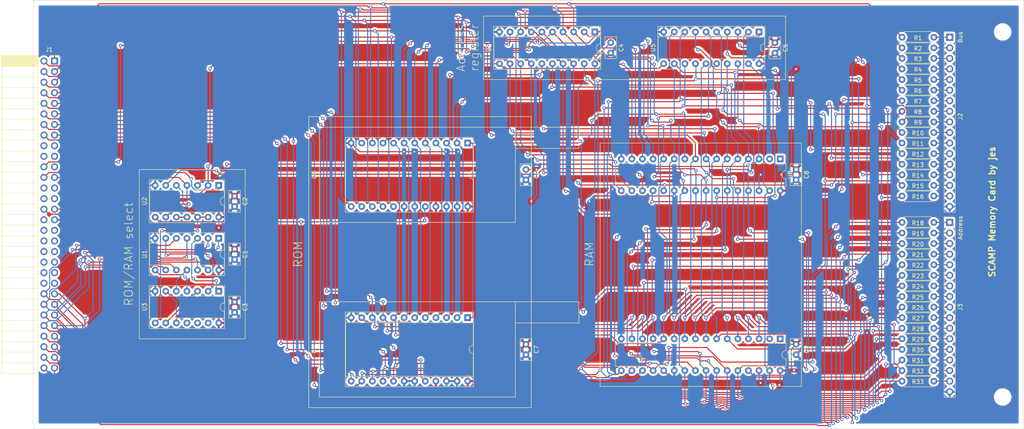
<source format=kicad_pcb>
(kicad_pcb (version 20171130) (host pcbnew 5.1.5+dfsg1-2build2)
  (layers (0 F.Cu signal) (31 B.Cu signal) (34 B.Paste user) (35 F.Paste user) (36 B.SilkS user) (37 F.SilkS user) (38 B.Mask user) (39 F.Mask user) (44 Edge.Cuts user))
  (net 0 "")
  (net 1 GND)
  (net 2 VCC)
  (net 3 A0)
  (net 4 A1)
  (net 5 A2)
  (net 6 A3)
  (net 7 A4)
  (net 8 A5)
  (net 9 A6)
  (net 10 A7)
  (net 11 A8)
  (net 12 A9)
  (net 13 A10)
  (net 14 A11)
  (net 15 A12)
  (net 16 A13)
  (net 17 A14)
  (net 18 A15)
  (net 19 /EX)
  (net 20 /NX)
  (net 21 /EY)
  (net 22 /NY)
  (net 23 /F)
  (net 24 /NO)
  (net 25 "Net-(J1-Pad38)")
  (net 26 "Net-(J1-Pad37)")
  (net 27 "Net-(J1-Pad36)")
  (net 28 "Net-(J1-Pad35)")
  (net 29 "Net-(J1-Pad34)")
  (net 30 "Net-(J1-Pad33)")
  (net 31 "Net-(J1-Pad32)")
  (net 32 CLK)
  (net 33 /~RESET~)
  (net 34 "Net-(J1-Pad27)")
  (net 35 /DI)
  (net 36 /DO)
  (net 37 MI)
  (net 38 MO)
  (net 39 ~AI~)
  (net 40 /~YI~)
  (net 41 /~XI~)
  (net 42 /~EO~)
  (net 43 /LT)
  (net 44 /Z)
  (net 45 D15)
  (net 46 D14)
  (net 47 D13)
  (net 48 D12)
  (net 49 D11)
  (net 50 D10)
  (net 51 D9)
  (net 52 D8)
  (net 53 D7)
  (net 54 D6)
  (net 55 D5)
  (net 56 D4)
  (net 57 D3)
  (net 58 D2)
  (net 59 D1)
  (net 60 D0)
  (net 61 "Net-(U1-Pad6)")
  (net 62 "Net-(U1-Pad11)")
  (net 63 "Net-(U1-Pad3)")
  (net 64 "Net-(U1-Pad8)")
  (net 65 want_ram)
  (net 66 ~RAM_EN~)
  (net 67 "Net-(U2-Pad10)")
  (net 68 ~LOAD_CLK~)
  (net 69 ~ROM_EN~)
  (net 70 "Net-(U3-Pad13)")
  (net 71 "Net-(U3-Pad10)")
  (net 72 "Net-(U3-Pad12)")
  (net 73 "Net-(U3-Pad11)")
  (net 74 "Net-(U3-Pad3)")
  (net 75 "Net-(J2-Pad16)")
  (net 76 "Net-(J2-Pad15)")
  (net 77 "Net-(J2-Pad14)")
  (net 78 "Net-(J2-Pad13)")
  (net 79 "Net-(J2-Pad12)")
  (net 80 "Net-(J2-Pad11)")
  (net 81 "Net-(J2-Pad10)")
  (net 82 "Net-(J2-Pad9)")
  (net 83 "Net-(J2-Pad8)")
  (net 84 "Net-(J2-Pad7)")
  (net 85 "Net-(J2-Pad6)")
  (net 86 "Net-(J2-Pad5)")
  (net 87 "Net-(J2-Pad4)")
  (net 88 "Net-(J2-Pad3)")
  (net 89 "Net-(J2-Pad2)")
  (net 90 "Net-(J2-Pad1)")
  (net 91 "Net-(J3-Pad16)")
  (net 92 "Net-(J3-Pad15)")
  (net 93 "Net-(J3-Pad14)")
  (net 94 "Net-(J3-Pad13)")
  (net 95 "Net-(J3-Pad12)")
  (net 96 "Net-(J3-Pad11)")
  (net 97 "Net-(J3-Pad10)")
  (net 98 "Net-(J3-Pad9)")
  (net 99 "Net-(J3-Pad8)")
  (net 100 "Net-(J3-Pad7)")
  (net 101 "Net-(J3-Pad6)")
  (net 102 "Net-(J3-Pad5)")
  (net 103 "Net-(J3-Pad4)")
  (net 104 "Net-(J3-Pad3)")
  (net 105 "Net-(J3-Pad2)")
  (net 106 "Net-(J3-Pad1)")
  (module Package_DIP:DIP-32_W7.62mm (layer F.Cu) (at 203.2 121.92 270)
    (fp_text reference U9 (at 3.81 -2.39 90) (layer F.SilkS))
    (fp_text value W24512A)
    (pad 32 thru_hole oval (at 7.62 0 270) (size 1.6 1.6) (drill 0.8) (layers *.Cu *.Mask) (net 2 VCC))
    (pad 16 thru_hole oval (at 0 38.1 270) (size 1.6 1.6) (drill 0.8) (layers *.Cu *.Mask) (net 1 GND))
    (pad 31 thru_hole oval (at 7.62 2.54 270) (size 1.6 1.6) (drill 0.8) (layers *.Cu *.Mask) (net 18 A15))
    (pad 15 thru_hole oval (at 0 35.56 270) (size 1.6 1.6) (drill 0.8) (layers *.Cu *.Mask) (net 50 D10))
    (pad 30 thru_hole oval (at 7.62 5.08 270) (size 1.6 1.6) (drill 0.8) (layers *.Cu *.Mask) (net 2 VCC))
    (pad 14 thru_hole oval (at 0 33.02 270) (size 1.6 1.6) (drill 0.8) (layers *.Cu *.Mask) (net 51 D9))
    (pad 29 thru_hole oval (at 7.62 7.62 270) (size 1.6 1.6) (drill 0.8) (layers *.Cu *.Mask) (net 68 ~LOAD_CLK~))
    (pad 13 thru_hole oval (at 0 30.48 270) (size 1.6 1.6) (drill 0.8) (layers *.Cu *.Mask) (net 52 D8))
    (pad 28 thru_hole oval (at 7.62 10.16 270) (size 1.6 1.6) (drill 0.8) (layers *.Cu *.Mask) (net 16 A13))
    (pad 12 thru_hole oval (at 0 27.94 270) (size 1.6 1.6) (drill 0.8) (layers *.Cu *.Mask) (net 3 A0))
    (pad 27 thru_hole oval (at 7.62 12.7 270) (size 1.6 1.6) (drill 0.8) (layers *.Cu *.Mask) (net 11 A8))
    (pad 11 thru_hole oval (at 0 25.4 270) (size 1.6 1.6) (drill 0.8) (layers *.Cu *.Mask) (net 4 A1))
    (pad 26 thru_hole oval (at 7.62 15.24 270) (size 1.6 1.6) (drill 0.8) (layers *.Cu *.Mask) (net 12 A9))
    (pad 10 thru_hole oval (at 0 22.86 270) (size 1.6 1.6) (drill 0.8) (layers *.Cu *.Mask) (net 5 A2))
    (pad 25 thru_hole oval (at 7.62 17.78 270) (size 1.6 1.6) (drill 0.8) (layers *.Cu *.Mask) (net 14 A11))
    (pad 9 thru_hole oval (at 0 20.32 270) (size 1.6 1.6) (drill 0.8) (layers *.Cu *.Mask) (net 6 A3))
    (pad 24 thru_hole oval (at 7.62 20.32 270) (size 1.6 1.6) (drill 0.8) (layers *.Cu *.Mask) (net 66 ~RAM_EN~))
    (pad 8 thru_hole oval (at 0 17.78 270) (size 1.6 1.6) (drill 0.8) (layers *.Cu *.Mask) (net 7 A4))
    (pad 23 thru_hole oval (at 7.62 22.86 270) (size 1.6 1.6) (drill 0.8) (layers *.Cu *.Mask) (net 13 A10))
    (pad 7 thru_hole oval (at 0 15.24 270) (size 1.6 1.6) (drill 0.8) (layers *.Cu *.Mask) (net 8 A5))
    (pad 22 thru_hole oval (at 7.62 25.4 270) (size 1.6 1.6) (drill 0.8) (layers *.Cu *.Mask) (net 1 GND))
    (pad 6 thru_hole oval (at 0 12.7 270) (size 1.6 1.6) (drill 0.8) (layers *.Cu *.Mask) (net 9 A6))
    (pad 21 thru_hole oval (at 7.62 27.94 270) (size 1.6 1.6) (drill 0.8) (layers *.Cu *.Mask) (net 45 D15))
    (pad 5 thru_hole oval (at 0 10.16 270) (size 1.6 1.6) (drill 0.8) (layers *.Cu *.Mask) (net 10 A7))
    (pad 20 thru_hole oval (at 7.62 30.48 270) (size 1.6 1.6) (drill 0.8) (layers *.Cu *.Mask) (net 46 D14))
    (pad 4 thru_hole oval (at 0 7.62 270) (size 1.6 1.6) (drill 0.8) (layers *.Cu *.Mask) (net 15 A12))
    (pad 19 thru_hole oval (at 7.62 33.02 270) (size 1.6 1.6) (drill 0.8) (layers *.Cu *.Mask) (net 47 D13))
    (pad 3 thru_hole oval (at 0 5.08 270) (size 1.6 1.6) (drill 0.8) (layers *.Cu *.Mask) (net 17 A14))
    (pad 18 thru_hole oval (at 7.62 35.56 270) (size 1.6 1.6) (drill 0.8) (layers *.Cu *.Mask) (net 48 D12))
    (pad 2 thru_hole oval (at 0 2.54 270) (size 1.6 1.6) (drill 0.8) (layers *.Cu *.Mask))
    (pad 17 thru_hole oval (at 7.62 38.1 270) (size 1.6 1.6) (drill 0.8) (layers *.Cu *.Mask) (net 49 D11))
    (pad 1 thru_hole rect (at 0 0 270) (size 1.6 1.6) (drill 0.8) (layers *.Cu *.Mask))
  )
  (module Package_DIP:DIP-32_W7.62mm (layer F.Cu) (at 203.2 78.74 270)
    (fp_text reference U8 (at 3.81 -2.39 90) (layer F.SilkS))
    (fp_text value W24512A)
    (pad 32 thru_hole oval (at 7.62 0 270) (size 1.6 1.6) (drill 0.8) (layers *.Cu *.Mask) (net 2 VCC))
    (pad 16 thru_hole oval (at 0 38.1 270) (size 1.6 1.6) (drill 0.8) (layers *.Cu *.Mask) (net 1 GND))
    (pad 31 thru_hole oval (at 7.62 2.54 270) (size 1.6 1.6) (drill 0.8) (layers *.Cu *.Mask) (net 18 A15))
    (pad 15 thru_hole oval (at 0 35.56 270) (size 1.6 1.6) (drill 0.8) (layers *.Cu *.Mask) (net 58 D2))
    (pad 30 thru_hole oval (at 7.62 5.08 270) (size 1.6 1.6) (drill 0.8) (layers *.Cu *.Mask) (net 2 VCC))
    (pad 14 thru_hole oval (at 0 33.02 270) (size 1.6 1.6) (drill 0.8) (layers *.Cu *.Mask) (net 59 D1))
    (pad 29 thru_hole oval (at 7.62 7.62 270) (size 1.6 1.6) (drill 0.8) (layers *.Cu *.Mask) (net 68 ~LOAD_CLK~))
    (pad 13 thru_hole oval (at 0 30.48 270) (size 1.6 1.6) (drill 0.8) (layers *.Cu *.Mask) (net 60 D0))
    (pad 28 thru_hole oval (at 7.62 10.16 270) (size 1.6 1.6) (drill 0.8) (layers *.Cu *.Mask) (net 16 A13))
    (pad 12 thru_hole oval (at 0 27.94 270) (size 1.6 1.6) (drill 0.8) (layers *.Cu *.Mask) (net 3 A0))
    (pad 27 thru_hole oval (at 7.62 12.7 270) (size 1.6 1.6) (drill 0.8) (layers *.Cu *.Mask) (net 11 A8))
    (pad 11 thru_hole oval (at 0 25.4 270) (size 1.6 1.6) (drill 0.8) (layers *.Cu *.Mask) (net 4 A1))
    (pad 26 thru_hole oval (at 7.62 15.24 270) (size 1.6 1.6) (drill 0.8) (layers *.Cu *.Mask) (net 12 A9))
    (pad 10 thru_hole oval (at 0 22.86 270) (size 1.6 1.6) (drill 0.8) (layers *.Cu *.Mask) (net 5 A2))
    (pad 25 thru_hole oval (at 7.62 17.78 270) (size 1.6 1.6) (drill 0.8) (layers *.Cu *.Mask) (net 14 A11))
    (pad 9 thru_hole oval (at 0 20.32 270) (size 1.6 1.6) (drill 0.8) (layers *.Cu *.Mask) (net 6 A3))
    (pad 24 thru_hole oval (at 7.62 20.32 270) (size 1.6 1.6) (drill 0.8) (layers *.Cu *.Mask) (net 66 ~RAM_EN~))
    (pad 8 thru_hole oval (at 0 17.78 270) (size 1.6 1.6) (drill 0.8) (layers *.Cu *.Mask) (net 7 A4))
    (pad 23 thru_hole oval (at 7.62 22.86 270) (size 1.6 1.6) (drill 0.8) (layers *.Cu *.Mask) (net 13 A10))
    (pad 7 thru_hole oval (at 0 15.24 270) (size 1.6 1.6) (drill 0.8) (layers *.Cu *.Mask) (net 8 A5))
    (pad 22 thru_hole oval (at 7.62 25.4 270) (size 1.6 1.6) (drill 0.8) (layers *.Cu *.Mask) (net 1 GND))
    (pad 6 thru_hole oval (at 0 12.7 270) (size 1.6 1.6) (drill 0.8) (layers *.Cu *.Mask) (net 9 A6))
    (pad 21 thru_hole oval (at 7.62 27.94 270) (size 1.6 1.6) (drill 0.8) (layers *.Cu *.Mask) (net 53 D7))
    (pad 5 thru_hole oval (at 0 10.16 270) (size 1.6 1.6) (drill 0.8) (layers *.Cu *.Mask) (net 10 A7))
    (pad 20 thru_hole oval (at 7.62 30.48 270) (size 1.6 1.6) (drill 0.8) (layers *.Cu *.Mask) (net 54 D6))
    (pad 4 thru_hole oval (at 0 7.62 270) (size 1.6 1.6) (drill 0.8) (layers *.Cu *.Mask) (net 15 A12))
    (pad 19 thru_hole oval (at 7.62 33.02 270) (size 1.6 1.6) (drill 0.8) (layers *.Cu *.Mask) (net 55 D5))
    (pad 3 thru_hole oval (at 0 5.08 270) (size 1.6 1.6) (drill 0.8) (layers *.Cu *.Mask) (net 17 A14))
    (pad 18 thru_hole oval (at 7.62 35.56 270) (size 1.6 1.6) (drill 0.8) (layers *.Cu *.Mask) (net 56 D4))
    (pad 2 thru_hole oval (at 0 2.54 270) (size 1.6 1.6) (drill 0.8) (layers *.Cu *.Mask))
    (pad 17 thru_hole oval (at 7.62 38.1 270) (size 1.6 1.6) (drill 0.8) (layers *.Cu *.Mask) (net 57 D3))
    (pad 1 thru_hole rect (at 0 0 270) (size 1.6 1.6) (drill 0.8) (layers *.Cu *.Mask))
  )
  (module Package_DIP:DIP-14_W7.62mm_Socket (layer F.Cu) (at 68.58 85.09 270)
    (fp_text reference U2 (at 3.81 17.78 90) (layer F.SilkS))
    (fp_text value 74LS00)
    (pad 14 thru_hole oval (at 7.62 0 270) (size 1.6 1.6) (drill 0.8) (layers *.Cu *.Mask) (net 2 VCC))
    (pad 7 thru_hole oval (at 0 15.24 270) (size 1.6 1.6) (drill 0.8) (layers *.Cu *.Mask) (net 1 GND))
    (pad 13 thru_hole oval (at 7.62 2.54 270) (size 1.6 1.6) (drill 0.8) (layers *.Cu *.Mask) (net 65 want_ram))
    (pad 6 thru_hole oval (at 0 12.7 270) (size 1.6 1.6) (drill 0.8) (layers *.Cu *.Mask) (net 66 ~RAM_EN~))
    (pad 12 thru_hole oval (at 7.62 5.08 270) (size 1.6 1.6) (drill 0.8) (layers *.Cu *.Mask) (net 65 want_ram))
    (pad 5 thru_hole oval (at 0 10.16 270) (size 1.6 1.6) (drill 0.8) (layers *.Cu *.Mask) (net 65 want_ram))
    (pad 11 thru_hole oval (at 7.62 7.62 270) (size 1.6 1.6) (drill 0.8) (layers *.Cu *.Mask) (net 67 "Net-(U2-Pad10)"))
    (pad 4 thru_hole oval (at 0 7.62 270) (size 1.6 1.6) (drill 0.8) (layers *.Cu *.Mask) (net 38 MO))
    (pad 10 thru_hole oval (at 7.62 10.16 270) (size 1.6 1.6) (drill 0.8) (layers *.Cu *.Mask) (net 67 "Net-(U2-Pad10)"))
    (pad 3 thru_hole oval (at 0 5.08 270) (size 1.6 1.6) (drill 0.8) (layers *.Cu *.Mask) (net 68 ~LOAD_CLK~))
    (pad 9 thru_hole oval (at 7.62 12.7 270) (size 1.6 1.6) (drill 0.8) (layers *.Cu *.Mask) (net 38 MO))
    (pad 2 thru_hole oval (at 0 2.54 270) (size 1.6 1.6) (drill 0.8) (layers *.Cu *.Mask) (net 32 CLK))
    (pad 8 thru_hole oval (at 7.62 15.24 270) (size 1.6 1.6) (drill 0.8) (layers *.Cu *.Mask) (net 69 ~ROM_EN~))
    (pad 1 thru_hole rect (at 0 0 270) (size 1.6 1.6) (drill 0.8) (layers *.Cu *.Mask) (net 37 MI))
  )
  (module MountingHole:MountingHole_3.2mm_M3 (layer F.Cu) (at 256.54 135.89)
    (fp_text reference REF** hide)
    (fp_text value MountingHole_3.2mm_M3)
    (pad 1 np_thru_hole circle (at 0 0) (size 3.2 3.2) (drill 3.2) (layers *.Cu *.Mask))
  )
  (module MountingHole:MountingHole_3.2mm_M3 (layer F.Cu) (at 256.54 48.26)
    (fp_text reference REF** hide)
    (fp_text value MountingHole_3.2mm_M3)
    (pad 1 np_thru_hole circle (at 0 0) (size 3.2 3.2) (drill 3.2) (layers *.Cu *.Mask))
  )
  (module Resistor_THT:R_Axial_DIN0207_L6.3mm_D2.5mm_P7.62mm_Horizontal (layer F.Cu) (at 232.41 132.08)
    (fp_text reference R33 (at 3.81 0.17) (layer F.SilkS))
    (fp_text value R)
    (pad 2 thru_hole oval (at 7.62 0) (size 1.6 1.6) (drill 0.8) (layers *.Cu *.Mask) (net 91 "Net-(J3-Pad16)"))
    (pad 1 thru_hole circle (at 0 0) (size 1.6 1.6) (drill 0.8) (layers *.Cu *.Mask) (net 18 A15))
  )
  (module Resistor_THT:R_Axial_DIN0207_L6.3mm_D2.5mm_P7.62mm_Horizontal (layer F.Cu) (at 232.41 129.54)
    (fp_text reference R32 (at 3.81 0.17) (layer F.SilkS))
    (fp_text value R)
    (pad 2 thru_hole oval (at 7.62 0) (size 1.6 1.6) (drill 0.8) (layers *.Cu *.Mask) (net 92 "Net-(J3-Pad15)"))
    (pad 1 thru_hole circle (at 0 0) (size 1.6 1.6) (drill 0.8) (layers *.Cu *.Mask) (net 17 A14))
  )
  (module Resistor_THT:R_Axial_DIN0207_L6.3mm_D2.5mm_P7.62mm_Horizontal (layer F.Cu) (at 232.41 127)
    (fp_text reference R31 (at 3.81 0.17) (layer F.SilkS))
    (fp_text value R)
    (pad 2 thru_hole oval (at 7.62 0) (size 1.6 1.6) (drill 0.8) (layers *.Cu *.Mask) (net 93 "Net-(J3-Pad14)"))
    (pad 1 thru_hole circle (at 0 0) (size 1.6 1.6) (drill 0.8) (layers *.Cu *.Mask) (net 16 A13))
  )
  (module Resistor_THT:R_Axial_DIN0207_L6.3mm_D2.5mm_P7.62mm_Horizontal (layer F.Cu) (at 232.41 124.46)
    (fp_text reference R30 (at 3.81 0.17) (layer F.SilkS))
    (fp_text value R)
    (pad 2 thru_hole oval (at 7.62 0) (size 1.6 1.6) (drill 0.8) (layers *.Cu *.Mask) (net 94 "Net-(J3-Pad13)"))
    (pad 1 thru_hole circle (at 0 0) (size 1.6 1.6) (drill 0.8) (layers *.Cu *.Mask) (net 15 A12))
  )
  (module Resistor_THT:R_Axial_DIN0207_L6.3mm_D2.5mm_P7.62mm_Horizontal (layer F.Cu) (at 232.41 121.92)
    (fp_text reference R29 (at 3.81 0.17) (layer F.SilkS))
    (fp_text value R)
    (pad 2 thru_hole oval (at 7.62 0) (size 1.6 1.6) (drill 0.8) (layers *.Cu *.Mask) (net 95 "Net-(J3-Pad12)"))
    (pad 1 thru_hole circle (at 0 0) (size 1.6 1.6) (drill 0.8) (layers *.Cu *.Mask) (net 14 A11))
  )
  (module Resistor_THT:R_Axial_DIN0207_L6.3mm_D2.5mm_P7.62mm_Horizontal (layer F.Cu) (at 232.41 119.38)
    (fp_text reference R28 (at 3.81 0.17) (layer F.SilkS))
    (fp_text value R)
    (pad 2 thru_hole oval (at 7.62 0) (size 1.6 1.6) (drill 0.8) (layers *.Cu *.Mask) (net 96 "Net-(J3-Pad11)"))
    (pad 1 thru_hole circle (at 0 0) (size 1.6 1.6) (drill 0.8) (layers *.Cu *.Mask) (net 13 A10))
  )
  (module Resistor_THT:R_Axial_DIN0207_L6.3mm_D2.5mm_P7.62mm_Horizontal (layer F.Cu) (at 232.41 116.84)
    (fp_text reference R27 (at 3.81 0.17) (layer F.SilkS))
    (fp_text value R)
    (pad 2 thru_hole oval (at 7.62 0) (size 1.6 1.6) (drill 0.8) (layers *.Cu *.Mask) (net 97 "Net-(J3-Pad10)"))
    (pad 1 thru_hole circle (at 0 0) (size 1.6 1.6) (drill 0.8) (layers *.Cu *.Mask) (net 12 A9))
  )
  (module Resistor_THT:R_Axial_DIN0207_L6.3mm_D2.5mm_P7.62mm_Horizontal (layer F.Cu) (at 232.41 114.3)
    (fp_text reference R26 (at 3.81 0.17) (layer F.SilkS))
    (fp_text value R)
    (pad 2 thru_hole oval (at 7.62 0) (size 1.6 1.6) (drill 0.8) (layers *.Cu *.Mask) (net 98 "Net-(J3-Pad9)"))
    (pad 1 thru_hole circle (at 0 0) (size 1.6 1.6) (drill 0.8) (layers *.Cu *.Mask) (net 11 A8))
  )
  (module Resistor_THT:R_Axial_DIN0207_L6.3mm_D2.5mm_P7.62mm_Horizontal (layer F.Cu) (at 232.41 111.76)
    (fp_text reference R25 (at 3.81 0.17) (layer F.SilkS))
    (fp_text value R)
    (pad 2 thru_hole oval (at 7.62 0) (size 1.6 1.6) (drill 0.8) (layers *.Cu *.Mask) (net 99 "Net-(J3-Pad8)"))
    (pad 1 thru_hole circle (at 0 0) (size 1.6 1.6) (drill 0.8) (layers *.Cu *.Mask) (net 10 A7))
  )
  (module Resistor_THT:R_Axial_DIN0207_L6.3mm_D2.5mm_P7.62mm_Horizontal (layer F.Cu) (at 232.41 109.22)
    (fp_text reference R24 (at 3.81 0.17) (layer F.SilkS))
    (fp_text value R)
    (pad 2 thru_hole oval (at 7.62 0) (size 1.6 1.6) (drill 0.8) (layers *.Cu *.Mask) (net 100 "Net-(J3-Pad7)"))
    (pad 1 thru_hole circle (at 0 0) (size 1.6 1.6) (drill 0.8) (layers *.Cu *.Mask) (net 9 A6))
  )
  (module Resistor_THT:R_Axial_DIN0207_L6.3mm_D2.5mm_P7.62mm_Horizontal (layer F.Cu) (at 232.41 106.68)
    (fp_text reference R23 (at 3.81 0.17) (layer F.SilkS))
    (fp_text value R)
    (pad 2 thru_hole oval (at 7.62 0) (size 1.6 1.6) (drill 0.8) (layers *.Cu *.Mask) (net 101 "Net-(J3-Pad6)"))
    (pad 1 thru_hole circle (at 0 0) (size 1.6 1.6) (drill 0.8) (layers *.Cu *.Mask) (net 8 A5))
  )
  (module Resistor_THT:R_Axial_DIN0207_L6.3mm_D2.5mm_P7.62mm_Horizontal (layer F.Cu) (at 232.41 104.14)
    (fp_text reference R22 (at 3.81 0.17) (layer F.SilkS))
    (fp_text value R)
    (pad 2 thru_hole oval (at 7.62 0) (size 1.6 1.6) (drill 0.8) (layers *.Cu *.Mask) (net 102 "Net-(J3-Pad5)"))
    (pad 1 thru_hole circle (at 0 0) (size 1.6 1.6) (drill 0.8) (layers *.Cu *.Mask) (net 7 A4))
  )
  (module Resistor_THT:R_Axial_DIN0207_L6.3mm_D2.5mm_P7.62mm_Horizontal (layer F.Cu) (at 232.41 101.6)
    (fp_text reference R21 (at 3.81 0.17) (layer F.SilkS))
    (fp_text value R)
    (pad 2 thru_hole oval (at 7.62 0) (size 1.6 1.6) (drill 0.8) (layers *.Cu *.Mask) (net 103 "Net-(J3-Pad4)"))
    (pad 1 thru_hole circle (at 0 0) (size 1.6 1.6) (drill 0.8) (layers *.Cu *.Mask) (net 6 A3))
  )
  (module Resistor_THT:R_Axial_DIN0207_L6.3mm_D2.5mm_P7.62mm_Horizontal (layer F.Cu) (at 232.41 99.06)
    (fp_text reference R20 (at 3.81 0.17) (layer F.SilkS))
    (fp_text value R)
    (pad 2 thru_hole oval (at 7.62 0) (size 1.6 1.6) (drill 0.8) (layers *.Cu *.Mask) (net 104 "Net-(J3-Pad3)"))
    (pad 1 thru_hole circle (at 0 0) (size 1.6 1.6) (drill 0.8) (layers *.Cu *.Mask) (net 5 A2))
  )
  (module Resistor_THT:R_Axial_DIN0207_L6.3mm_D2.5mm_P7.62mm_Horizontal (layer F.Cu) (at 232.41 96.52)
    (fp_text reference R19 (at 3.81 0.17) (layer F.SilkS))
    (fp_text value R)
    (pad 2 thru_hole oval (at 7.62 0) (size 1.6 1.6) (drill 0.8) (layers *.Cu *.Mask) (net 105 "Net-(J3-Pad2)"))
    (pad 1 thru_hole circle (at 0 0) (size 1.6 1.6) (drill 0.8) (layers *.Cu *.Mask) (net 4 A1))
  )
  (module Resistor_THT:R_Axial_DIN0207_L6.3mm_D2.5mm_P7.62mm_Horizontal (layer F.Cu) (at 232.41 93.98)
    (fp_text reference R18 (at 3.81 0.17) (layer F.SilkS))
    (fp_text value R)
    (pad 2 thru_hole oval (at 7.62 0) (size 1.6 1.6) (drill 0.8) (layers *.Cu *.Mask) (net 106 "Net-(J3-Pad1)"))
    (pad 1 thru_hole circle (at 0 0) (size 1.6 1.6) (drill 0.8) (layers *.Cu *.Mask) (net 3 A0))
  )
  (module Resistor_THT:R_Axial_DIN0207_L6.3mm_D2.5mm_P7.62mm_Horizontal (layer F.Cu) (at 232.41 87.63)
    (fp_text reference R16 (at 3.81 0.17) (layer F.SilkS))
    (fp_text value R)
    (pad 2 thru_hole oval (at 7.62 0) (size 1.6 1.6) (drill 0.8) (layers *.Cu *.Mask) (net 75 "Net-(J2-Pad16)"))
    (pad 1 thru_hole circle (at 0 0) (size 1.6 1.6) (drill 0.8) (layers *.Cu *.Mask) (net 45 D15))
  )
  (module Resistor_THT:R_Axial_DIN0207_L6.3mm_D2.5mm_P7.62mm_Horizontal (layer F.Cu) (at 232.41 85.09)
    (fp_text reference R15 (at 3.81 0.17) (layer F.SilkS))
    (fp_text value R)
    (pad 2 thru_hole oval (at 7.62 0) (size 1.6 1.6) (drill 0.8) (layers *.Cu *.Mask) (net 76 "Net-(J2-Pad15)"))
    (pad 1 thru_hole circle (at 0 0) (size 1.6 1.6) (drill 0.8) (layers *.Cu *.Mask) (net 46 D14))
  )
  (module Resistor_THT:R_Axial_DIN0207_L6.3mm_D2.5mm_P7.62mm_Horizontal (layer F.Cu) (at 232.41 82.55)
    (fp_text reference R14 (at 3.81 0.17) (layer F.SilkS))
    (fp_text value R)
    (pad 2 thru_hole oval (at 7.62 0) (size 1.6 1.6) (drill 0.8) (layers *.Cu *.Mask) (net 77 "Net-(J2-Pad14)"))
    (pad 1 thru_hole circle (at 0 0) (size 1.6 1.6) (drill 0.8) (layers *.Cu *.Mask) (net 47 D13))
  )
  (module Resistor_THT:R_Axial_DIN0207_L6.3mm_D2.5mm_P7.62mm_Horizontal (layer F.Cu) (at 232.41 80.01)
    (fp_text reference R13 (at 3.81 0.17) (layer F.SilkS))
    (fp_text value R)
    (pad 2 thru_hole oval (at 7.62 0) (size 1.6 1.6) (drill 0.8) (layers *.Cu *.Mask) (net 78 "Net-(J2-Pad13)"))
    (pad 1 thru_hole circle (at 0 0) (size 1.6 1.6) (drill 0.8) (layers *.Cu *.Mask) (net 48 D12))
  )
  (module Resistor_THT:R_Axial_DIN0207_L6.3mm_D2.5mm_P7.62mm_Horizontal (layer F.Cu) (at 232.41 77.47)
    (fp_text reference R12 (at 3.81 0.17) (layer F.SilkS))
    (fp_text value R)
    (pad 2 thru_hole oval (at 7.62 0) (size 1.6 1.6) (drill 0.8) (layers *.Cu *.Mask) (net 79 "Net-(J2-Pad12)"))
    (pad 1 thru_hole circle (at 0 0) (size 1.6 1.6) (drill 0.8) (layers *.Cu *.Mask) (net 49 D11))
  )
  (module Resistor_THT:R_Axial_DIN0207_L6.3mm_D2.5mm_P7.62mm_Horizontal (layer F.Cu) (at 232.41 74.93)
    (fp_text reference R11 (at 3.81 0.17) (layer F.SilkS))
    (fp_text value R)
    (pad 2 thru_hole oval (at 7.62 0) (size 1.6 1.6) (drill 0.8) (layers *.Cu *.Mask) (net 80 "Net-(J2-Pad11)"))
    (pad 1 thru_hole circle (at 0 0) (size 1.6 1.6) (drill 0.8) (layers *.Cu *.Mask) (net 50 D10))
  )
  (module Resistor_THT:R_Axial_DIN0207_L6.3mm_D2.5mm_P7.62mm_Horizontal (layer F.Cu) (at 232.41 72.39)
    (fp_text reference R10 (at 3.81 0.17) (layer F.SilkS))
    (fp_text value R)
    (pad 2 thru_hole oval (at 7.62 0) (size 1.6 1.6) (drill 0.8) (layers *.Cu *.Mask) (net 81 "Net-(J2-Pad10)"))
    (pad 1 thru_hole circle (at 0 0) (size 1.6 1.6) (drill 0.8) (layers *.Cu *.Mask) (net 51 D9))
  )
  (module Resistor_THT:R_Axial_DIN0207_L6.3mm_D2.5mm_P7.62mm_Horizontal (layer F.Cu) (at 232.41 69.85)
    (fp_text reference R9 (at 3.81 0.17) (layer F.SilkS))
    (fp_text value R)
    (pad 2 thru_hole oval (at 7.62 0) (size 1.6 1.6) (drill 0.8) (layers *.Cu *.Mask) (net 82 "Net-(J2-Pad9)"))
    (pad 1 thru_hole circle (at 0 0) (size 1.6 1.6) (drill 0.8) (layers *.Cu *.Mask) (net 52 D8))
  )
  (module Resistor_THT:R_Axial_DIN0207_L6.3mm_D2.5mm_P7.62mm_Horizontal (layer F.Cu) (at 232.41 67.31)
    (fp_text reference R8 (at 3.81 0.17) (layer F.SilkS))
    (fp_text value R)
    (pad 2 thru_hole oval (at 7.62 0) (size 1.6 1.6) (drill 0.8) (layers *.Cu *.Mask) (net 83 "Net-(J2-Pad8)"))
    (pad 1 thru_hole circle (at 0 0) (size 1.6 1.6) (drill 0.8) (layers *.Cu *.Mask) (net 53 D7))
  )
  (module Resistor_THT:R_Axial_DIN0207_L6.3mm_D2.5mm_P7.62mm_Horizontal (layer F.Cu) (at 232.41 64.77)
    (fp_text reference R7 (at 3.81 0.17) (layer F.SilkS))
    (fp_text value R)
    (pad 2 thru_hole oval (at 7.62 0) (size 1.6 1.6) (drill 0.8) (layers *.Cu *.Mask) (net 84 "Net-(J2-Pad7)"))
    (pad 1 thru_hole circle (at 0 0) (size 1.6 1.6) (drill 0.8) (layers *.Cu *.Mask) (net 54 D6))
  )
  (module Resistor_THT:R_Axial_DIN0207_L6.3mm_D2.5mm_P7.62mm_Horizontal (layer F.Cu) (at 232.41 62.23)
    (fp_text reference R6 (at 3.81 0.17) (layer F.SilkS))
    (fp_text value R)
    (pad 2 thru_hole oval (at 7.62 0) (size 1.6 1.6) (drill 0.8) (layers *.Cu *.Mask) (net 85 "Net-(J2-Pad6)"))
    (pad 1 thru_hole circle (at 0 0) (size 1.6 1.6) (drill 0.8) (layers *.Cu *.Mask) (net 55 D5))
  )
  (module Resistor_THT:R_Axial_DIN0207_L6.3mm_D2.5mm_P7.62mm_Horizontal (layer F.Cu) (at 232.41 59.69)
    (fp_text reference R5 (at 3.81 0.17) (layer F.SilkS))
    (fp_text value R)
    (pad 2 thru_hole oval (at 7.62 0) (size 1.6 1.6) (drill 0.8) (layers *.Cu *.Mask) (net 86 "Net-(J2-Pad5)"))
    (pad 1 thru_hole circle (at 0 0) (size 1.6 1.6) (drill 0.8) (layers *.Cu *.Mask) (net 56 D4))
  )
  (module Resistor_THT:R_Axial_DIN0207_L6.3mm_D2.5mm_P7.62mm_Horizontal (layer F.Cu) (at 232.41 57.15)
    (fp_text reference R4 (at 3.81 0.17) (layer F.SilkS))
    (fp_text value R)
    (pad 2 thru_hole oval (at 7.62 0) (size 1.6 1.6) (drill 0.8) (layers *.Cu *.Mask) (net 87 "Net-(J2-Pad4)"))
    (pad 1 thru_hole circle (at 0 0) (size 1.6 1.6) (drill 0.8) (layers *.Cu *.Mask) (net 57 D3))
  )
  (module Resistor_THT:R_Axial_DIN0207_L6.3mm_D2.5mm_P7.62mm_Horizontal (layer F.Cu) (at 232.41 54.61)
    (fp_text reference R3 (at 3.81 0.17) (layer F.SilkS))
    (fp_text value R)
    (pad 2 thru_hole oval (at 7.62 0) (size 1.6 1.6) (drill 0.8) (layers *.Cu *.Mask) (net 88 "Net-(J2-Pad3)"))
    (pad 1 thru_hole circle (at 0 0) (size 1.6 1.6) (drill 0.8) (layers *.Cu *.Mask) (net 58 D2))
  )
  (module Resistor_THT:R_Axial_DIN0207_L6.3mm_D2.5mm_P7.62mm_Horizontal (layer F.Cu) (at 232.41 52.07)
    (fp_text reference R2 (at 3.81 0.17) (layer F.SilkS))
    (fp_text value R)
    (pad 2 thru_hole oval (at 7.62 0) (size 1.6 1.6) (drill 0.8) (layers *.Cu *.Mask) (net 89 "Net-(J2-Pad2)"))
    (pad 1 thru_hole circle (at 0 0) (size 1.6 1.6) (drill 0.8) (layers *.Cu *.Mask) (net 59 D1))
  )
  (module Resistor_THT:R_Axial_DIN0207_L6.3mm_D2.5mm_P7.62mm_Horizontal (layer F.Cu) (at 232.41 49.53)
    (fp_text reference R1 (at 3.81 0.17) (layer F.SilkS))
    (fp_text value R)
    (pad 2 thru_hole oval (at 7.62 0) (size 1.6 1.6) (drill 0.8) (layers *.Cu *.Mask) (net 90 "Net-(J2-Pad1)"))
    (pad 1 thru_hole circle (at 0 0) (size 1.6 1.6) (drill 0.8) (layers *.Cu *.Mask) (net 60 D0))
  )
  (module Package_DIP:DIP-24_W15.24mm_Socket (layer F.Cu) (at 128.27 116.84 270)
    (fp_text reference U7 (at 7.62 36.83 90) (layer F.SilkS))
    (fp_text value 28C16)
    (pad 24 thru_hole oval (at 15.24 0 270) (size 1.6 1.6) (drill 0.8) (layers *.Cu *.Mask) (net 2 VCC))
    (pad 12 thru_hole oval (at 0 27.94 270) (size 1.6 1.6) (drill 0.8) (layers *.Cu *.Mask) (net 1 GND))
    (pad 23 thru_hole oval (at 15.24 2.54 270) (size 1.6 1.6) (drill 0.8) (layers *.Cu *.Mask) (net 1 GND))
    (pad 11 thru_hole oval (at 0 25.4 270) (size 1.6 1.6) (drill 0.8) (layers *.Cu *.Mask) (net 50 D10))
    (pad 22 thru_hole oval (at 15.24 5.08 270) (size 1.6 1.6) (drill 0.8) (layers *.Cu *.Mask) (net 1 GND))
    (pad 10 thru_hole oval (at 0 22.86 270) (size 1.6 1.6) (drill 0.8) (layers *.Cu *.Mask) (net 51 D9))
    (pad 21 thru_hole oval (at 15.24 7.62 270) (size 1.6 1.6) (drill 0.8) (layers *.Cu *.Mask) (net 2 VCC))
    (pad 9 thru_hole oval (at 0 20.32 270) (size 1.6 1.6) (drill 0.8) (layers *.Cu *.Mask) (net 52 D8))
    (pad 20 thru_hole oval (at 15.24 10.16 270) (size 1.6 1.6) (drill 0.8) (layers *.Cu *.Mask) (net 69 ~ROM_EN~))
    (pad 8 thru_hole oval (at 0 17.78 270) (size 1.6 1.6) (drill 0.8) (layers *.Cu *.Mask) (net 3 A0))
    (pad 19 thru_hole oval (at 15.24 12.7 270) (size 1.6 1.6) (drill 0.8) (layers *.Cu *.Mask) (net 1 GND))
    (pad 7 thru_hole oval (at 0 15.24 270) (size 1.6 1.6) (drill 0.8) (layers *.Cu *.Mask) (net 4 A1))
    (pad 18 thru_hole oval (at 15.24 15.24 270) (size 1.6 1.6) (drill 0.8) (layers *.Cu *.Mask) (net 1 GND))
    (pad 6 thru_hole oval (at 0 12.7 270) (size 1.6 1.6) (drill 0.8) (layers *.Cu *.Mask) (net 5 A2))
    (pad 17 thru_hole oval (at 15.24 17.78 270) (size 1.6 1.6) (drill 0.8) (layers *.Cu *.Mask) (net 45 D15))
    (pad 5 thru_hole oval (at 0 10.16 270) (size 1.6 1.6) (drill 0.8) (layers *.Cu *.Mask) (net 6 A3))
    (pad 16 thru_hole oval (at 15.24 20.32 270) (size 1.6 1.6) (drill 0.8) (layers *.Cu *.Mask) (net 46 D14))
    (pad 4 thru_hole oval (at 0 7.62 270) (size 1.6 1.6) (drill 0.8) (layers *.Cu *.Mask) (net 7 A4))
    (pad 15 thru_hole oval (at 15.24 22.86 270) (size 1.6 1.6) (drill 0.8) (layers *.Cu *.Mask) (net 47 D13))
    (pad 3 thru_hole oval (at 0 5.08 270) (size 1.6 1.6) (drill 0.8) (layers *.Cu *.Mask) (net 8 A5))
    (pad 14 thru_hole oval (at 15.24 25.4 270) (size 1.6 1.6) (drill 0.8) (layers *.Cu *.Mask) (net 48 D12))
    (pad 2 thru_hole oval (at 0 2.54 270) (size 1.6 1.6) (drill 0.8) (layers *.Cu *.Mask) (net 9 A6))
    (pad 13 thru_hole oval (at 15.24 27.94 270) (size 1.6 1.6) (drill 0.8) (layers *.Cu *.Mask) (net 49 D11))
    (pad 1 thru_hole rect (at 0 0 270) (size 1.6 1.6) (drill 0.8) (layers *.Cu *.Mask) (net 10 A7))
  )
  (module Package_DIP:DIP-24_W15.24mm_Socket (layer F.Cu) (at 128.27 74.93 270)
    (fp_text reference U6 (at 7.62 36.83 90) (layer F.SilkS))
    (fp_text value 28C16)
    (pad 24 thru_hole oval (at 15.24 0 270) (size 1.6 1.6) (drill 0.8) (layers *.Cu *.Mask) (net 2 VCC))
    (pad 12 thru_hole oval (at 0 27.94 270) (size 1.6 1.6) (drill 0.8) (layers *.Cu *.Mask) (net 1 GND))
    (pad 23 thru_hole oval (at 15.24 2.54 270) (size 1.6 1.6) (drill 0.8) (layers *.Cu *.Mask) (net 1 GND))
    (pad 11 thru_hole oval (at 0 25.4 270) (size 1.6 1.6) (drill 0.8) (layers *.Cu *.Mask) (net 58 D2))
    (pad 22 thru_hole oval (at 15.24 5.08 270) (size 1.6 1.6) (drill 0.8) (layers *.Cu *.Mask) (net 1 GND))
    (pad 10 thru_hole oval (at 0 22.86 270) (size 1.6 1.6) (drill 0.8) (layers *.Cu *.Mask) (net 59 D1))
    (pad 21 thru_hole oval (at 15.24 7.62 270) (size 1.6 1.6) (drill 0.8) (layers *.Cu *.Mask) (net 2 VCC))
    (pad 9 thru_hole oval (at 0 20.32 270) (size 1.6 1.6) (drill 0.8) (layers *.Cu *.Mask) (net 60 D0))
    (pad 20 thru_hole oval (at 15.24 10.16 270) (size 1.6 1.6) (drill 0.8) (layers *.Cu *.Mask) (net 69 ~ROM_EN~))
    (pad 8 thru_hole oval (at 0 17.78 270) (size 1.6 1.6) (drill 0.8) (layers *.Cu *.Mask) (net 3 A0))
    (pad 19 thru_hole oval (at 15.24 12.7 270) (size 1.6 1.6) (drill 0.8) (layers *.Cu *.Mask) (net 1 GND))
    (pad 7 thru_hole oval (at 0 15.24 270) (size 1.6 1.6) (drill 0.8) (layers *.Cu *.Mask) (net 4 A1))
    (pad 18 thru_hole oval (at 15.24 15.24 270) (size 1.6 1.6) (drill 0.8) (layers *.Cu *.Mask) (net 1 GND))
    (pad 6 thru_hole oval (at 0 12.7 270) (size 1.6 1.6) (drill 0.8) (layers *.Cu *.Mask) (net 5 A2))
    (pad 17 thru_hole oval (at 15.24 17.78 270) (size 1.6 1.6) (drill 0.8) (layers *.Cu *.Mask) (net 53 D7))
    (pad 5 thru_hole oval (at 0 10.16 270) (size 1.6 1.6) (drill 0.8) (layers *.Cu *.Mask) (net 6 A3))
    (pad 16 thru_hole oval (at 15.24 20.32 270) (size 1.6 1.6) (drill 0.8) (layers *.Cu *.Mask) (net 54 D6))
    (pad 4 thru_hole oval (at 0 7.62 270) (size 1.6 1.6) (drill 0.8) (layers *.Cu *.Mask) (net 7 A4))
    (pad 15 thru_hole oval (at 15.24 22.86 270) (size 1.6 1.6) (drill 0.8) (layers *.Cu *.Mask) (net 55 D5))
    (pad 3 thru_hole oval (at 0 5.08 270) (size 1.6 1.6) (drill 0.8) (layers *.Cu *.Mask) (net 8 A5))
    (pad 14 thru_hole oval (at 15.24 25.4 270) (size 1.6 1.6) (drill 0.8) (layers *.Cu *.Mask) (net 56 D4))
    (pad 2 thru_hole oval (at 0 2.54 270) (size 1.6 1.6) (drill 0.8) (layers *.Cu *.Mask) (net 9 A6))
    (pad 13 thru_hole oval (at 15.24 27.94 270) (size 1.6 1.6) (drill 0.8) (layers *.Cu *.Mask) (net 57 D3))
    (pad 1 thru_hole rect (at 0 0 270) (size 1.6 1.6) (drill 0.8) (layers *.Cu *.Mask) (net 10 A7))
  )
  (module Package_DIP:DIP-20_W7.62mm_Socket (layer F.Cu) (at 198.12 48.26 270)
    (fp_text reference U5 (at 3.81 25.4 90) (layer F.SilkS))
    (fp_text value 74LS377)
    (pad 20 thru_hole oval (at 7.62 0 270) (size 1.6 1.6) (drill 0.8) (layers *.Cu *.Mask) (net 2 VCC))
    (pad 10 thru_hole oval (at 0 22.86 270) (size 1.6 1.6) (drill 0.8) (layers *.Cu *.Mask) (net 1 GND))
    (pad 19 thru_hole oval (at 7.62 2.54 270) (size 1.6 1.6) (drill 0.8) (layers *.Cu *.Mask) (net 18 A15))
    (pad 9 thru_hole oval (at 0 20.32 270) (size 1.6 1.6) (drill 0.8) (layers *.Cu *.Mask) (net 14 A11))
    (pad 18 thru_hole oval (at 7.62 5.08 270) (size 1.6 1.6) (drill 0.8) (layers *.Cu *.Mask) (net 45 D15))
    (pad 8 thru_hole oval (at 0 17.78 270) (size 1.6 1.6) (drill 0.8) (layers *.Cu *.Mask) (net 49 D11))
    (pad 17 thru_hole oval (at 7.62 7.62 270) (size 1.6 1.6) (drill 0.8) (layers *.Cu *.Mask) (net 46 D14))
    (pad 7 thru_hole oval (at 0 15.24 270) (size 1.6 1.6) (drill 0.8) (layers *.Cu *.Mask) (net 50 D10))
    (pad 16 thru_hole oval (at 7.62 10.16 270) (size 1.6 1.6) (drill 0.8) (layers *.Cu *.Mask) (net 17 A14))
    (pad 6 thru_hole oval (at 0 12.7 270) (size 1.6 1.6) (drill 0.8) (layers *.Cu *.Mask) (net 13 A10))
    (pad 15 thru_hole oval (at 7.62 12.7 270) (size 1.6 1.6) (drill 0.8) (layers *.Cu *.Mask) (net 16 A13))
    (pad 5 thru_hole oval (at 0 10.16 270) (size 1.6 1.6) (drill 0.8) (layers *.Cu *.Mask) (net 12 A9))
    (pad 14 thru_hole oval (at 7.62 15.24 270) (size 1.6 1.6) (drill 0.8) (layers *.Cu *.Mask) (net 47 D13))
    (pad 4 thru_hole oval (at 0 7.62 270) (size 1.6 1.6) (drill 0.8) (layers *.Cu *.Mask) (net 51 D9))
    (pad 13 thru_hole oval (at 7.62 17.78 270) (size 1.6 1.6) (drill 0.8) (layers *.Cu *.Mask) (net 48 D12))
    (pad 3 thru_hole oval (at 0 5.08 270) (size 1.6 1.6) (drill 0.8) (layers *.Cu *.Mask) (net 52 D8))
    (pad 12 thru_hole oval (at 7.62 20.32 270) (size 1.6 1.6) (drill 0.8) (layers *.Cu *.Mask) (net 15 A12))
    (pad 2 thru_hole oval (at 0 2.54 270) (size 1.6 1.6) (drill 0.8) (layers *.Cu *.Mask) (net 11 A8))
    (pad 11 thru_hole oval (at 7.62 22.86 270) (size 1.6 1.6) (drill 0.8) (layers *.Cu *.Mask) (net 32 CLK))
    (pad 1 thru_hole rect (at 0 0 270) (size 1.6 1.6) (drill 0.8) (layers *.Cu *.Mask) (net 39 ~AI~))
  )
  (module Package_DIP:DIP-20_W7.62mm_Socket (layer F.Cu) (at 158.75 48.26 270)
    (fp_text reference U4 (at 3.81 25.4 90) (layer F.SilkS))
    (fp_text value 74LS377)
    (pad 20 thru_hole oval (at 7.62 0 270) (size 1.6 1.6) (drill 0.8) (layers *.Cu *.Mask) (net 2 VCC))
    (pad 10 thru_hole oval (at 0 22.86 270) (size 1.6 1.6) (drill 0.8) (layers *.Cu *.Mask) (net 1 GND))
    (pad 19 thru_hole oval (at 7.62 2.54 270) (size 1.6 1.6) (drill 0.8) (layers *.Cu *.Mask) (net 10 A7))
    (pad 9 thru_hole oval (at 0 20.32 270) (size 1.6 1.6) (drill 0.8) (layers *.Cu *.Mask) (net 6 A3))
    (pad 18 thru_hole oval (at 7.62 5.08 270) (size 1.6 1.6) (drill 0.8) (layers *.Cu *.Mask) (net 53 D7))
    (pad 8 thru_hole oval (at 0 17.78 270) (size 1.6 1.6) (drill 0.8) (layers *.Cu *.Mask) (net 57 D3))
    (pad 17 thru_hole oval (at 7.62 7.62 270) (size 1.6 1.6) (drill 0.8) (layers *.Cu *.Mask) (net 54 D6))
    (pad 7 thru_hole oval (at 0 15.24 270) (size 1.6 1.6) (drill 0.8) (layers *.Cu *.Mask) (net 58 D2))
    (pad 16 thru_hole oval (at 7.62 10.16 270) (size 1.6 1.6) (drill 0.8) (layers *.Cu *.Mask) (net 9 A6))
    (pad 6 thru_hole oval (at 0 12.7 270) (size 1.6 1.6) (drill 0.8) (layers *.Cu *.Mask) (net 5 A2))
    (pad 15 thru_hole oval (at 7.62 12.7 270) (size 1.6 1.6) (drill 0.8) (layers *.Cu *.Mask) (net 8 A5))
    (pad 5 thru_hole oval (at 0 10.16 270) (size 1.6 1.6) (drill 0.8) (layers *.Cu *.Mask) (net 4 A1))
    (pad 14 thru_hole oval (at 7.62 15.24 270) (size 1.6 1.6) (drill 0.8) (layers *.Cu *.Mask) (net 55 D5))
    (pad 4 thru_hole oval (at 0 7.62 270) (size 1.6 1.6) (drill 0.8) (layers *.Cu *.Mask) (net 59 D1))
    (pad 13 thru_hole oval (at 7.62 17.78 270) (size 1.6 1.6) (drill 0.8) (layers *.Cu *.Mask) (net 56 D4))
    (pad 3 thru_hole oval (at 0 5.08 270) (size 1.6 1.6) (drill 0.8) (layers *.Cu *.Mask) (net 60 D0))
    (pad 12 thru_hole oval (at 7.62 20.32 270) (size 1.6 1.6) (drill 0.8) (layers *.Cu *.Mask) (net 7 A4))
    (pad 2 thru_hole oval (at 0 2.54 270) (size 1.6 1.6) (drill 0.8) (layers *.Cu *.Mask) (net 3 A0))
    (pad 11 thru_hole oval (at 7.62 22.86 270) (size 1.6 1.6) (drill 0.8) (layers *.Cu *.Mask) (net 32 CLK))
    (pad 1 thru_hole rect (at 0 0 270) (size 1.6 1.6) (drill 0.8) (layers *.Cu *.Mask) (net 39 ~AI~))
  )
  (module Package_DIP:DIP-14_W7.62mm_Socket (layer F.Cu) (at 68.58 110.49 270)
    (fp_text reference U3 (at 3.81 17.78 90) (layer F.SilkS))
    (fp_text value 74LS32)
    (pad 14 thru_hole oval (at 7.62 0 270) (size 1.6 1.6) (drill 0.8) (layers *.Cu *.Mask) (net 2 VCC))
    (pad 7 thru_hole oval (at 0 15.24 270) (size 1.6 1.6) (drill 0.8) (layers *.Cu *.Mask) (net 1 GND))
    (pad 13 thru_hole oval (at 7.62 2.54 270) (size 1.6 1.6) (drill 0.8) (layers *.Cu *.Mask) (net 70 "Net-(U3-Pad13)"))
    (pad 6 thru_hole oval (at 0 12.7 270) (size 1.6 1.6) (drill 0.8) (layers *.Cu *.Mask) (net 71 "Net-(U3-Pad10)"))
    (pad 12 thru_hole oval (at 7.62 5.08 270) (size 1.6 1.6) (drill 0.8) (layers *.Cu *.Mask) (net 72 "Net-(U3-Pad12)"))
    (pad 5 thru_hole oval (at 0 10.16 270) (size 1.6 1.6) (drill 0.8) (layers *.Cu *.Mask) (net 62 "Net-(U1-Pad11)"))
    (pad 11 thru_hole oval (at 7.62 7.62 270) (size 1.6 1.6) (drill 0.8) (layers *.Cu *.Mask) (net 73 "Net-(U3-Pad11)"))
    (pad 4 thru_hole oval (at 0 7.62 270) (size 1.6 1.6) (drill 0.8) (layers *.Cu *.Mask) (net 64 "Net-(U1-Pad8)"))
    (pad 10 thru_hole oval (at 7.62 10.16 270) (size 1.6 1.6) (drill 0.8) (layers *.Cu *.Mask) (net 71 "Net-(U3-Pad10)"))
    (pad 3 thru_hole oval (at 0 5.08 270) (size 1.6 1.6) (drill 0.8) (layers *.Cu *.Mask) (net 74 "Net-(U3-Pad3)"))
    (pad 9 thru_hole oval (at 7.62 12.7 270) (size 1.6 1.6) (drill 0.8) (layers *.Cu *.Mask) (net 74 "Net-(U3-Pad3)"))
    (pad 2 thru_hole oval (at 0 2.54 270) (size 1.6 1.6) (drill 0.8) (layers *.Cu *.Mask) (net 61 "Net-(U1-Pad6)"))
    (pad 8 thru_hole oval (at 7.62 15.24 270) (size 1.6 1.6) (drill 0.8) (layers *.Cu *.Mask) (net 65 want_ram))
    (pad 1 thru_hole rect (at 0 0 270) (size 1.6 1.6) (drill 0.8) (layers *.Cu *.Mask) (net 63 "Net-(U1-Pad3)"))
  )
  (module Package_DIP:DIP-14_W7.62mm_Socket (layer F.Cu) (at 68.58 97.79 270)
    (fp_text reference U1 (at 3.81 17.78 90) (layer F.SilkS))
    (fp_text value 74LS32)
    (pad 14 thru_hole oval (at 7.62 0 270) (size 1.6 1.6) (drill 0.8) (layers *.Cu *.Mask) (net 2 VCC))
    (pad 7 thru_hole oval (at 0 15.24 270) (size 1.6 1.6) (drill 0.8) (layers *.Cu *.Mask) (net 1 GND))
    (pad 13 thru_hole oval (at 7.62 2.54 270) (size 1.6 1.6) (drill 0.8) (layers *.Cu *.Mask) (net 11 A8))
    (pad 6 thru_hole oval (at 0 12.7 270) (size 1.6 1.6) (drill 0.8) (layers *.Cu *.Mask) (net 61 "Net-(U1-Pad6)"))
    (pad 12 thru_hole oval (at 7.62 5.08 270) (size 1.6 1.6) (drill 0.8) (layers *.Cu *.Mask) (net 12 A9))
    (pad 5 thru_hole oval (at 0 10.16 270) (size 1.6 1.6) (drill 0.8) (layers *.Cu *.Mask) (net 15 A12))
    (pad 11 thru_hole oval (at 7.62 7.62 270) (size 1.6 1.6) (drill 0.8) (layers *.Cu *.Mask) (net 62 "Net-(U1-Pad11)"))
    (pad 4 thru_hole oval (at 0 7.62 270) (size 1.6 1.6) (drill 0.8) (layers *.Cu *.Mask) (net 16 A13))
    (pad 10 thru_hole oval (at 7.62 10.16 270) (size 1.6 1.6) (drill 0.8) (layers *.Cu *.Mask) (net 13 A10))
    (pad 3 thru_hole oval (at 0 5.08 270) (size 1.6 1.6) (drill 0.8) (layers *.Cu *.Mask) (net 63 "Net-(U1-Pad3)"))
    (pad 9 thru_hole oval (at 7.62 12.7 270) (size 1.6 1.6) (drill 0.8) (layers *.Cu *.Mask) (net 14 A11))
    (pad 2 thru_hole oval (at 0 2.54 270) (size 1.6 1.6) (drill 0.8) (layers *.Cu *.Mask) (net 17 A14))
    (pad 8 thru_hole oval (at 7.62 15.24 270) (size 1.6 1.6) (drill 0.8) (layers *.Cu *.Mask) (net 64 "Net-(U1-Pad8)"))
    (pad 1 thru_hole rect (at 0 0 270) (size 1.6 1.6) (drill 0.8) (layers *.Cu *.Mask) (net 18 A15))
  )
  (module Connector_PinHeader_2.54mm:PinHeader_1x17_P2.54mm_Vertical (layer F.Cu) (at 243.84 93.98)
    (fp_text reference J3 (at 2.54 20.32 90) (layer F.SilkS))
    (fp_text value Conn_01x17_Male)
    (pad 17 thru_hole oval (at 0 40.64) (size 1.7 1.7) (drill 1) (layers *.Cu *.Mask) (net 1 GND))
    (pad 16 thru_hole oval (at 0 38.1) (size 1.7 1.7) (drill 1) (layers *.Cu *.Mask) (net 91 "Net-(J3-Pad16)"))
    (pad 15 thru_hole oval (at 0 35.56) (size 1.7 1.7) (drill 1) (layers *.Cu *.Mask) (net 92 "Net-(J3-Pad15)"))
    (pad 14 thru_hole oval (at 0 33.02) (size 1.7 1.7) (drill 1) (layers *.Cu *.Mask) (net 93 "Net-(J3-Pad14)"))
    (pad 13 thru_hole oval (at 0 30.48) (size 1.7 1.7) (drill 1) (layers *.Cu *.Mask) (net 94 "Net-(J3-Pad13)"))
    (pad 12 thru_hole oval (at 0 27.94) (size 1.7 1.7) (drill 1) (layers *.Cu *.Mask) (net 95 "Net-(J3-Pad12)"))
    (pad 11 thru_hole oval (at 0 25.4) (size 1.7 1.7) (drill 1) (layers *.Cu *.Mask) (net 96 "Net-(J3-Pad11)"))
    (pad 10 thru_hole oval (at 0 22.86) (size 1.7 1.7) (drill 1) (layers *.Cu *.Mask) (net 97 "Net-(J3-Pad10)"))
    (pad 9 thru_hole oval (at 0 20.32) (size 1.7 1.7) (drill 1) (layers *.Cu *.Mask) (net 98 "Net-(J3-Pad9)"))
    (pad 8 thru_hole oval (at 0 17.78) (size 1.7 1.7) (drill 1) (layers *.Cu *.Mask) (net 99 "Net-(J3-Pad8)"))
    (pad 7 thru_hole oval (at 0 15.24) (size 1.7 1.7) (drill 1) (layers *.Cu *.Mask) (net 100 "Net-(J3-Pad7)"))
    (pad 6 thru_hole oval (at 0 12.7) (size 1.7 1.7) (drill 1) (layers *.Cu *.Mask) (net 101 "Net-(J3-Pad6)"))
    (pad 5 thru_hole oval (at 0 10.16) (size 1.7 1.7) (drill 1) (layers *.Cu *.Mask) (net 102 "Net-(J3-Pad5)"))
    (pad 4 thru_hole oval (at 0 7.62) (size 1.7 1.7) (drill 1) (layers *.Cu *.Mask) (net 103 "Net-(J3-Pad4)"))
    (pad 3 thru_hole oval (at 0 5.08) (size 1.7 1.7) (drill 1) (layers *.Cu *.Mask) (net 104 "Net-(J3-Pad3)"))
    (pad 2 thru_hole oval (at 0 2.54) (size 1.7 1.7) (drill 1) (layers *.Cu *.Mask) (net 105 "Net-(J3-Pad2)"))
    (pad 1 thru_hole rect (at 0 0) (size 1.7 1.7) (drill 1) (layers *.Cu *.Mask) (net 106 "Net-(J3-Pad1)"))
  )
  (module Connector_PinHeader_2.54mm:PinHeader_1x17_P2.54mm_Vertical (layer F.Cu) (at 243.84 49.53)
    (fp_text reference J2 (at 2.54 19.05 90) (layer F.SilkS))
    (fp_text value Conn_01x17_Male)
    (pad 17 thru_hole oval (at 0 40.64) (size 1.7 1.7) (drill 1) (layers *.Cu *.Mask) (net 1 GND))
    (pad 16 thru_hole oval (at 0 38.1) (size 1.7 1.7) (drill 1) (layers *.Cu *.Mask) (net 75 "Net-(J2-Pad16)"))
    (pad 15 thru_hole oval (at 0 35.56) (size 1.7 1.7) (drill 1) (layers *.Cu *.Mask) (net 76 "Net-(J2-Pad15)"))
    (pad 14 thru_hole oval (at 0 33.02) (size 1.7 1.7) (drill 1) (layers *.Cu *.Mask) (net 77 "Net-(J2-Pad14)"))
    (pad 13 thru_hole oval (at 0 30.48) (size 1.7 1.7) (drill 1) (layers *.Cu *.Mask) (net 78 "Net-(J2-Pad13)"))
    (pad 12 thru_hole oval (at 0 27.94) (size 1.7 1.7) (drill 1) (layers *.Cu *.Mask) (net 79 "Net-(J2-Pad12)"))
    (pad 11 thru_hole oval (at 0 25.4) (size 1.7 1.7) (drill 1) (layers *.Cu *.Mask) (net 80 "Net-(J2-Pad11)"))
    (pad 10 thru_hole oval (at 0 22.86) (size 1.7 1.7) (drill 1) (layers *.Cu *.Mask) (net 81 "Net-(J2-Pad10)"))
    (pad 9 thru_hole oval (at 0 20.32) (size 1.7 1.7) (drill 1) (layers *.Cu *.Mask) (net 82 "Net-(J2-Pad9)"))
    (pad 8 thru_hole oval (at 0 17.78) (size 1.7 1.7) (drill 1) (layers *.Cu *.Mask) (net 83 "Net-(J2-Pad8)"))
    (pad 7 thru_hole oval (at 0 15.24) (size 1.7 1.7) (drill 1) (layers *.Cu *.Mask) (net 84 "Net-(J2-Pad7)"))
    (pad 6 thru_hole oval (at 0 12.7) (size 1.7 1.7) (drill 1) (layers *.Cu *.Mask) (net 85 "Net-(J2-Pad6)"))
    (pad 5 thru_hole oval (at 0 10.16) (size 1.7 1.7) (drill 1) (layers *.Cu *.Mask) (net 86 "Net-(J2-Pad5)"))
    (pad 4 thru_hole oval (at 0 7.62) (size 1.7 1.7) (drill 1) (layers *.Cu *.Mask) (net 87 "Net-(J2-Pad4)"))
    (pad 3 thru_hole oval (at 0 5.08) (size 1.7 1.7) (drill 1) (layers *.Cu *.Mask) (net 88 "Net-(J2-Pad3)"))
    (pad 2 thru_hole oval (at 0 2.54) (size 1.7 1.7) (drill 1) (layers *.Cu *.Mask) (net 89 "Net-(J2-Pad2)"))
    (pad 1 thru_hole rect (at 0 0) (size 1.7 1.7) (drill 1) (layers *.Cu *.Mask) (net 90 "Net-(J2-Pad1)"))
  )
  (module Connector_PinSocket_2.54mm:PinSocket_2x30_P2.54mm_Horizontal (layer F.Cu) (at 29.21 55.245)
    (fp_text reference J1 (at -1.27 -2.77) (layer F.SilkS))
    (fp_text value Conn_02x30_Counter_Clockwise)
    (pad 60 thru_hole oval (at -2.54 73.66) (size 1.7 1.7) (drill 1) (layers *.Cu *.Mask) (net 3 A0))
    (pad 59 thru_hole oval (at 0 73.66) (size 1.7 1.7) (drill 1) (layers *.Cu *.Mask) (net 4 A1))
    (pad 58 thru_hole oval (at -2.54 71.12) (size 1.7 1.7) (drill 1) (layers *.Cu *.Mask) (net 5 A2))
    (pad 57 thru_hole oval (at 0 71.12) (size 1.7 1.7) (drill 1) (layers *.Cu *.Mask) (net 6 A3))
    (pad 56 thru_hole oval (at -2.54 68.58) (size 1.7 1.7) (drill 1) (layers *.Cu *.Mask) (net 7 A4))
    (pad 55 thru_hole oval (at 0 68.58) (size 1.7 1.7) (drill 1) (layers *.Cu *.Mask) (net 8 A5))
    (pad 54 thru_hole oval (at -2.54 66.04) (size 1.7 1.7) (drill 1) (layers *.Cu *.Mask) (net 9 A6))
    (pad 53 thru_hole oval (at 0 66.04) (size 1.7 1.7) (drill 1) (layers *.Cu *.Mask) (net 10 A7))
    (pad 52 thru_hole oval (at -2.54 63.5) (size 1.7 1.7) (drill 1) (layers *.Cu *.Mask) (net 11 A8))
    (pad 51 thru_hole oval (at 0 63.5) (size 1.7 1.7) (drill 1) (layers *.Cu *.Mask) (net 12 A9))
    (pad 50 thru_hole oval (at -2.54 60.96) (size 1.7 1.7) (drill 1) (layers *.Cu *.Mask) (net 13 A10))
    (pad 49 thru_hole oval (at 0 60.96) (size 1.7 1.7) (drill 1) (layers *.Cu *.Mask) (net 14 A11))
    (pad 48 thru_hole oval (at -2.54 58.42) (size 1.7 1.7) (drill 1) (layers *.Cu *.Mask) (net 15 A12))
    (pad 47 thru_hole oval (at 0 58.42) (size 1.7 1.7) (drill 1) (layers *.Cu *.Mask) (net 16 A13))
    (pad 46 thru_hole oval (at -2.54 55.88) (size 1.7 1.7) (drill 1) (layers *.Cu *.Mask) (net 17 A14))
    (pad 45 thru_hole oval (at 0 55.88) (size 1.7 1.7) (drill 1) (layers *.Cu *.Mask) (net 18 A15))
    (pad 44 thru_hole oval (at -2.54 53.34) (size 1.7 1.7) (drill 1) (layers *.Cu *.Mask) (net 19 /EX))
    (pad 43 thru_hole oval (at 0 53.34) (size 1.7 1.7) (drill 1) (layers *.Cu *.Mask) (net 20 /NX))
    (pad 42 thru_hole oval (at -2.54 50.8) (size 1.7 1.7) (drill 1) (layers *.Cu *.Mask) (net 21 /EY))
    (pad 41 thru_hole oval (at 0 50.8) (size 1.7 1.7) (drill 1) (layers *.Cu *.Mask) (net 22 /NY))
    (pad 40 thru_hole oval (at -2.54 48.26) (size 1.7 1.7) (drill 1) (layers *.Cu *.Mask) (net 23 /F))
    (pad 39 thru_hole oval (at 0 48.26) (size 1.7 1.7) (drill 1) (layers *.Cu *.Mask) (net 24 /NO))
    (pad 38 thru_hole oval (at -2.54 45.72) (size 1.7 1.7) (drill 1) (layers *.Cu *.Mask) (net 25 "Net-(J1-Pad38)"))
    (pad 37 thru_hole oval (at 0 45.72) (size 1.7 1.7) (drill 1) (layers *.Cu *.Mask) (net 26 "Net-(J1-Pad37)"))
    (pad 36 thru_hole oval (at -2.54 43.18) (size 1.7 1.7) (drill 1) (layers *.Cu *.Mask) (net 27 "Net-(J1-Pad36)"))
    (pad 35 thru_hole oval (at 0 43.18) (size 1.7 1.7) (drill 1) (layers *.Cu *.Mask) (net 28 "Net-(J1-Pad35)"))
    (pad 34 thru_hole oval (at -2.54 40.64) (size 1.7 1.7) (drill 1) (layers *.Cu *.Mask) (net 29 "Net-(J1-Pad34)"))
    (pad 33 thru_hole oval (at 0 40.64) (size 1.7 1.7) (drill 1) (layers *.Cu *.Mask) (net 30 "Net-(J1-Pad33)"))
    (pad 32 thru_hole oval (at -2.54 38.1) (size 1.7 1.7) (drill 1) (layers *.Cu *.Mask) (net 31 "Net-(J1-Pad32)"))
    (pad 31 thru_hole oval (at 0 38.1) (size 1.7 1.7) (drill 1) (layers *.Cu *.Mask) (net 1 GND))
    (pad 30 thru_hole oval (at -2.54 35.56) (size 1.7 1.7) (drill 1) (layers *.Cu *.Mask) (net 2 VCC))
    (pad 29 thru_hole oval (at 0 35.56) (size 1.7 1.7) (drill 1) (layers *.Cu *.Mask) (net 32 CLK))
    (pad 28 thru_hole oval (at -2.54 33.02) (size 1.7 1.7) (drill 1) (layers *.Cu *.Mask) (net 33 /~RESET~))
    (pad 27 thru_hole oval (at 0 33.02) (size 1.7 1.7) (drill 1) (layers *.Cu *.Mask) (net 34 "Net-(J1-Pad27)"))
    (pad 26 thru_hole oval (at -2.54 30.48) (size 1.7 1.7) (drill 1) (layers *.Cu *.Mask) (net 35 /DI))
    (pad 25 thru_hole oval (at 0 30.48) (size 1.7 1.7) (drill 1) (layers *.Cu *.Mask) (net 36 /DO))
    (pad 24 thru_hole oval (at -2.54 27.94) (size 1.7 1.7) (drill 1) (layers *.Cu *.Mask) (net 37 MI))
    (pad 23 thru_hole oval (at 0 27.94) (size 1.7 1.7) (drill 1) (layers *.Cu *.Mask) (net 38 MO))
    (pad 22 thru_hole oval (at -2.54 25.4) (size 1.7 1.7) (drill 1) (layers *.Cu *.Mask) (net 39 ~AI~))
    (pad 21 thru_hole oval (at 0 25.4) (size 1.7 1.7) (drill 1) (layers *.Cu *.Mask) (net 40 /~YI~))
    (pad 20 thru_hole oval (at -2.54 22.86) (size 1.7 1.7) (drill 1) (layers *.Cu *.Mask) (net 41 /~XI~))
    (pad 19 thru_hole oval (at 0 22.86) (size 1.7 1.7) (drill 1) (layers *.Cu *.Mask) (net 42 /~EO~))
    (pad 18 thru_hole oval (at -2.54 20.32) (size 1.7 1.7) (drill 1) (layers *.Cu *.Mask) (net 43 /LT))
    (pad 17 thru_hole oval (at 0 20.32) (size 1.7 1.7) (drill 1) (layers *.Cu *.Mask) (net 44 /Z))
    (pad 16 thru_hole oval (at -2.54 17.78) (size 1.7 1.7) (drill 1) (layers *.Cu *.Mask) (net 45 D15))
    (pad 15 thru_hole oval (at 0 17.78) (size 1.7 1.7) (drill 1) (layers *.Cu *.Mask) (net 46 D14))
    (pad 14 thru_hole oval (at -2.54 15.24) (size 1.7 1.7) (drill 1) (layers *.Cu *.Mask) (net 47 D13))
    (pad 13 thru_hole oval (at 0 15.24) (size 1.7 1.7) (drill 1) (layers *.Cu *.Mask) (net 48 D12))
    (pad 12 thru_hole oval (at -2.54 12.7) (size 1.7 1.7) (drill 1) (layers *.Cu *.Mask) (net 49 D11))
    (pad 11 thru_hole oval (at 0 12.7) (size 1.7 1.7) (drill 1) (layers *.Cu *.Mask) (net 50 D10))
    (pad 10 thru_hole oval (at -2.54 10.16) (size 1.7 1.7) (drill 1) (layers *.Cu *.Mask) (net 51 D9))
    (pad 9 thru_hole oval (at 0 10.16) (size 1.7 1.7) (drill 1) (layers *.Cu *.Mask) (net 52 D8))
    (pad 8 thru_hole oval (at -2.54 7.62) (size 1.7 1.7) (drill 1) (layers *.Cu *.Mask) (net 53 D7))
    (pad 7 thru_hole oval (at 0 7.62) (size 1.7 1.7) (drill 1) (layers *.Cu *.Mask) (net 54 D6))
    (pad 6 thru_hole oval (at -2.54 5.08) (size 1.7 1.7) (drill 1) (layers *.Cu *.Mask) (net 55 D5))
    (pad 5 thru_hole oval (at 0 5.08) (size 1.7 1.7) (drill 1) (layers *.Cu *.Mask) (net 56 D4))
    (pad 4 thru_hole oval (at -2.54 2.54) (size 1.7 1.7) (drill 1) (layers *.Cu *.Mask) (net 57 D3))
    (pad 3 thru_hole oval (at 0 2.54) (size 1.7 1.7) (drill 1) (layers *.Cu *.Mask) (net 58 D2))
    (pad 2 thru_hole oval (at -2.54 0) (size 1.7 1.7) (drill 1) (layers *.Cu *.Mask) (net 59 D1))
    (pad 1 thru_hole rect (at 0 0) (size 1.7 1.7) (drill 1) (layers *.Cu *.Mask) (net 60 D0))
  )
  (module Capacitor_THT:C_Disc_D5.0mm_W2.5mm_P2.50mm (layer F.Cu) (at 207.01 123.23 270)
    (fp_text reference C9 (at 1.25 -2.5 90) (layer F.SilkS))
    (fp_text value C)
    (pad 2 thru_hole circle (at 2.5 0 270) (size 1.6 1.6) (drill 0.8) (layers *.Cu *.Mask) (net 1 GND))
    (pad 1 thru_hole circle (at 0 0 270) (size 1.6 1.6) (drill 0.8) (layers *.Cu *.Mask) (net 2 VCC))
  )
  (module Capacitor_THT:C_Disc_D5.0mm_W2.5mm_P2.50mm (layer F.Cu) (at 207.01 81.28 270)
    (fp_text reference C8 (at 1.25 -2.5 90) (layer F.SilkS))
    (fp_text value C)
    (pad 2 thru_hole circle (at 2.5 0 270) (size 1.6 1.6) (drill 0.8) (layers *.Cu *.Mask) (net 1 GND))
    (pad 1 thru_hole circle (at 0 0 270) (size 1.6 1.6) (drill 0.8) (layers *.Cu *.Mask) (net 2 VCC))
  )
  (module Capacitor_THT:C_Disc_D5.0mm_W2.5mm_P2.50mm (layer F.Cu) (at 142.24 123.23 270)
    (fp_text reference C7 (at 1.25 -2.5 90) (layer F.SilkS))
    (fp_text value C)
    (pad 2 thru_hole circle (at 2.5 0 270) (size 1.6 1.6) (drill 0.8) (layers *.Cu *.Mask) (net 1 GND))
    (pad 1 thru_hole circle (at 0 0 270) (size 1.6 1.6) (drill 0.8) (layers *.Cu *.Mask) (net 2 VCC))
  )
  (module Capacitor_THT:C_Disc_D5.0mm_W2.5mm_P2.50mm (layer F.Cu) (at 142.24 81.28 270)
    (fp_text reference C6 (at 1.25 -2.5 90) (layer F.SilkS))
    (fp_text value C)
    (pad 2 thru_hole circle (at 2.5 0 270) (size 1.6 1.6) (drill 0.8) (layers *.Cu *.Mask) (net 1 GND))
    (pad 1 thru_hole circle (at 0 0 270) (size 1.6 1.6) (drill 0.8) (layers *.Cu *.Mask) (net 2 VCC))
  )
  (module Capacitor_THT:C_Disc_D5.0mm_W2.5mm_P2.50mm (layer F.Cu) (at 201.93 50.84 270)
    (fp_text reference C5 (at 1.25 -2.5 90) (layer F.SilkS))
    (fp_text value C)
    (pad 2 thru_hole circle (at 2.5 0 270) (size 1.6 1.6) (drill 0.8) (layers *.Cu *.Mask) (net 1 GND))
    (pad 1 thru_hole circle (at 0 0 270) (size 1.6 1.6) (drill 0.8) (layers *.Cu *.Mask) (net 2 VCC))
  )
  (module Capacitor_THT:C_Disc_D5.0mm_W2.5mm_P2.50mm (layer F.Cu) (at 162.56 50.8 270)
    (fp_text reference C4 (at 1.25 -2.5 90) (layer F.SilkS))
    (fp_text value C)
    (pad 2 thru_hole circle (at 2.5 0 270) (size 1.6 1.6) (drill 0.8) (layers *.Cu *.Mask) (net 1 GND))
    (pad 1 thru_hole circle (at 0 0 270) (size 1.6 1.6) (drill 0.8) (layers *.Cu *.Mask) (net 2 VCC))
  )
  (module Capacitor_THT:C_Disc_D5.0mm_W2.5mm_P2.50mm (layer F.Cu) (at 72.39 113.07 270)
    (fp_text reference C3 (at 1.25 -2.5 90) (layer F.SilkS))
    (fp_text value C)
    (pad 2 thru_hole circle (at 2.5 0 270) (size 1.6 1.6) (drill 0.8) (layers *.Cu *.Mask) (net 1 GND))
    (pad 1 thru_hole circle (at 0 0 270) (size 1.6 1.6) (drill 0.8) (layers *.Cu *.Mask) (net 2 VCC))
  )
  (module Capacitor_THT:C_Disc_D5.0mm_W2.5mm_P2.50mm (layer F.Cu) (at 72.39 87.67 270)
    (fp_text reference C2 (at 1.25 -2.5 90) (layer F.SilkS))
    (fp_text value C)
    (pad 2 thru_hole circle (at 2.5 0 270) (size 1.6 1.6) (drill 0.8) (layers *.Cu *.Mask) (net 1 GND))
    (pad 1 thru_hole circle (at 0 0 270) (size 1.6 1.6) (drill 0.8) (layers *.Cu *.Mask) (net 2 VCC))
  )
  (module Capacitor_THT:C_Disc_D5.0mm_W2.5mm_P2.50mm (layer F.Cu) (at 72.39 100.37 270)
    (fp_text reference C1 (at 1.25 -2.5 90) (layer F.SilkS))
    (fp_text value C)
    (pad 2 thru_hole circle (at 2.5 0 270) (size 1.6 1.6) (drill 0.8) (layers *.Cu *.Mask) (net 1 GND))
    (pad 1 thru_hole circle (at 0 0 270) (size 1.6 1.6) (drill 0.8) (layers *.Cu *.Mask) (net 2 VCC))
  )
  (gr_text Address (at 246.38 95.25 90) (layer F.SilkS) (effects (font (size 1 1))))
  (gr_text Bus (at 246.38 49.53 90) (layer F.SilkS) (effects (font (size 1 1))))
  (gr_line (start 160.02 133.35) (end 208.28 133.35) (layer F.SilkS) (width 0.12))
  (gr_line (start 160.02 74.93) (end 208.28 74.93) (layer F.SilkS) (width 0.12))
  (gr_text "ROM/RAM select" (at 46.99 101.6 90) (layer F.SilkS) (effects (font (size 2 2))))
  (gr_line (start 49.53 121.92) (end 49.53 81.28) (layer F.SilkS) (width 0.12))
  (gr_line (start 74.93 121.92) (end 49.53 121.92) (layer F.SilkS) (width 0.12))
  (gr_line (start 74.93 81.28) (end 74.93 121.92) (layer F.SilkS) (width 0.12))
  (gr_line (start 49.53 81.28) (end 74.93 81.28) (layer F.SilkS) (width 0.12))
  (gr_text "SCAMP Memory Card by jes" (at 254 91.44 90) (layer F.SilkS) (effects (font (size 1.5 1.5) (thickness 0.3))))
  (gr_text "Address\nregister" (at 128.27 52.07 90) (layer F.SilkS) (effects (font (size 2 2))))
  (gr_line (start 132.08 59.69) (end 132.08 44.45) (layer F.SilkS) (width 0.12))
  (gr_line (start 204.47 59.69) (end 132.08 59.69) (layer F.SilkS) (width 0.12))
  (gr_line (start 204.47 44.45) (end 204.47 59.69) (layer F.SilkS) (width 0.12))
  (gr_line (start 132.08 44.45) (end 204.47 44.45) (layer F.SilkS) (width 0.12))
  (gr_text RAM (at 157.48 101.6 90) (layer F.SilkS) (effects (font (size 2 2))))
  (gr_line (start 160.02 133.35) (end 160.02 74.93) (layer F.SilkS) (width 0.12))
  (gr_line (start 208.28 74.93) (end 208.28 133.35) (layer F.SilkS) (width 0.12))
  (gr_text ROM (at 87.63 101.6 90) (layer F.SilkS) (effects (font (size 2 2))))
  (gr_line (start 90.17 138.43) (end 90.17 68.58) (layer F.SilkS) (width 0.12))
  (gr_line (start 143.51 138.43) (end 90.17 138.43) (layer F.SilkS) (width 0.12))
  (gr_line (start 143.51 68.58) (end 143.51 138.43) (layer F.SilkS) (width 0.12))
  (gr_line (start 90.17 68.58) (end 143.51 68.58) (layer F.SilkS) (width 0.12))
  (gr_line (start 139.7 71.12) (end 154.94 71.12) (layer F.SilkS) (width 0.12))
  (gr_line (start 154.94 76.2) (end 139.7 76.2) (layer F.SilkS) (width 0.12))
  (gr_line (start 154.94 71.12) (end 154.94 76.2) (layer F.SilkS) (width 0.12))
  (gr_line (start 154.94 118.11) (end 139.7 118.11) (layer F.SilkS) (width 0.12))
  (gr_line (start 154.94 113.03) (end 154.94 118.11) (layer F.SilkS) (width 0.12))
  (gr_line (start 139.7 113.03) (end 154.94 113.03) (layer F.SilkS) (width 0.12))
  (gr_line (start 92.71 135.89) (end 92.71 113.03) (layer F.SilkS) (width 0.12))
  (gr_line (start 139.7 113.03) (end 139.7 135.89) (layer F.SilkS) (width 0.12))
  (gr_line (start 92.71 113.03) (end 139.7 113.03) (layer F.SilkS) (width 0.12))
  (gr_line (start 139.7 135.89) (end 92.71 135.89) (layer F.SilkS) (width 0.12))
  (gr_line (start 92.71 93.98) (end 92.71 71.12) (layer F.SilkS) (width 0.12))
  (gr_line (start 139.7 93.98) (end 92.71 93.98) (layer F.SilkS) (width 0.12))
  (gr_line (start 139.7 71.12) (end 139.7 93.98) (layer F.SilkS) (width 0.12))
  (gr_line (start 92.71 71.12) (end 139.7 71.12) (layer F.SilkS) (width 0.12))
  (gr_line (start 261.62 40.64) (end 261.62 143.51) (layer Edge.Cuts) (width 0.1))
  (gr_line (start 24.13 40.64) (end 261.62 40.64) (layer Edge.Cuts) (width 0.1))
  (gr_line (start 24.13 143.51) (end 24.13 40.64) (layer Edge.Cuts) (width 0.1))
  (gr_line (start 261.62 143.51) (end 24.13 143.51) (layer Edge.Cuts) (width 0.1))
  (via (at 177.8 87.63) (size 0.8) (drill 0.4) (layers F.Cu B.Cu) (net 1))
  (via (at 157.48 88.9) (size 0.8) (drill 0.4) (layers F.Cu B.Cu) (net 1))
  (segment (start 158.75 87.63) (end 157.48 88.9) (width 0.25) (layer F.Cu) (net 1))
  (segment (start 177.8 87.63) (end 158.75 87.63) (width 0.25) (layer F.Cu) (net 1))
  (via (at 113 77) (size 0.8) (drill 0.4) (layers F.Cu B.Cu) (net 1))
  (segment (start 102.4 77) (end 113 77) (width 0.25) (layer F.Cu) (net 1))
  (segment (start 100.33 74.93) (end 102.4 77) (width 0.25) (layer F.Cu) (net 1))
  (via (at 115.5 77) (size 0.8) (drill 0.4) (layers F.Cu B.Cu) (net 1))
  (segment (start 113 77) (end 115.5 77) (width 0.25) (layer F.Cu) (net 1))
  (via (at 123 77) (size 0.8) (drill 0.4) (layers F.Cu B.Cu) (net 1))
  (segment (start 115.5 77) (end 123 77) (width 0.25) (layer F.Cu) (net 1))
  (via (at 126 77) (size 0.8) (drill 0.4) (layers F.Cu B.Cu) (net 1))
  (segment (start 123 77) (end 126 77) (width 0.25) (layer F.Cu) (net 1))
  (segment (start 161.37 87.63) (end 163 86) (width 0.25) (layer F.Cu) (net 1))
  (via (at 163 86) (size 0.8) (drill 0.4) (layers F.Cu B.Cu) (net 1))
  (segment (start 158.75 87.63) (end 161.37 87.63) (width 0.25) (layer F.Cu) (net 1))
  (via (at 144.78 81.28) (size 0.8) (drill 0.4) (layers F.Cu B.Cu) (net 2))
  (segment (start 142.24 81.28) (end 144.78 81.28) (width 0.25) (layer F.Cu) (net 2))
  (via (at 143.51 88.9) (size 0.8) (drill 0.4) (layers F.Cu B.Cu) (net 2))
  (segment (start 144.78 87.63) (end 143.51 88.9) (width 0.25) (layer B.Cu) (net 2))
  (segment (start 144.78 81.28) (end 144.78 87.63) (width 0.25) (layer B.Cu) (net 2))
  (segment (start 198.12 54.65) (end 201.93 50.84) (width 0.25) (layer B.Cu) (net 2))
  (segment (start 198.12 55.88) (end 198.12 54.65) (width 0.25) (layer B.Cu) (net 2))
  (via (at 207.01 57.15) (size 0.8) (drill 0.4) (layers F.Cu B.Cu) (net 2))
  (segment (start 205.74 55.88) (end 207.01 57.15) (width 0.25) (layer F.Cu) (net 2))
  (segment (start 198.12 55.88) (end 205.74 55.88) (width 0.25) (layer F.Cu) (net 2))
  (segment (start 206.210001 80.480001) (end 207.01 81.28) (width 0.25) (layer B.Cu) (net 2))
  (segment (start 205.884999 58.275001) (end 205.884999 80.154999) (width 0.25) (layer B.Cu) (net 2))
  (segment (start 205.884999 80.154999) (end 206.210001 80.480001) (width 0.25) (layer B.Cu) (net 2))
  (segment (start 207.01 57.15) (end 205.884999 58.275001) (width 0.25) (layer B.Cu) (net 2))
  (segment (start 27.845001 91.980001) (end 48.800001 91.980001) (width 0.25) (layer F.Cu) (net 2))
  (segment (start 26.67 90.805) (end 27.845001 91.980001) (width 0.25) (layer F.Cu) (net 2))
  (segment (start 52.07 95.25) (end 68.58 95.25) (width 0.25) (layer F.Cu) (net 2))
  (segment (start 48.800001 91.980001) (end 52.07 95.25) (width 0.25) (layer F.Cu) (net 2))
  (via (at 68.58 95.25) (size 0.8) (drill 0.4) (layers F.Cu B.Cu) (net 2))
  (segment (start 68.58 95.25) (end 68.58 92.71) (width 0.25) (layer B.Cu) (net 2))
  (segment (start 158.75 54.61) (end 162.56 50.8) (width 0.25) (layer B.Cu) (net 2))
  (segment (start 158.75 55.88) (end 158.75 54.61) (width 0.25) (layer B.Cu) (net 2))
  (segment (start 203.24 123.23) (end 203.2 123.19) (width 0.25) (layer F.Cu) (net 2))
  (segment (start 207.01 123.23) (end 203.24 123.23) (width 0.25) (layer F.Cu) (net 2))
  (segment (start 203.2 123.19) (end 198.12 123.19) (width 0.25) (layer F.Cu) (net 2))
  (segment (start 26.67 128.905) (end 40.265 142.5) (width 0.25) (layer F.Cu) (net 3))
  (segment (start 40.265 142.5) (end 212 142.5) (width 0.25) (layer F.Cu) (net 3))
  (segment (start 111.904999 115.425001) (end 110.49 116.84) (width 0.25) (layer B.Cu) (net 3))
  (segment (start 111.904999 76.344999) (end 111.904999 115.425001) (width 0.25) (layer B.Cu) (net 3))
  (segment (start 110.49 74.93) (end 111.904999 76.344999) (width 0.25) (layer B.Cu) (net 3))
  (via (at 111 121) (size 0.8) (drill 0.4) (layers F.Cu B.Cu) (net 3))
  (segment (start 111 117.35) (end 110.49 116.84) (width 0.25) (layer B.Cu) (net 3))
  (segment (start 111 121) (end 111 117.35) (width 0.25) (layer B.Cu) (net 3))
  (via (at 171.5 50.5) (size 0.8) (drill 0.4) (layers F.Cu B.Cu) (net 3))
  (segment (start 212.22501 142.72501) (end 215 142.72501) (width 0.25) (layer F.Cu) (net 3))
  (via (at 215 142.72501) (size 0.8) (drill 0.4) (layers F.Cu B.Cu) (net 3))
  (segment (start 212 142.5) (end 212.22501 142.72501) (width 0.25) (layer F.Cu) (net 3))
  (segment (start 213.774999 141.500009) (end 215 142.72501) (width 0.25) (layer B.Cu) (net 3))
  (segment (start 213.774999 122.725001) (end 213.774999 141.500009) (width 0.25) (layer B.Cu) (net 3))
  (segment (start 214.225001 112.164999) (end 214.225001 122.274999) (width 0.25) (layer B.Cu) (net 3))
  (segment (start 214.225001 122.274999) (end 213.774999 122.725001) (width 0.25) (layer B.Cu) (net 3))
  (via (at 216.5 95) (size 0.8) (drill 0.4) (layers F.Cu B.Cu) (net 3))
  (segment (start 217.52 93.98) (end 232.41 93.98) (width 0.25) (layer F.Cu) (net 3))
  (segment (start 216.5 95) (end 217.52 93.98) (width 0.25) (layer F.Cu) (net 3))
  (via (at 214.225001 110.725001) (size 0.8) (drill 0.4) (layers F.Cu B.Cu) (net 3))
  (segment (start 181.374999 110.725001) (end 214.225001 110.725001) (width 0.25) (layer F.Cu) (net 3))
  (segment (start 175.26 116.84) (end 181.374999 110.725001) (width 0.25) (layer F.Cu) (net 3))
  (segment (start 214.225001 112.164999) (end 214.225001 110.725001) (width 0.25) (layer B.Cu) (net 3))
  (segment (start 174.134999 95.998589) (end 176.059999 97.923588) (width 0.25) (layer B.Cu) (net 3))
  (segment (start 176.059999 97.923588) (end 176.059999 116.040001) (width 0.25) (layer B.Cu) (net 3))
  (segment (start 176.059999 116.040001) (end 175.26 116.84) (width 0.25) (layer B.Cu) (net 3))
  (segment (start 214.225001 104.41141) (end 214.450011 104.1864) (width 0.25) (layer B.Cu) (net 3))
  (segment (start 214.225001 110.725001) (end 214.225001 104.41141) (width 0.25) (layer B.Cu) (net 3))
  (segment (start 214.450011 104.1864) (end 214.450011 97.049989) (width 0.25) (layer B.Cu) (net 3))
  (segment (start 214.450011 97.049989) (end 216.100001 95.399999) (width 0.25) (layer B.Cu) (net 3))
  (segment (start 216.100001 95.399999) (end 216.5 95) (width 0.25) (layer B.Cu) (net 3))
  (via (at 175 70.77499) (size 0.8) (drill 0.4) (layers F.Cu B.Cu) (net 3))
  (via (at 171.5 70.77499) (size 0.8) (drill 0.4) (layers F.Cu B.Cu) (net 3))
  (segment (start 172.065685 70.77499) (end 175 70.77499) (width 0.25) (layer F.Cu) (net 3))
  (segment (start 171.5 50.5) (end 171.5 70.77499) (width 0.25) (layer B.Cu) (net 3))
  (segment (start 175.26 74.93) (end 175.26 71.03499) (width 0.25) (layer B.Cu) (net 3))
  (segment (start 175.26 71.03499) (end 175 70.77499) (width 0.25) (layer B.Cu) (net 3))
  (segment (start 171.5 70.77499) (end 172.065685 70.77499) (width 0.25) (layer F.Cu) (net 3))
  (segment (start 171.100001 50.100001) (end 171.5 50.5) (width 0.25) (layer F.Cu) (net 3))
  (segment (start 169.26 48.26) (end 171.100001 50.100001) (width 0.25) (layer F.Cu) (net 3))
  (segment (start 157.335001 49.385001) (end 159.810001 49.385001) (width 0.25) (layer F.Cu) (net 3))
  (segment (start 160.935002 48.26) (end 169.26 48.26) (width 0.25) (layer F.Cu) (net 3))
  (segment (start 159.810001 49.385001) (end 160.935002 48.26) (width 0.25) (layer F.Cu) (net 3))
  (segment (start 156.21 48.26) (end 157.335001 49.385001) (width 0.25) (layer F.Cu) (net 3))
  (segment (start 114.155001 115.714999) (end 113.03 116.84) (width 0.25) (layer B.Cu) (net 4))
  (segment (start 114.155001 76.055001) (end 114.155001 115.714999) (width 0.25) (layer B.Cu) (net 4))
  (segment (start 113.03 74.93) (end 114.155001 76.055001) (width 0.25) (layer B.Cu) (net 4))
  (segment (start 176.674999 115.714999) (end 177.8 116.84) (width 0.25) (layer B.Cu) (net 4))
  (via (at 172.5 54.5) (size 0.8) (drill 0.4) (layers F.Cu B.Cu) (net 4))
  (segment (start 172.5 54.5) (end 172.100001 54.899999) (width 0.25) (layer B.Cu) (net 4))
  (segment (start 172.100001 54.899999) (end 172.100001 69.230001) (width 0.25) (layer B.Cu) (net 4))
  (segment (start 171.934315 54.5) (end 172.5 54.5) (width 0.25) (layer F.Cu) (net 4))
  (segment (start 165.077808 54.304988) (end 171.739303 54.304988) (width 0.25) (layer F.Cu) (net 4))
  (segment (start 148.59 48.26) (end 153.429978 53.099978) (width 0.25) (layer F.Cu) (net 4))
  (segment (start 171.739303 54.304988) (end 171.934315 54.5) (width 0.25) (layer F.Cu) (net 4))
  (segment (start 215.650155 142) (end 215.875165 142.22501) (width 0.25) (layer F.Cu) (net 4))
  (segment (start 29.21 130.71) (end 40.5 142) (width 0.25) (layer F.Cu) (net 4))
  (segment (start 29.21 128.905) (end 29.21 130.71) (width 0.25) (layer F.Cu) (net 4))
  (segment (start 40.5 142) (end 215.650155 142) (width 0.25) (layer F.Cu) (net 4))
  (via (at 215.875165 142.22501) (size 0.8) (drill 0.4) (layers F.Cu B.Cu) (net 4))
  (segment (start 215.475166 141.825011) (end 215.875165 142.22501) (width 0.25) (layer B.Cu) (net 4))
  (segment (start 215.475166 113.454834) (end 215.475166 141.825011) (width 0.25) (layer B.Cu) (net 4))
  (segment (start 215.475166 113.454834) (end 215.475166 114.024834) (width 0.25) (layer B.Cu) (net 4))
  (via (at 172.5 69.5) (size 0.8) (drill 0.4) (layers F.Cu B.Cu) (net 4))
  (segment (start 172.230001 69.230001) (end 172.5 69.5) (width 0.25) (layer B.Cu) (net 4))
  (segment (start 172.100001 69.230001) (end 172.230001 69.230001) (width 0.25) (layer B.Cu) (net 4))
  (via (at 217 97.5) (size 0.8) (drill 0.4) (layers F.Cu B.Cu) (net 4))
  (segment (start 215.475166 99.024834) (end 217 97.5) (width 0.25) (layer B.Cu) (net 4))
  (segment (start 215.475166 113.454834) (end 215.475166 99.024834) (width 0.25) (layer B.Cu) (net 4))
  (segment (start 217.98 96.52) (end 232.41 96.52) (width 0.25) (layer F.Cu) (net 4))
  (segment (start 217 97.5) (end 217.98 96.52) (width 0.25) (layer F.Cu) (net 4))
  (via (at 215.475166 111.475166) (size 0.8) (drill 0.4) (layers F.Cu B.Cu) (net 4))
  (segment (start 183.164834 111.475166) (end 215.475166 111.475166) (width 0.25) (layer F.Cu) (net 4))
  (segment (start 177.8 116.84) (end 183.164834 111.475166) (width 0.25) (layer F.Cu) (net 4))
  (via (at 114.5 51) (size 0.8) (drill 0.4) (layers F.Cu B.Cu) (net 4))
  (segment (start 113.03 74.93) (end 113.03 52.47) (width 0.25) (layer B.Cu) (net 4))
  (segment (start 113.03 52.47) (end 114.5 51) (width 0.25) (layer B.Cu) (net 4))
  (segment (start 115 50.5) (end 143.599303 50.5) (width 0.25) (layer F.Cu) (net 4))
  (via (at 144.451168 50.78618) (size 0.8) (drill 0.4) (layers F.Cu B.Cu) (net 4))
  (segment (start 146.689977 50.160023) (end 145.077325 50.160023) (width 0.25) (layer B.Cu) (net 4))
  (segment (start 148.59 48.26) (end 146.689977 50.160023) (width 0.25) (layer B.Cu) (net 4))
  (segment (start 143.885483 50.78618) (end 144.451168 50.78618) (width 0.25) (layer F.Cu) (net 4))
  (segment (start 145.077325 50.160023) (end 144.851167 50.386181) (width 0.25) (layer B.Cu) (net 4))
  (segment (start 144.851167 50.386181) (end 144.451168 50.78618) (width 0.25) (layer B.Cu) (net 4))
  (segment (start 143.599303 50.5) (end 143.885483 50.78618) (width 0.25) (layer F.Cu) (net 4))
  (segment (start 114.5 51) (end 115 50.5) (width 0.25) (layer F.Cu) (net 4))
  (segment (start 176.999987 74.129987) (end 176.999987 69.5) (width 0.25) (layer B.Cu) (net 4))
  (via (at 176.999987 69.5) (size 0.8) (drill 0.4) (layers F.Cu B.Cu) (net 4))
  (segment (start 177.8 74.93) (end 176.999987 74.129987) (width 0.25) (layer B.Cu) (net 4))
  (segment (start 172.5 69.5) (end 172.899999 69.899999) (width 0.25) (layer F.Cu) (net 4))
  (segment (start 172.899999 69.899999) (end 176.599988 69.899999) (width 0.25) (layer F.Cu) (net 4))
  (segment (start 176.599988 69.899999) (end 176.999987 69.5) (width 0.25) (layer F.Cu) (net 4))
  (segment (start 162.019999 54.425001) (end 164.957795 54.425001) (width 0.25) (layer F.Cu) (net 4))
  (segment (start 164.957795 54.425001) (end 165.077808 54.304988) (width 0.25) (layer F.Cu) (net 4))
  (segment (start 153.429978 53.099978) (end 160.694976 53.099978) (width 0.25) (layer F.Cu) (net 4))
  (segment (start 160.694976 53.099978) (end 162.019999 54.425001) (width 0.25) (layer F.Cu) (net 4))
  (segment (start 116.984999 115.425001) (end 115.57 116.84) (width 0.25) (layer B.Cu) (net 5))
  (segment (start 116.984999 76.344999) (end 116.984999 115.425001) (width 0.25) (layer B.Cu) (net 5))
  (segment (start 115.57 74.93) (end 116.984999 76.344999) (width 0.25) (layer B.Cu) (net 5))
  (segment (start 115.57 74.43) (end 115.57 74.93) (width 0.25) (layer F.Cu) (net 5))
  (via (at 173 56) (size 0.8) (drill 0.4) (layers F.Cu B.Cu) (net 5))
  (segment (start 173 56) (end 173 67.59) (width 0.25) (layer B.Cu) (net 5))
  (via (at 217 141.72501) (size 0.8) (drill 0.4) (layers F.Cu B.Cu) (net 5))
  (segment (start 28.034999 127.729999) (end 29.774001 127.729999) (width 0.25) (layer F.Cu) (net 5))
  (segment (start 26.67 126.365) (end 28.034999 127.729999) (width 0.25) (layer F.Cu) (net 5))
  (segment (start 30.385001 128.340999) (end 30.385001 131.158343) (width 0.25) (layer F.Cu) (net 5))
  (segment (start 30.385001 131.158343) (end 40.726658 141.5) (width 0.25) (layer F.Cu) (net 5))
  (segment (start 40.726658 141.5) (end 216.209305 141.5) (width 0.25) (layer F.Cu) (net 5))
  (segment (start 216.209305 141.5) (end 216.434315 141.72501) (width 0.25) (layer F.Cu) (net 5))
  (segment (start 216.434315 141.72501) (end 217 141.72501) (width 0.25) (layer F.Cu) (net 5))
  (segment (start 29.774001 127.729999) (end 30.385001 128.340999) (width 0.25) (layer F.Cu) (net 5))
  (segment (start 216.600001 114.869999) (end 216.600001 141.325011) (width 0.25) (layer B.Cu) (net 5))
  (segment (start 216.600001 141.325011) (end 217 141.72501) (width 0.25) (layer B.Cu) (net 5))
  (via (at 173.5 68) (size 0.8) (drill 0.4) (layers F.Cu B.Cu) (net 5))
  (segment (start 173.09 67.59) (end 173.5 68) (width 0.25) (layer B.Cu) (net 5))
  (segment (start 173 67.59) (end 173.09 67.59) (width 0.25) (layer B.Cu) (net 5))
  (via (at 217.5 100) (size 0.8) (drill 0.4) (layers F.Cu B.Cu) (net 5))
  (segment (start 216.600001 100.899999) (end 217.5 100) (width 0.25) (layer B.Cu) (net 5))
  (segment (start 216.600001 114.869999) (end 216.600001 100.899999) (width 0.25) (layer B.Cu) (net 5))
  (segment (start 218.44 99.06) (end 232.41 99.06) (width 0.25) (layer F.Cu) (net 5))
  (segment (start 217.5 100) (end 218.44 99.06) (width 0.25) (layer F.Cu) (net 5))
  (via (at 216.600001 112.100001) (size 0.8) (drill 0.4) (layers F.Cu B.Cu) (net 5))
  (segment (start 180.34 116.84) (end 184.979832 112.200168) (width 0.25) (layer F.Cu) (net 5))
  (segment (start 184.979832 112.200168) (end 215.934149 112.200168) (width 0.25) (layer F.Cu) (net 5))
  (segment (start 215.934149 112.200168) (end 216.034316 112.100001) (width 0.25) (layer F.Cu) (net 5))
  (segment (start 216.034316 112.100001) (end 216.600001 112.100001) (width 0.25) (layer F.Cu) (net 5))
  (via (at 116.5 53) (size 0.8) (drill 0.4) (layers F.Cu B.Cu) (net 5))
  (segment (start 115.57 53.93) (end 116.5 53) (width 0.25) (layer B.Cu) (net 5))
  (segment (start 115.57 74.93) (end 115.57 53.93) (width 0.25) (layer B.Cu) (net 5))
  (via (at 143 52.5) (size 0.8) (drill 0.4) (layers F.Cu B.Cu) (net 5))
  (segment (start 145.152029 49.059999) (end 145.250001 49.059999) (width 0.25) (layer B.Cu) (net 5))
  (segment (start 143 51.212028) (end 145.152029 49.059999) (width 0.25) (layer B.Cu) (net 5))
  (segment (start 143 52.5) (end 143 51.212028) (width 0.25) (layer B.Cu) (net 5))
  (segment (start 145.250001 49.059999) (end 146.05 48.26) (width 0.25) (layer B.Cu) (net 5))
  (segment (start 132.340575 52.54999) (end 132.465598 52.675013) (width 0.25) (layer F.Cu) (net 5))
  (segment (start 128.622992 52.54999) (end 132.340575 52.54999) (width 0.25) (layer F.Cu) (net 5))
  (segment (start 128.348001 52.274999) (end 128.622992 52.54999) (width 0.25) (layer F.Cu) (net 5))
  (segment (start 142.824987 52.675013) (end 143 52.5) (width 0.25) (layer F.Cu) (net 5))
  (segment (start 132.465598 52.675013) (end 142.824987 52.675013) (width 0.25) (layer F.Cu) (net 5))
  (segment (start 116.5 53) (end 117.225001 52.274999) (width 0.25) (layer F.Cu) (net 5))
  (segment (start 117.225001 52.274999) (end 128.348001 52.274999) (width 0.25) (layer F.Cu) (net 5))
  (via (at 180 67.77499) (size 0.8) (drill 0.4) (layers F.Cu B.Cu) (net 5))
  (segment (start 173.5 68) (end 179.77499 68) (width 0.25) (layer F.Cu) (net 5))
  (segment (start 179.77499 68) (end 180 67.77499) (width 0.25) (layer F.Cu) (net 5))
  (segment (start 165.264208 54.754999) (end 171.189314 54.754999) (width 0.25) (layer F.Cu) (net 5))
  (segment (start 146.05 48.26) (end 151.339989 53.549989) (width 0.25) (layer F.Cu) (net 5))
  (segment (start 151.339989 53.549989) (end 160.508576 53.549989) (width 0.25) (layer F.Cu) (net 5))
  (segment (start 171.189314 54.754999) (end 172.434315 56) (width 0.25) (layer F.Cu) (net 5))
  (segment (start 160.508576 53.549989) (end 161.833599 54.875012) (width 0.25) (layer F.Cu) (net 5))
  (segment (start 161.833599 54.875012) (end 165.144195 54.875012) (width 0.25) (layer F.Cu) (net 5))
  (segment (start 165.144195 54.875012) (end 165.264208 54.754999) (width 0.25) (layer F.Cu) (net 5))
  (segment (start 172.434315 56) (end 173 56) (width 0.25) (layer F.Cu) (net 5))
  (segment (start 180.34 68.11499) (end 180 67.77499) (width 0.25) (layer B.Cu) (net 5))
  (segment (start 180.34 74.93) (end 180.34 68.11499) (width 0.25) (layer B.Cu) (net 5))
  (segment (start 181.754999 115.714999) (end 182.88 116.84) (width 0.25) (layer B.Cu) (net 6))
  (segment (start 118.11 68.58) (end 118.11 74.93) (width 0.25) (layer B.Cu) (net 6))
  (via (at 218 141.22501) (size 0.8) (drill 0.4) (layers F.Cu B.Cu) (net 6))
  (segment (start 217.600001 116.409999) (end 217.600001 140.825011) (width 0.25) (layer B.Cu) (net 6))
  (segment (start 217.600001 140.825011) (end 218 141.22501) (width 0.25) (layer B.Cu) (net 6))
  (segment (start 217.600001 116.409999) (end 217.600001 116.899999) (width 0.25) (layer B.Cu) (net 6))
  (via (at 217.600001 113.100001) (size 0.8) (drill 0.4) (layers F.Cu B.Cu) (net 6))
  (segment (start 186.619999 113.100001) (end 217.600001 113.100001) (width 0.25) (layer F.Cu) (net 6))
  (segment (start 182.88 116.84) (end 186.619999 113.100001) (width 0.25) (layer F.Cu) (net 6))
  (segment (start 217.600001 116.409999) (end 217.600001 113.100001) (width 0.25) (layer B.Cu) (net 6))
  (segment (start 30.835003 130.971935) (end 40.863068 141) (width 0.25) (layer F.Cu) (net 6))
  (segment (start 29.21 126.365) (end 30.835003 127.990003) (width 0.25) (layer F.Cu) (net 6))
  (segment (start 188.881354 141) (end 188.906399 141.025045) (width 0.25) (layer F.Cu) (net 6))
  (segment (start 40.863068 141) (end 188.881354 141) (width 0.25) (layer F.Cu) (net 6))
  (segment (start 217.77499 141) (end 218 141.22501) (width 0.25) (layer F.Cu) (net 6))
  (segment (start 191.118646 141) (end 217.77499 141) (width 0.25) (layer F.Cu) (net 6))
  (segment (start 188.906399 141.025045) (end 191.093601 141.025045) (width 0.25) (layer F.Cu) (net 6))
  (segment (start 30.835003 127.990003) (end 30.835003 130.971935) (width 0.25) (layer F.Cu) (net 6))
  (segment (start 191.093601 141.025045) (end 191.118646 141) (width 0.25) (layer F.Cu) (net 6))
  (segment (start 118.909999 116.040001) (end 118.11 116.84) (width 0.25) (layer B.Cu) (net 6))
  (segment (start 119.235001 115.714999) (end 118.909999 116.040001) (width 0.25) (layer B.Cu) (net 6))
  (segment (start 119.235001 76.055001) (end 119.235001 115.714999) (width 0.25) (layer B.Cu) (net 6))
  (segment (start 118.11 74.93) (end 119.235001 76.055001) (width 0.25) (layer B.Cu) (net 6))
  (via (at 118.5 51.5) (size 0.8) (drill 0.4) (layers F.Cu B.Cu) (net 6))
  (segment (start 118.11 51.89) (end 118.5 51.5) (width 0.25) (layer B.Cu) (net 6))
  (segment (start 118.11 68.58) (end 118.11 51.89) (width 0.25) (layer B.Cu) (net 6))
  (segment (start 118.5 51.5) (end 119 51) (width 0.25) (layer F.Cu) (net 6))
  (via (at 138 51.22501) (size 0.8) (drill 0.4) (layers F.Cu B.Cu) (net 6))
  (segment (start 138.43 50.79501) (end 138.399999 50.825011) (width 0.25) (layer B.Cu) (net 6))
  (segment (start 138.399999 50.825011) (end 138 51.22501) (width 0.25) (layer B.Cu) (net 6))
  (segment (start 137.434315 51.22501) (end 138 51.22501) (width 0.25) (layer F.Cu) (net 6))
  (segment (start 137.209305 51) (end 137.434315 51.22501) (width 0.25) (layer F.Cu) (net 6))
  (segment (start 138.43 48.26) (end 138.43 50.79501) (width 0.25) (layer B.Cu) (net 6))
  (segment (start 133 51) (end 133 51.5) (width 0.25) (layer F.Cu) (net 6))
  (via (at 133 51.5) (size 0.8) (drill 0.4) (layers F.Cu B.Cu) (net 6))
  (segment (start 119 51) (end 133 51) (width 0.25) (layer F.Cu) (net 6))
  (segment (start 133 51) (end 137.209305 51) (width 0.25) (layer F.Cu) (net 6))
  (via (at 134 73) (size 0.8) (drill 0.4) (layers F.Cu B.Cu) (net 6))
  (segment (start 133 72) (end 134 73) (width 0.25) (layer B.Cu) (net 6))
  (segment (start 133 51.5) (end 133 72) (width 0.25) (layer B.Cu) (net 6))
  (segment (start 180.95 73) (end 182.88 74.93) (width 0.25) (layer F.Cu) (net 6))
  (segment (start 134 73) (end 180.95 73) (width 0.25) (layer F.Cu) (net 6))
  (segment (start 217.600001 103.174989) (end 218.5 102.27499) (width 0.25) (layer B.Cu) (net 6))
  (segment (start 219.17499 101.6) (end 218.5 102.27499) (width 0.25) (layer F.Cu) (net 6))
  (via (at 218.5 102.27499) (size 0.8) (drill 0.4) (layers F.Cu B.Cu) (net 6))
  (segment (start 217.600001 113.100001) (end 217.600001 103.174989) (width 0.25) (layer B.Cu) (net 6))
  (segment (start 232.41 101.6) (end 219.17499 101.6) (width 0.25) (layer F.Cu) (net 6))
  (segment (start 122.064999 115.425001) (end 120.65 116.84) (width 0.25) (layer B.Cu) (net 7))
  (segment (start 122.064999 76.344999) (end 122.064999 115.425001) (width 0.25) (layer B.Cu) (net 7))
  (segment (start 120.65 74.93) (end 122.064999 76.344999) (width 0.25) (layer B.Cu) (net 7))
  (segment (start 120.65 74.93) (end 120.65 73.276996) (width 0.25) (layer B.Cu) (net 7))
  (via (at 219.290278 140.815597) (size 0.8) (drill 0.4) (layers F.Cu B.Cu) (net 7))
  (via (at 219 114.5) (size 0.8) (drill 0.4) (layers F.Cu B.Cu) (net 7))
  (segment (start 187.76 114.5) (end 219 114.5) (width 0.25) (layer F.Cu) (net 7))
  (segment (start 185.42 116.84) (end 187.76 114.5) (width 0.25) (layer F.Cu) (net 7))
  (segment (start 26.67 123.825) (end 27.845001 125.000001) (width 0.25) (layer F.Cu) (net 7))
  (segment (start 31.285014 126.701012) (end 31.285014 130.785535) (width 0.25) (layer F.Cu) (net 7))
  (segment (start 31.285014 130.785535) (end 40.999479 140.5) (width 0.25) (layer F.Cu) (net 7))
  (segment (start 190.982235 140.5) (end 218.408996 140.5) (width 0.25) (layer F.Cu) (net 7))
  (segment (start 218.724593 140.815597) (end 219.290278 140.815597) (width 0.25) (layer F.Cu) (net 7))
  (segment (start 187.406399 140.525045) (end 189.04281 140.525045) (width 0.25) (layer F.Cu) (net 7))
  (segment (start 187.381354 140.5) (end 187.406399 140.525045) (width 0.25) (layer F.Cu) (net 7))
  (segment (start 218.408996 140.5) (end 218.724593 140.815597) (width 0.25) (layer F.Cu) (net 7))
  (segment (start 29.584003 125.000001) (end 31.285014 126.701012) (width 0.25) (layer F.Cu) (net 7))
  (segment (start 40.999479 140.5) (end 187.381354 140.5) (width 0.25) (layer F.Cu) (net 7))
  (segment (start 190.907201 140.575034) (end 190.982235 140.5) (width 0.25) (layer F.Cu) (net 7))
  (segment (start 189.092799 140.575034) (end 190.907201 140.575034) (width 0.25) (layer F.Cu) (net 7))
  (segment (start 189.04281 140.525045) (end 189.092799 140.575034) (width 0.25) (layer F.Cu) (net 7))
  (segment (start 27.845001 125.000001) (end 29.584003 125.000001) (width 0.25) (layer F.Cu) (net 7))
  (segment (start 120.65 73.276996) (end 120.65 56.85) (width 0.25) (layer B.Cu) (net 7))
  (via (at 121.5 55) (size 0.8) (drill 0.4) (layers F.Cu B.Cu) (net 7))
  (segment (start 120.65 55.85) (end 121.5 55) (width 0.25) (layer B.Cu) (net 7))
  (segment (start 120.65 56.85) (end 120.65 55.85) (width 0.25) (layer B.Cu) (net 7))
  (segment (start 137.304999 54.754999) (end 137.630001 55.080001) (width 0.25) (layer F.Cu) (net 7))
  (segment (start 137.630001 55.080001) (end 138.43 55.88) (width 0.25) (layer F.Cu) (net 7))
  (segment (start 122.310686 54.754999) (end 137.304999 54.754999) (width 0.25) (layer F.Cu) (net 7))
  (segment (start 122.065685 55) (end 122.310686 54.754999) (width 0.25) (layer F.Cu) (net 7))
  (segment (start 121.5 55) (end 122.065685 55) (width 0.25) (layer F.Cu) (net 7))
  (via (at 139 72) (size 0.8) (drill 0.4) (layers F.Cu B.Cu) (net 7))
  (segment (start 138.43 71.43) (end 139 72) (width 0.25) (layer B.Cu) (net 7))
  (segment (start 138.43 55.88) (end 138.43 71.43) (width 0.25) (layer B.Cu) (net 7))
  (segment (start 139 72) (end 139.5 72.5) (width 0.25) (layer F.Cu) (net 7))
  (via (at 185 72.5) (size 0.8) (drill 0.4) (layers F.Cu B.Cu) (net 7))
  (segment (start 139.5 72.5) (end 185 72.5) (width 0.25) (layer F.Cu) (net 7))
  (via (at 219.5 105.22501) (size 0.8) (drill 0.4) (layers F.Cu B.Cu) (net 7))
  (segment (start 231.32499 105.22501) (end 219.5 105.22501) (width 0.25) (layer F.Cu) (net 7))
  (segment (start 232.41 104.14) (end 231.32499 105.22501) (width 0.25) (layer F.Cu) (net 7))
  (segment (start 185 72.5) (end 185 74.51) (width 0.25) (layer B.Cu) (net 7))
  (segment (start 185 74.51) (end 185.42 74.93) (width 0.25) (layer B.Cu) (net 7))
  (segment (start 124.604999 115.425001) (end 123.19 116.84) (width 0.25) (layer B.Cu) (net 8))
  (segment (start 124.604999 76.344999) (end 124.604999 115.425001) (width 0.25) (layer B.Cu) (net 8))
  (segment (start 123.19 74.93) (end 124.604999 76.344999) (width 0.25) (layer B.Cu) (net 8))
  (via (at 220.5 142) (size 0.8) (drill 0.4) (layers F.Cu B.Cu) (net 8))
  (segment (start 219.5 140) (end 220.5 141) (width 0.25) (layer F.Cu) (net 8))
  (segment (start 220.5 141) (end 220.5 141.434315) (width 0.25) (layer F.Cu) (net 8))
  (segment (start 41.160935 140.025045) (end 181.593601 140.025045) (width 0.25) (layer F.Cu) (net 8))
  (segment (start 187.517765 140) (end 187.592799 140.075034) (width 0.25) (layer F.Cu) (net 8))
  (segment (start 220.5 141.434315) (end 220.5 142) (width 0.25) (layer F.Cu) (net 8))
  (segment (start 181.618646 140) (end 187.517765 140) (width 0.25) (layer F.Cu) (net 8))
  (segment (start 190.720801 140.125023) (end 190.845824 140) (width 0.25) (layer F.Cu) (net 8))
  (segment (start 190.845824 140) (end 219.5 140) (width 0.25) (layer F.Cu) (net 8))
  (segment (start 189.279199 140.125023) (end 190.720801 140.125023) (width 0.25) (layer F.Cu) (net 8))
  (segment (start 187.592799 140.075034) (end 189.22921 140.075034) (width 0.25) (layer F.Cu) (net 8))
  (segment (start 31.735025 130.599135) (end 41.160935 140.025045) (width 0.25) (layer F.Cu) (net 8))
  (segment (start 181.593601 140.025045) (end 181.618646 140) (width 0.25) (layer F.Cu) (net 8))
  (segment (start 31.735025 126.350025) (end 31.735025 130.599135) (width 0.25) (layer F.Cu) (net 8))
  (segment (start 189.22921 140.075034) (end 189.279199 140.125023) (width 0.25) (layer F.Cu) (net 8))
  (segment (start 29.21 123.825) (end 31.735025 126.350025) (width 0.25) (layer F.Cu) (net 8))
  (via (at 145.5 58.5) (size 0.8) (drill 0.4) (layers F.Cu B.Cu) (net 8))
  (segment (start 146.05 57.95) (end 145.5 58.5) (width 0.25) (layer B.Cu) (net 8))
  (segment (start 146.05 55.88) (end 146.05 57.95) (width 0.25) (layer B.Cu) (net 8))
  (via (at 124 58.5) (size 0.8) (drill 0.4) (layers F.Cu B.Cu) (net 8))
  (segment (start 145.5 58.5) (end 124 58.5) (width 0.25) (layer F.Cu) (net 8))
  (segment (start 124 74.12) (end 123.19 74.93) (width 0.25) (layer B.Cu) (net 8))
  (segment (start 124 58.5) (end 124 74.12) (width 0.25) (layer B.Cu) (net 8))
  (via (at 146.5 71.5) (size 0.8) (drill 0.4) (layers F.Cu B.Cu) (net 8))
  (segment (start 145.5 70.5) (end 146.5 71.5) (width 0.25) (layer B.Cu) (net 8))
  (segment (start 145.5 58.5) (end 145.5 70.5) (width 0.25) (layer B.Cu) (net 8))
  (via (at 187.5 71.5) (size 0.8) (drill 0.4) (layers F.Cu B.Cu) (net 8))
  (segment (start 146.5 71.5) (end 187.5 71.5) (width 0.25) (layer F.Cu) (net 8))
  (segment (start 187.5 74.47) (end 187.96 74.93) (width 0.25) (layer B.Cu) (net 8))
  (segment (start 187.5 71.5) (end 187.5 74.47) (width 0.25) (layer B.Cu) (net 8))
  (segment (start 231.57734 107.51266) (end 220.51266 107.51266) (width 0.25) (layer F.Cu) (net 8))
  (via (at 220.51266 107.51266) (size 0.8) (drill 0.4) (layers F.Cu B.Cu) (net 8))
  (segment (start 232.41 106.68) (end 231.57734 107.51266) (width 0.25) (layer F.Cu) (net 8))
  (segment (start 127.144999 115.425001) (end 125.73 116.84) (width 0.25) (layer B.Cu) (net 9))
  (segment (start 127.144999 76.344999) (end 127.144999 115.425001) (width 0.25) (layer B.Cu) (net 9))
  (segment (start 125.73 74.93) (end 127.144999 76.344999) (width 0.25) (layer B.Cu) (net 9))
  (segment (start 148.59 55.88) (end 148.59 61.41) (width 0.25) (layer B.Cu) (net 9))
  (via (at 148.5 61.5) (size 0.8) (drill 0.4) (layers F.Cu B.Cu) (net 9))
  (segment (start 148.59 61.41) (end 148.5 61.5) (width 0.25) (layer B.Cu) (net 9))
  (segment (start 148.5 61.5) (end 145.5 64.5) (width 0.25) (layer F.Cu) (net 9))
  (via (at 221.5 141) (size 0.8) (drill 0.4) (layers F.Cu B.Cu) (net 9))
  (segment (start 221.5 141) (end 221.100001 140.600001) (width 0.25) (layer B.Cu) (net 9))
  (segment (start 221.100001 140.600001) (end 221.100001 120.529999) (width 0.25) (layer B.Cu) (net 9))
  (via (at 222 109.5) (size 0.8) (drill 0.4) (layers F.Cu B.Cu) (net 9))
  (segment (start 221.100001 110.399999) (end 222 109.5) (width 0.25) (layer B.Cu) (net 9))
  (segment (start 221.100001 120.529999) (end 221.100001 110.399999) (width 0.25) (layer B.Cu) (net 9))
  (segment (start 232.13 109.5) (end 232.41 109.22) (width 0.25) (layer F.Cu) (net 9))
  (segment (start 222 109.5) (end 232.13 109.5) (width 0.25) (layer F.Cu) (net 9))
  (segment (start 32.185036 130.412735) (end 41.347335 139.575034) (width 0.25) (layer F.Cu) (net 9))
  (segment (start 26.67 121.285) (end 28.034999 122.649999) (width 0.25) (layer F.Cu) (net 9))
  (segment (start 181.407201 139.575034) (end 181.45719 139.525045) (width 0.25) (layer F.Cu) (net 9))
  (segment (start 189.465599 139.675012) (end 190.534401 139.675012) (width 0.25) (layer F.Cu) (net 9))
  (segment (start 28.034999 122.649999) (end 29.774001 122.649999) (width 0.25) (layer F.Cu) (net 9))
  (segment (start 187.779199 139.625023) (end 189.41561 139.625023) (width 0.25) (layer F.Cu) (net 9))
  (segment (start 181.45719 139.525045) (end 187.679221 139.525045) (width 0.25) (layer F.Cu) (net 9))
  (segment (start 187.679221 139.525045) (end 187.779199 139.625023) (width 0.25) (layer F.Cu) (net 9))
  (segment (start 41.347335 139.575034) (end 181.407201 139.575034) (width 0.25) (layer F.Cu) (net 9))
  (segment (start 221.100001 140.600001) (end 221.5 141) (width 0.25) (layer F.Cu) (net 9))
  (segment (start 29.774001 122.649999) (end 32.185036 125.061034) (width 0.25) (layer F.Cu) (net 9))
  (segment (start 220 139.5) (end 221.100001 140.600001) (width 0.25) (layer F.Cu) (net 9))
  (segment (start 190.534401 139.675012) (end 190.709413 139.5) (width 0.25) (layer F.Cu) (net 9))
  (segment (start 189.41561 139.625023) (end 189.465599 139.675012) (width 0.25) (layer F.Cu) (net 9))
  (segment (start 190.709413 139.5) (end 220 139.5) (width 0.25) (layer F.Cu) (net 9))
  (segment (start 32.185036 125.061034) (end 32.185036 130.412735) (width 0.25) (layer F.Cu) (net 9))
  (segment (start 125.73 66.27) (end 127 65) (width 0.25) (layer B.Cu) (net 9))
  (via (at 127 65) (size 0.8) (drill 0.4) (layers F.Cu B.Cu) (net 9))
  (segment (start 125.73 74.93) (end 125.73 66.27) (width 0.25) (layer B.Cu) (net 9))
  (segment (start 127.5 64.5) (end 136.5 64.5) (width 0.25) (layer F.Cu) (net 9))
  (segment (start 127 65) (end 127.5 64.5) (width 0.25) (layer F.Cu) (net 9))
  (segment (start 136.5 64.5) (end 136.16 64.5) (width 0.25) (layer F.Cu) (net 9))
  (segment (start 145.5 64.5) (end 136.5 64.5) (width 0.25) (layer F.Cu) (net 9))
  (via (at 190.5 62.27499) (size 0.8) (drill 0.4) (layers F.Cu B.Cu) (net 9))
  (segment (start 189.72501 61.5) (end 190.5 62.27499) (width 0.25) (layer F.Cu) (net 9))
  (segment (start 148.5 61.5) (end 189.72501 61.5) (width 0.25) (layer F.Cu) (net 9))
  (segment (start 190.5 74.93) (end 190.5 62.27499) (width 0.25) (layer B.Cu) (net 9))
  (segment (start 189.274999 115.614999) (end 189.700001 116.040001) (width 0.25) (layer B.Cu) (net 9))
  (segment (start 189.700001 116.040001) (end 190.5 116.84) (width 0.25) (layer B.Cu) (net 9))
  (segment (start 129.32 74.93) (end 129.54 75.15) (width 0.25) (layer B.Cu) (net 10))
  (segment (start 128.27 74.93) (end 129.32 74.93) (width 0.25) (layer B.Cu) (net 10))
  (segment (start 129.32 116.84) (end 128.27 116.84) (width 0.25) (layer B.Cu) (net 10))
  (segment (start 129.54 116.62) (end 129.32 116.84) (width 0.25) (layer B.Cu) (net 10))
  (segment (start 129.54 75.15) (end 129.54 116.62) (width 0.25) (layer B.Cu) (net 10))
  (via (at 222 139.5) (size 0.8) (drill 0.4) (layers F.Cu B.Cu) (net 10))
  (segment (start 222 139.5) (end 222.5 139) (width 0.25) (layer B.Cu) (net 10))
  (via (at 223 112) (size 0.8) (drill 0.4) (layers F.Cu B.Cu) (net 10))
  (segment (start 222.5 112.5) (end 223 112) (width 0.25) (layer B.Cu) (net 10))
  (segment (start 222.5 122) (end 222.5 112.5) (width 0.25) (layer B.Cu) (net 10))
  (segment (start 222.5 139) (end 222.5 122) (width 0.25) (layer B.Cu) (net 10))
  (segment (start 222.5 122) (end 222.5 121.67) (width 0.25) (layer B.Cu) (net 10))
  (segment (start 232.17 112) (end 232.41 111.76) (width 0.25) (layer F.Cu) (net 10))
  (segment (start 223 112) (end 232.17 112) (width 0.25) (layer F.Cu) (net 10))
  (via (at 222.5 120) (size 0.8) (drill 0.4) (layers F.Cu B.Cu) (net 10))
  (segment (start 193.04 116.84) (end 196.2 120) (width 0.25) (layer F.Cu) (net 10))
  (segment (start 221.5 139) (end 221.600001 139.100001) (width 0.25) (layer F.Cu) (net 10))
  (segment (start 221.600001 139.100001) (end 222 139.5) (width 0.25) (layer F.Cu) (net 10))
  (segment (start 189.651999 139.225001) (end 190.348001 139.225001) (width 0.25) (layer F.Cu) (net 10))
  (segment (start 32.635047 130.226335) (end 41.533735 139.125023) (width 0.25) (layer F.Cu) (net 10))
  (segment (start 181.27079 139.075034) (end 187.865621 139.075034) (width 0.25) (layer F.Cu) (net 10))
  (segment (start 187.865621 139.075034) (end 187.965599 139.175012) (width 0.25) (layer F.Cu) (net 10))
  (segment (start 181.220801 139.125023) (end 181.27079 139.075034) (width 0.25) (layer F.Cu) (net 10))
  (segment (start 190.348001 139.225001) (end 190.573002 139) (width 0.25) (layer F.Cu) (net 10))
  (segment (start 29.21 121.285) (end 32.635047 124.710047) (width 0.25) (layer F.Cu) (net 10))
  (segment (start 187.965599 139.175012) (end 189.60201 139.175012) (width 0.25) (layer F.Cu) (net 10))
  (segment (start 190.573002 139) (end 221.5 139) (width 0.25) (layer F.Cu) (net 10))
  (segment (start 41.533735 139.125023) (end 181.220801 139.125023) (width 0.25) (layer F.Cu) (net 10))
  (segment (start 189.60201 139.175012) (end 189.651999 139.225001) (width 0.25) (layer F.Cu) (net 10))
  (segment (start 32.635047 124.710047) (end 32.635047 130.226335) (width 0.25) (layer F.Cu) (net 10))
  (via (at 157 59.5) (size 0.8) (drill 0.4) (layers F.Cu B.Cu) (net 10))
  (segment (start 156.21 58.71) (end 157 59.5) (width 0.25) (layer B.Cu) (net 10))
  (segment (start 156.21 55.88) (end 156.21 58.71) (width 0.25) (layer B.Cu) (net 10))
  (via (at 191.5 61) (size 0.8) (drill 0.4) (layers F.Cu B.Cu) (net 10))
  (segment (start 158.5 61) (end 191.5 61) (width 0.25) (layer F.Cu) (net 10))
  (segment (start 157 59.5) (end 158.5 61) (width 0.25) (layer F.Cu) (net 10))
  (segment (start 191.5 61) (end 191.5 73.39) (width 0.25) (layer B.Cu) (net 10))
  (segment (start 191.5 73.39) (end 193.04 74.93) (width 0.25) (layer B.Cu) (net 10))
  (segment (start 191.774998 97.651998) (end 191.774998 115.574998) (width 0.25) (layer B.Cu) (net 10))
  (segment (start 192.240001 116.040001) (end 193.04 116.84) (width 0.25) (layer B.Cu) (net 10))
  (segment (start 191.914999 97.511997) (end 191.774998 97.651998) (width 0.25) (layer B.Cu) (net 10))
  (segment (start 191.774998 115.574998) (end 192.240001 116.040001) (width 0.25) (layer B.Cu) (net 10))
  (via (at 223.5 139) (size 0.8) (drill 0.4) (layers F.Cu B.Cu) (net 11))
  (via (at 223.5 115) (size 0.8) (drill 0.4) (layers F.Cu B.Cu) (net 11))
  (segment (start 231.71 115) (end 232.41 114.3) (width 0.25) (layer F.Cu) (net 11))
  (segment (start 223.5 115) (end 231.71 115) (width 0.25) (layer F.Cu) (net 11))
  (segment (start 28.034999 120.109999) (end 29.774001 120.109999) (width 0.25) (layer F.Cu) (net 11))
  (segment (start 29.774001 120.109999) (end 33.085058 123.421056) (width 0.25) (layer F.Cu) (net 11))
  (segment (start 188.848001 138.725001) (end 189.073002 138.5) (width 0.25) (layer F.Cu) (net 11))
  (segment (start 26.67 118.745) (end 28.034999 120.109999) (width 0.25) (layer F.Cu) (net 11))
  (segment (start 188.151999 138.725001) (end 188.848001 138.725001) (width 0.25) (layer F.Cu) (net 11))
  (segment (start 33.085058 130.039935) (end 41.720135 138.675012) (width 0.25) (layer F.Cu) (net 11))
  (segment (start 181.034401 138.675012) (end 181.08439 138.625023) (width 0.25) (layer F.Cu) (net 11))
  (segment (start 181.08439 138.625023) (end 188.052021 138.625023) (width 0.25) (layer F.Cu) (net 11))
  (segment (start 33.085058 123.421056) (end 33.085058 130.039935) (width 0.25) (layer F.Cu) (net 11))
  (segment (start 41.720135 138.675012) (end 181.034401 138.675012) (width 0.25) (layer F.Cu) (net 11))
  (segment (start 188.052021 138.625023) (end 188.151999 138.725001) (width 0.25) (layer F.Cu) (net 11))
  (via (at 190 138.5) (size 0.8) (drill 0.4) (layers F.Cu B.Cu) (net 11))
  (segment (start 190.5 132.08) (end 190.5 138) (width 0.25) (layer B.Cu) (net 11))
  (segment (start 189.073002 138.5) (end 190 138.5) (width 0.25) (layer F.Cu) (net 11))
  (segment (start 190.5 138) (end 190 138.5) (width 0.25) (layer B.Cu) (net 11))
  (segment (start 190.565685 138.5) (end 190.59073 138.525045) (width 0.25) (layer F.Cu) (net 11))
  (segment (start 190 138.5) (end 190.565685 138.5) (width 0.25) (layer F.Cu) (net 11))
  (segment (start 194.618646 138.5) (end 223 138.5) (width 0.25) (layer F.Cu) (net 11))
  (segment (start 223.100001 138.600001) (end 223.5 139) (width 0.25) (layer F.Cu) (net 11))
  (segment (start 223 138.5) (end 223.100001 138.600001) (width 0.25) (layer F.Cu) (net 11))
  (segment (start 194.593601 138.525045) (end 194.618646 138.5) (width 0.25) (layer F.Cu) (net 11))
  (segment (start 190.59073 138.525045) (end 194.593601 138.525045) (width 0.25) (layer F.Cu) (net 11))
  (via (at 167.5 125.5) (size 0.8) (drill 0.4) (layers F.Cu B.Cu) (net 11))
  (via (at 167.5 101) (size 0.8) (drill 0.4) (layers F.Cu B.Cu) (net 11))
  (segment (start 166.514999 101.985001) (end 167.5 101) (width 0.25) (layer B.Cu) (net 11))
  (segment (start 167.5 125.5) (end 166.514999 124.514999) (width 0.25) (layer B.Cu) (net 11))
  (segment (start 167.5 101) (end 168 100.5) (width 0.25) (layer F.Cu) (net 11))
  (segment (start 168 100.5) (end 190 100.5) (width 0.25) (layer F.Cu) (net 11))
  (via (at 190 100.5) (size 0.8) (drill 0.4) (layers F.Cu B.Cu) (net 11))
  (segment (start 190 90.67) (end 190.5 90.17) (width 0.25) (layer B.Cu) (net 11))
  (segment (start 190 100.5) (end 190 90.67) (width 0.25) (layer B.Cu) (net 11))
  (segment (start 26.67 118.745) (end 27.845001 117.569999) (width 0.25) (layer B.Cu) (net 11))
  (segment (start 27.845001 117.569999) (end 29.584003 117.569999) (width 0.25) (layer B.Cu) (net 11))
  (segment (start 29.584003 117.569999) (end 37.5 109.654002) (width 0.25) (layer B.Cu) (net 11))
  (via (at 37.5 103.5) (size 0.8) (drill 0.4) (layers F.Cu B.Cu) (net 11))
  (segment (start 37.5 109.654002) (end 37.5 103.5) (width 0.25) (layer B.Cu) (net 11))
  (segment (start 64.13 103.5) (end 65.240001 104.610001) (width 0.25) (layer F.Cu) (net 11))
  (segment (start 54.367824 103.5) (end 64.13 103.5) (width 0.25) (layer F.Cu) (net 11))
  (segment (start 54.252801 103.384977) (end 54.367824 103.5) (width 0.25) (layer F.Cu) (net 11))
  (segment (start 52.427199 103.384977) (end 54.252801 103.384977) (width 0.25) (layer F.Cu) (net 11))
  (segment (start 52.312176 103.5) (end 52.427199 103.384977) (width 0.25) (layer F.Cu) (net 11))
  (segment (start 65.240001 104.610001) (end 66.04 105.41) (width 0.25) (layer F.Cu) (net 11))
  (segment (start 37.5 103.5) (end 52.312176 103.5) (width 0.25) (layer F.Cu) (net 11))
  (via (at 224.5 138.22501) (size 0.8) (drill 0.4) (layers F.Cu B.Cu) (net 12))
  (segment (start 187.96 137.46) (end 188.5 138) (width 0.25) (layer B.Cu) (net 12))
  (segment (start 187.96 132.08) (end 187.96 137.46) (width 0.25) (layer B.Cu) (net 12))
  (via (at 188.5 138) (size 0.8) (drill 0.4) (layers F.Cu B.Cu) (net 12))
  (segment (start 29.21 118.745) (end 33.535069 123.070069) (width 0.25) (layer F.Cu) (net 12))
  (segment (start 192.592799 138.075034) (end 194.407201 138.075034) (width 0.25) (layer F.Cu) (net 12))
  (segment (start 41.906535 138.225001) (end 180.848001 138.225001) (width 0.25) (layer F.Cu) (net 12))
  (segment (start 194.407201 138.075034) (end 194.482235 138) (width 0.25) (layer F.Cu) (net 12))
  (segment (start 194.482235 138) (end 223.709305 138) (width 0.25) (layer F.Cu) (net 12))
  (segment (start 33.535069 129.853535) (end 41.906535 138.225001) (width 0.25) (layer F.Cu) (net 12))
  (segment (start 185.709413 138) (end 189.426998 138) (width 0.25) (layer F.Cu) (net 12))
  (segment (start 190.573002 138) (end 192.517765 138) (width 0.25) (layer F.Cu) (net 12))
  (segment (start 189.426998 138) (end 189.651999 137.774999) (width 0.25) (layer F.Cu) (net 12))
  (segment (start 223.934315 138.22501) (end 224.5 138.22501) (width 0.25) (layer F.Cu) (net 12))
  (segment (start 184.290587 138) (end 184.465599 138.175012) (width 0.25) (layer F.Cu) (net 12))
  (segment (start 223.709305 138) (end 223.934315 138.22501) (width 0.25) (layer F.Cu) (net 12))
  (segment (start 192.517765 138) (end 192.592799 138.075034) (width 0.25) (layer F.Cu) (net 12))
  (segment (start 189.651999 137.774999) (end 190.348001 137.774999) (width 0.25) (layer F.Cu) (net 12))
  (segment (start 190.348001 137.774999) (end 190.573002 138) (width 0.25) (layer F.Cu) (net 12))
  (segment (start 181.073002 138) (end 184.290587 138) (width 0.25) (layer F.Cu) (net 12))
  (segment (start 33.535069 123.070069) (end 33.535069 129.853535) (width 0.25) (layer F.Cu) (net 12))
  (segment (start 180.848001 138.225001) (end 181.073002 138) (width 0.25) (layer F.Cu) (net 12))
  (segment (start 185.534401 138.175012) (end 185.709413 138) (width 0.25) (layer F.Cu) (net 12))
  (segment (start 184.465599 138.175012) (end 185.534401 138.175012) (width 0.25) (layer F.Cu) (net 12))
  (via (at 188 96) (size 0.8) (drill 0.4) (layers F.Cu B.Cu) (net 12))
  (segment (start 187.96 95.96) (end 188 96) (width 0.25) (layer B.Cu) (net 12))
  (segment (start 187.96 90.17) (end 187.96 95.96) (width 0.25) (layer B.Cu) (net 12))
  (segment (start 188 96) (end 187.5 96.5) (width 0.25) (layer F.Cu) (net 12))
  (via (at 164 97.5) (size 0.8) (drill 0.4) (layers F.Cu B.Cu) (net 12))
  (segment (start 165 96.5) (end 164 97.5) (width 0.25) (layer F.Cu) (net 12))
  (segment (start 187.5 96.5) (end 165 96.5) (width 0.25) (layer F.Cu) (net 12))
  (via (at 163.5 126) (size 0.8) (drill 0.4) (layers F.Cu B.Cu) (net 12))
  (segment (start 163.5 98) (end 163.5 126) (width 0.25) (layer B.Cu) (net 12))
  (segment (start 164 97.5) (end 163.5 98) (width 0.25) (layer B.Cu) (net 12))
  (segment (start 62.227203 103) (end 62.452213 102.77499) (width 0.25) (layer F.Cu) (net 12))
  (via (at 63.017898 102.77499) (size 0.8) (drill 0.4) (layers F.Cu B.Cu) (net 12))
  (segment (start 29.21 118.745) (end 36.255 118.745) (width 0.25) (layer B.Cu) (net 12))
  (segment (start 62.452213 102.77499) (end 63.017898 102.77499) (width 0.25) (layer F.Cu) (net 12))
  (segment (start 63.5 103.257092) (end 63.417897 103.174989) (width 0.25) (layer B.Cu) (net 12))
  (segment (start 63.5 105.41) (end 63.5 103.257092) (width 0.25) (layer B.Cu) (net 12))
  (segment (start 63.417897 103.174989) (end 63.017898 102.77499) (width 0.25) (layer B.Cu) (net 12))
  (segment (start 40.017898 114.982102) (end 40.017898 103.340675) (width 0.25) (layer B.Cu) (net 12))
  (segment (start 40.017898 102.77499) (end 54.279225 102.77499) (width 0.25) (layer F.Cu) (net 12))
  (segment (start 54.504235 103) (end 62.227203 103) (width 0.25) (layer F.Cu) (net 12))
  (segment (start 36.255 118.745) (end 40.017898 114.982102) (width 0.25) (layer B.Cu) (net 12))
  (via (at 40.017898 102.77499) (size 0.8) (drill 0.4) (layers F.Cu B.Cu) (net 12))
  (segment (start 54.279225 102.77499) (end 54.504235 103) (width 0.25) (layer F.Cu) (net 12))
  (segment (start 40.017898 103.340675) (end 40.017898 102.77499) (width 0.25) (layer B.Cu) (net 12))
  (segment (start 189.085001 49.385001) (end 189.085001 62.414999) (width 0.25) (layer B.Cu) (net 12))
  (segment (start 187.96 48.26) (end 189.085001 49.385001) (width 0.25) (layer B.Cu) (net 12))
  (segment (start 189.085001 62.414999) (end 188.5 63) (width 0.25) (layer B.Cu) (net 12))
  (via (at 188.5 63) (size 0.8) (drill 0.4) (layers F.Cu B.Cu) (net 12))
  (via (at 201.5 63) (size 0.8) (drill 0.4) (layers F.Cu B.Cu) (net 12))
  (segment (start 188.5 63) (end 201.5 63) (width 0.25) (layer F.Cu) (net 12))
  (segment (start 201.5 63) (end 201.5 74.104998) (width 0.25) (layer B.Cu) (net 12))
  (via (at 188 88) (size 0.8) (drill 0.4) (layers F.Cu B.Cu) (net 12))
  (segment (start 200.5 88) (end 188 88) (width 0.25) (layer F.Cu) (net 12))
  (segment (start 188 90.13) (end 187.96 90.17) (width 0.25) (layer B.Cu) (net 12))
  (segment (start 188 88) (end 188 90.13) (width 0.25) (layer B.Cu) (net 12))
  (via (at 225.5 137.72501) (size 0.8) (drill 0.4) (layers F.Cu B.Cu) (net 13))
  (segment (start 26.67 116.205) (end 28.034999 117.569999) (width 0.25) (layer F.Cu) (net 13))
  (segment (start 28.034999 117.569999) (end 29.774001 117.569999) (width 0.25) (layer F.Cu) (net 13))
  (segment (start 33.98508 129.667135) (end 41.817945 137.5) (width 0.25) (layer F.Cu) (net 13))
  (segment (start 29.774001 117.569999) (end 33.98508 121.781078) (width 0.25) (layer F.Cu) (net 13))
  (segment (start 33.98508 121.781078) (end 33.98508 129.667135) (width 0.25) (layer F.Cu) (net 13))
  (segment (start 225.5 126.29) (end 225.5 137.72501) (width 0.25) (layer B.Cu) (net 13))
  (via (at 225.5 120) (size 0.8) (drill 0.4) (layers F.Cu B.Cu) (net 13))
  (segment (start 225.5 126.29) (end 225.5 120) (width 0.25) (layer B.Cu) (net 13))
  (segment (start 231.79 120) (end 232.41 119.38) (width 0.25) (layer F.Cu) (net 13))
  (segment (start 225.5 120) (end 231.79 120) (width 0.25) (layer F.Cu) (net 13))
  (segment (start 180.34 132.08) (end 180.34 137.34) (width 0.25) (layer B.Cu) (net 13))
  (segment (start 180.34 137.34) (end 180.5 137.5) (width 0.25) (layer B.Cu) (net 13))
  (segment (start 41.817945 137.5) (end 180.5 137.5) (width 0.25) (layer F.Cu) (net 13))
  (via (at 180.5 137.5) (size 0.8) (drill 0.4) (layers F.Cu B.Cu) (net 13))
  (segment (start 194.345824 137.5) (end 225.27499 137.5) (width 0.25) (layer F.Cu) (net 13))
  (segment (start 190.534401 137.324988) (end 190.709413 137.5) (width 0.25) (layer F.Cu) (net 13))
  (segment (start 188.89799 137.324988) (end 190.534401 137.324988) (width 0.25) (layer F.Cu) (net 13))
  (segment (start 188.848001 137.274999) (end 188.89799 137.324988) (width 0.25) (layer F.Cu) (net 13))
  (segment (start 180.5 137.5) (end 184.426998 137.5) (width 0.25) (layer F.Cu) (net 13))
  (segment (start 184.651999 137.725001) (end 185.348001 137.725001) (width 0.25) (layer F.Cu) (net 13))
  (segment (start 187.926998 137.5) (end 188.151999 137.274999) (width 0.25) (layer F.Cu) (net 13))
  (segment (start 185.348001 137.725001) (end 185.573002 137.5) (width 0.25) (layer F.Cu) (net 13))
  (segment (start 194.220801 137.625023) (end 194.345824 137.5) (width 0.25) (layer F.Cu) (net 13))
  (segment (start 190.709413 137.5) (end 192.654176 137.5) (width 0.25) (layer F.Cu) (net 13))
  (segment (start 192.654176 137.5) (end 192.779199 137.625023) (width 0.25) (layer F.Cu) (net 13))
  (segment (start 192.779199 137.625023) (end 194.220801 137.625023) (width 0.25) (layer F.Cu) (net 13))
  (segment (start 184.426998 137.5) (end 184.651999 137.725001) (width 0.25) (layer F.Cu) (net 13))
  (segment (start 188.151999 137.274999) (end 188.848001 137.274999) (width 0.25) (layer F.Cu) (net 13))
  (segment (start 185.573002 137.5) (end 187.926998 137.5) (width 0.25) (layer F.Cu) (net 13))
  (segment (start 225.27499 137.5) (end 225.5 137.72501) (width 0.25) (layer F.Cu) (net 13))
  (segment (start 27.845001 115.029999) (end 29.584003 115.029999) (width 0.25) (layer B.Cu) (net 13))
  (segment (start 29.584003 115.029999) (end 35.5 109.114002) (width 0.25) (layer B.Cu) (net 13))
  (segment (start 26.67 116.205) (end 27.845001 115.029999) (width 0.25) (layer B.Cu) (net 13))
  (via (at 35.5 104) (size 0.8) (drill 0.4) (layers F.Cu B.Cu) (net 13))
  (segment (start 35.5 109.114002) (end 35.5 104) (width 0.25) (layer B.Cu) (net 13))
  (segment (start 52.613599 103.834988) (end 54.066401 103.834988) (width 0.25) (layer F.Cu) (net 13))
  (segment (start 52.223586 104.225001) (end 52.613599 103.834988) (width 0.25) (layer F.Cu) (net 13))
  (segment (start 35.899999 103.600001) (end 36.526999 103.600001) (width 0.25) (layer F.Cu) (net 13))
  (segment (start 36.526999 103.600001) (end 37.151999 104.225001) (width 0.25) (layer F.Cu) (net 13))
  (segment (start 54.066401 103.834988) (end 54.181424 103.950011) (width 0.25) (layer F.Cu) (net 13))
  (segment (start 54.181424 103.950011) (end 56.960011 103.950011) (width 0.25) (layer F.Cu) (net 13))
  (segment (start 57.620001 104.610001) (end 58.42 105.41) (width 0.25) (layer F.Cu) (net 13))
  (segment (start 35.5 104) (end 35.899999 103.600001) (width 0.25) (layer F.Cu) (net 13))
  (segment (start 37.151999 104.225001) (end 52.223586 104.225001) (width 0.25) (layer F.Cu) (net 13))
  (segment (start 56.960011 103.950011) (end 57.620001 104.610001) (width 0.25) (layer F.Cu) (net 13))
  (via (at 186 68.5) (size 0.8) (drill 0.4) (layers F.Cu B.Cu) (net 13))
  (segment (start 186 56.965002) (end 186 68.5) (width 0.25) (layer B.Cu) (net 13))
  (segment (start 186.545001 49.385001) (end 186.545001 56.420001) (width 0.25) (layer B.Cu) (net 13))
  (segment (start 186.545001 56.420001) (end 186 56.965002) (width 0.25) (layer B.Cu) (net 13))
  (segment (start 185.42 48.26) (end 186.545001 49.385001) (width 0.25) (layer B.Cu) (net 13))
  (via (at 174 69) (size 0.8) (drill 0.4) (layers F.Cu B.Cu) (net 13))
  (segment (start 174.5 68.5) (end 174 69) (width 0.25) (layer F.Cu) (net 13))
  (segment (start 186 68.5) (end 174.5 68.5) (width 0.25) (layer F.Cu) (net 13))
  (via (at 173 83) (size 0.8) (drill 0.4) (layers F.Cu B.Cu) (net 13))
  (via (at 226.5 137.22501) (size 0.8) (drill 0.4) (layers F.Cu B.Cu) (net 14))
  (via (at 226.27499 122.017898) (size 0.8) (drill 0.4) (layers F.Cu B.Cu) (net 14))
  (segment (start 232.41 121.92) (end 226.372888 121.92) (width 0.25) (layer F.Cu) (net 14))
  (segment (start 226.372888 121.92) (end 226.27499 122.017898) (width 0.25) (layer F.Cu) (net 14))
  (segment (start 185.42 136.58) (end 185 137) (width 0.25) (layer B.Cu) (net 14))
  (segment (start 185.42 132.08) (end 185.42 136.58) (width 0.25) (layer B.Cu) (net 14))
  (via (at 185 137) (size 0.8) (drill 0.4) (layers F.Cu B.Cu) (net 14))
  (segment (start 29.21 116.205) (end 29.21 116.369587) (width 0.25) (layer F.Cu) (net 14))
  (segment (start 181.573002 137) (end 187.790587 137) (width 0.25) (layer F.Cu) (net 14))
  (segment (start 34.435091 129.480735) (end 41.229355 136.274999) (width 0.25) (layer F.Cu) (net 14))
  (segment (start 187.790587 137) (end 187.965599 136.824988) (width 0.25) (layer F.Cu) (net 14))
  (segment (start 180.848001 136.274999) (end 181.573002 137) (width 0.25) (layer F.Cu) (net 14))
  (segment (start 194.209413 137) (end 226.27499 137) (width 0.25) (layer F.Cu) (net 14))
  (segment (start 190.845824 137) (end 192.790587 137) (width 0.25) (layer F.Cu) (net 14))
  (segment (start 192.790587 137) (end 192.965599 137.175012) (width 0.25) (layer F.Cu) (net 14))
  (segment (start 194.034401 137.175012) (end 194.209413 137) (width 0.25) (layer F.Cu) (net 14))
  (segment (start 226.27499 137) (end 226.5 137.22501) (width 0.25) (layer F.Cu) (net 14))
  (segment (start 189.034401 136.824988) (end 189.08439 136.874977) (width 0.25) (layer F.Cu) (net 14))
  (segment (start 187.965599 136.824988) (end 189.034401 136.824988) (width 0.25) (layer F.Cu) (net 14))
  (segment (start 192.965599 137.175012) (end 194.034401 137.175012) (width 0.25) (layer F.Cu) (net 14))
  (segment (start 34.435091 121.594678) (end 34.435091 129.480735) (width 0.25) (layer F.Cu) (net 14))
  (segment (start 29.21 116.369587) (end 34.435091 121.594678) (width 0.25) (layer F.Cu) (net 14))
  (segment (start 189.08439 136.874977) (end 190.720801 136.874977) (width 0.25) (layer F.Cu) (net 14))
  (segment (start 41.229355 136.274999) (end 180.848001 136.274999) (width 0.25) (layer F.Cu) (net 14))
  (segment (start 190.720801 136.874977) (end 190.845824 137) (width 0.25) (layer F.Cu) (net 14))
  (via (at 185.5 94.5) (size 0.8) (drill 0.4) (layers F.Cu B.Cu) (net 14))
  (segment (start 185.42 94.42) (end 185.5 94.5) (width 0.25) (layer B.Cu) (net 14))
  (segment (start 185.42 90.17) (end 185.42 94.42) (width 0.25) (layer B.Cu) (net 14))
  (segment (start 185.5 94.5) (end 184.274998 95.725002) (width 0.25) (layer F.Cu) (net 14))
  (segment (start 184.274998 95.725002) (end 172.151998 95.725002) (width 0.25) (layer F.Cu) (net 14))
  (segment (start 172.151998 95.725002) (end 171.926996 95.5) (width 0.25) (layer F.Cu) (net 14))
  (segment (start 171.926996 95.5) (end 171 95.5) (width 0.25) (layer F.Cu) (net 14))
  (via (at 173 125) (size 0.8) (drill 0.4) (layers F.Cu B.Cu) (net 14))
  (segment (start 171.399999 123.399999) (end 173 125) (width 0.25) (layer B.Cu) (net 14))
  (segment (start 29.21 116.205) (end 36.615276 108.799724) (width 0.25) (layer B.Cu) (net 14))
  (segment (start 36.615276 108.799724) (end 36.615276 105.279282) (width 0.25) (layer B.Cu) (net 14))
  (segment (start 36.615276 105.279282) (end 36.615276 104.713597) (width 0.25) (layer B.Cu) (net 14))
  (via (at 36.615276 104.713597) (size 0.8) (drill 0.4) (layers F.Cu B.Cu) (net 14))
  (segment (start 52.799999 104.284999) (end 52.371401 104.713597) (width 0.25) (layer F.Cu) (net 14))
  (segment (start 53.880001 104.284999) (end 52.799999 104.284999) (width 0.25) (layer F.Cu) (net 14))
  (segment (start 55.080001 104.610001) (end 54.205003 104.610001) (width 0.25) (layer F.Cu) (net 14))
  (segment (start 52.371401 104.713597) (end 37.180961 104.713597) (width 0.25) (layer F.Cu) (net 14))
  (segment (start 37.180961 104.713597) (end 36.615276 104.713597) (width 0.25) (layer F.Cu) (net 14))
  (segment (start 55.88 105.41) (end 55.080001 104.610001) (width 0.25) (layer F.Cu) (net 14))
  (segment (start 54.205003 104.610001) (end 53.880001 104.284999) (width 0.25) (layer F.Cu) (net 14))
  (segment (start 226.27499 122.583583) (end 226.27499 122.017898) (width 0.25) (layer B.Cu) (net 14))
  (segment (start 226.5 137.22501) (end 226.049988 136.774998) (width 0.25) (layer B.Cu) (net 14))
  (segment (start 226.049988 136.774998) (end 226.049988 122.808585) (width 0.25) (layer B.Cu) (net 14))
  (segment (start 226.049988 122.808585) (end 226.27499 122.583583) (width 0.25) (layer B.Cu) (net 14))
  (segment (start 176.674999 49.385001) (end 176.674999 56.420001) (width 0.25) (layer B.Cu) (net 14))
  (segment (start 177.8 48.26) (end 176.674999 49.385001) (width 0.25) (layer B.Cu) (net 14))
  (segment (start 176.674999 56.420001) (end 177.8 57.545002) (width 0.25) (layer B.Cu) (net 14))
  (segment (start 177.8 57.545002) (end 177.8 69.3) (width 0.25) (layer B.Cu) (net 14))
  (segment (start 177.8 69.3) (end 178.943302 70.443302) (width 0.25) (layer B.Cu) (net 14))
  (via (at 227.5 136.72501) (size 0.8) (drill 0.4) (layers F.Cu B.Cu) (net 15))
  (via (at 34.5 99.5) (size 0.8) (drill 0.4) (layers F.Cu B.Cu) (net 15))
  (segment (start 56.71 99.5) (end 58.42 97.79) (width 0.25) (layer F.Cu) (net 15))
  (segment (start 34.5 99.5) (end 56.71 99.5) (width 0.25) (layer F.Cu) (net 15))
  (segment (start 29.774001 115.029999) (end 34.999999 120.255997) (width 0.25) (layer F.Cu) (net 15))
  (segment (start 34.5 100.065685) (end 34.5 99.5) (width 0.25) (layer B.Cu) (net 15))
  (segment (start 187.779199 136.374977) (end 189.220801 136.374977) (width 0.25) (layer F.Cu) (net 15))
  (segment (start 29.584003 109.949999) (end 34.324987 105.209015) (width 0.25) (layer B.Cu) (net 15))
  (segment (start 190.907201 136.424966) (end 190.982235 136.5) (width 0.25) (layer F.Cu) (net 15))
  (segment (start 194.073002 136.5) (end 227.27499 136.5) (width 0.25) (layer F.Cu) (net 15))
  (segment (start 28.034999 112.300001) (end 28.034999 110.560999) (width 0.25) (layer B.Cu) (net 15))
  (segment (start 192.926998 136.5) (end 193.151999 136.725001) (width 0.25) (layer F.Cu) (net 15))
  (segment (start 26.67 113.665) (end 28.034999 115.029999) (width 0.25) (layer F.Cu) (net 15))
  (segment (start 28.034999 115.029999) (end 29.774001 115.029999) (width 0.25) (layer F.Cu) (net 15))
  (segment (start 26.67 113.665) (end 28.034999 112.300001) (width 0.25) (layer B.Cu) (net 15))
  (segment (start 187.704165 136.450011) (end 187.779199 136.374977) (width 0.25) (layer F.Cu) (net 15))
  (segment (start 184.89799 135.824988) (end 185.523013 136.450011) (width 0.25) (layer F.Cu) (net 15))
  (segment (start 193.151999 136.725001) (end 193.848001 136.725001) (width 0.25) (layer F.Cu) (net 15))
  (segment (start 227.27499 136.5) (end 227.5 136.72501) (width 0.25) (layer F.Cu) (net 15))
  (segment (start 28.034999 110.560999) (end 28.645999 109.949999) (width 0.25) (layer B.Cu) (net 15))
  (segment (start 34.999999 120.255997) (end 34.999999 129.409232) (width 0.25) (layer F.Cu) (net 15))
  (segment (start 41.415755 135.824988) (end 184.89799 135.824988) (width 0.25) (layer F.Cu) (net 15))
  (segment (start 189.220801 136.374977) (end 189.27079 136.424966) (width 0.25) (layer F.Cu) (net 15))
  (segment (start 34.999999 129.409232) (end 41.415755 135.824988) (width 0.25) (layer F.Cu) (net 15))
  (segment (start 28.645999 109.949999) (end 29.584003 109.949999) (width 0.25) (layer B.Cu) (net 15))
  (segment (start 185.523013 136.450011) (end 187.704165 136.450011) (width 0.25) (layer F.Cu) (net 15))
  (segment (start 34.324987 100.240698) (end 34.5 100.065685) (width 0.25) (layer B.Cu) (net 15))
  (segment (start 34.324987 105.209015) (end 34.324987 100.240698) (width 0.25) (layer B.Cu) (net 15))
  (segment (start 190.982235 136.5) (end 192.926998 136.5) (width 0.25) (layer F.Cu) (net 15))
  (segment (start 193.848001 136.725001) (end 194.073002 136.5) (width 0.25) (layer F.Cu) (net 15))
  (segment (start 189.27079 136.424966) (end 190.907201 136.424966) (width 0.25) (layer F.Cu) (net 15))
  (via (at 192.31499 58) (size 0.8) (drill 0.4) (layers F.Cu B.Cu) (net 15))
  (segment (start 179.92 58) (end 192.31499 58) (width 0.25) (layer F.Cu) (net 15))
  (segment (start 177.8 55.88) (end 179.92 58) (width 0.25) (layer F.Cu) (net 15))
  (segment (start 195.58 74.93) (end 192.31499 71.66499) (width 0.25) (layer B.Cu) (net 15))
  (segment (start 192.31499 71.66499) (end 192.31499 58) (width 0.25) (layer B.Cu) (net 15))
  (segment (start 227.5 125) (end 226.982102 125.517898) (width 0.25) (layer F.Cu) (net 15))
  (segment (start 232.41 124.46) (end 228.04 124.46) (width 0.25) (layer F.Cu) (net 15))
  (via (at 226.77499 125.517898) (size 0.8) (drill 0.4) (layers F.Cu B.Cu) (net 15))
  (segment (start 195.58 116.84) (end 197.74 119) (width 0.25) (layer F.Cu) (net 15))
  (segment (start 226.77499 119.565685) (end 227 119.790695) (width 0.25) (layer B.Cu) (net 15))
  (via (at 226.77499 119) (size 0.8) (drill 0.4) (layers F.Cu B.Cu) (net 15))
  (segment (start 228.04 124.46) (end 227.899999 124.600001) (width 0.25) (layer F.Cu) (net 15))
  (segment (start 227 119.790695) (end 227 124.727203) (width 0.25) (layer B.Cu) (net 15))
  (segment (start 226.77499 119) (end 226.77499 119.565685) (width 0.25) (layer B.Cu) (net 15))
  (segment (start 227 124.727203) (end 226.77499 124.952213) (width 0.25) (layer B.Cu) (net 15))
  (segment (start 226.77499 126.083583) (end 226.77499 125.517898) (width 0.25) (layer B.Cu) (net 15))
  (segment (start 226.77499 136) (end 226.77499 126.083583) (width 0.25) (layer B.Cu) (net 15))
  (segment (start 226.982102 125.517898) (end 226.77499 125.517898) (width 0.25) (layer F.Cu) (net 15))
  (segment (start 227.5 136.72501) (end 226.77499 136) (width 0.25) (layer B.Cu) (net 15))
  (segment (start 226.77499 124.952213) (end 226.77499 125.517898) (width 0.25) (layer B.Cu) (net 15))
  (segment (start 227.899999 124.600001) (end 227.5 125) (width 0.25) (layer F.Cu) (net 15))
  (segment (start 197.74 119) (end 226.77499 119) (width 0.25) (layer F.Cu) (net 15))
  (via (at 228.5 135.22501) (size 0.8) (drill 0.4) (layers F.Cu B.Cu) (net 16))
  (segment (start 228.5 130.91) (end 228.5 135.22501) (width 0.25) (layer B.Cu) (net 16))
  (via (at 191.98734 83.48734) (size 0.8) (drill 0.4) (layers F.Cu B.Cu) (net 16))
  (via (at 185.5 82) (size 0.8) (drill 0.4) (layers F.Cu B.Cu) (net 16))
  (via (at 228.5 128) (size 0.8) (drill 0.4) (layers F.Cu B.Cu) (net 16))
  (segment (start 228.5 130.91) (end 228.5 128) (width 0.25) (layer B.Cu) (net 16))
  (segment (start 231.41 128) (end 232.41 127) (width 0.25) (layer F.Cu) (net 16))
  (segment (start 228.5 128) (end 231.41 128) (width 0.25) (layer F.Cu) (net 16))
  (segment (start 193.04 132.08) (end 193.04 135.54) (width 0.25) (layer B.Cu) (net 16))
  (via (at 193.5 136) (size 0.8) (drill 0.4) (layers F.Cu B.Cu) (net 16))
  (segment (start 193.04 135.54) (end 193.5 136) (width 0.25) (layer B.Cu) (net 16))
  (via (at 193 98) (size 0.8) (drill 0.4) (layers F.Cu B.Cu) (net 16))
  (via (at 208.5 98) (size 0.8) (drill 0.4) (layers F.Cu B.Cu) (net 16))
  (segment (start 193 98) (end 208.5 98) (width 0.25) (layer F.Cu) (net 16))
  (segment (start 60.96 97.79) (end 60.96 97.96) (width 0.25) (layer F.Cu) (net 16))
  (segment (start 187.517765 136) (end 187.592799 135.924966) (width 0.25) (layer F.Cu) (net 16))
  (segment (start 228.100001 135.625009) (end 228.5 135.22501) (width 0.25) (layer F.Cu) (net 16))
  (segment (start 191.093601 135.974955) (end 191.118646 136) (width 0.25) (layer F.Cu) (net 16))
  (segment (start 189.407201 135.924966) (end 189.45719 135.974955) (width 0.25) (layer F.Cu) (net 16))
  (segment (start 29.21 113.665) (end 34.774998 108.100002) (width 0.25) (layer B.Cu) (net 16))
  (segment (start 185.08439 135.374977) (end 185.709413 136) (width 0.25) (layer F.Cu) (net 16))
  (segment (start 30.059999 114.514999) (end 30.059999 114.679586) (width 0.25) (layer F.Cu) (net 16))
  (segment (start 227.72501 136) (end 228.100001 135.625009) (width 0.25) (layer F.Cu) (net 16))
  (segment (start 34.774998 108.100002) (end 34.774998 103.655899) (width 0.25) (layer B.Cu) (net 16))
  (segment (start 189.45719 135.974955) (end 191.093601 135.974955) (width 0.25) (layer F.Cu) (net 16))
  (segment (start 35.028339 103.402558) (end 35.428338 103.002559) (width 0.25) (layer B.Cu) (net 16))
  (segment (start 187.592799 135.924966) (end 189.407201 135.924966) (width 0.25) (layer F.Cu) (net 16))
  (segment (start 41.602155 135.374977) (end 185.08439 135.374977) (width 0.25) (layer F.Cu) (net 16))
  (segment (start 191.118646 136) (end 227.72501 136) (width 0.25) (layer F.Cu) (net 16))
  (segment (start 29.21 113.665) (end 30.059999 114.514999) (width 0.25) (layer F.Cu) (net 16))
  (segment (start 35.45001 129.222832) (end 41.602155 135.374977) (width 0.25) (layer F.Cu) (net 16))
  (segment (start 185.709413 136) (end 187.517765 136) (width 0.25) (layer F.Cu) (net 16))
  (segment (start 30.059999 114.679586) (end 35.45001 120.069597) (width 0.25) (layer F.Cu) (net 16))
  (via (at 35.428338 103.002559) (size 0.8) (drill 0.4) (layers F.Cu B.Cu) (net 16))
  (segment (start 34.774998 103.655899) (end 35.028339 103.402558) (width 0.25) (layer B.Cu) (net 16))
  (segment (start 35.45001 120.069597) (end 35.45001 129.222832) (width 0.25) (layer F.Cu) (net 16))
  (via (at 60.811009 102.27499) (size 0.8) (drill 0.4) (layers F.Cu B.Cu) (net 16))
  (segment (start 60.96 102.125999) (end 60.811009 102.27499) (width 0.25) (layer B.Cu) (net 16))
  (segment (start 60.96 97.79) (end 60.96 102.125999) (width 0.25) (layer B.Cu) (net 16))
  (segment (start 54.690635 102.549989) (end 59.970325 102.549989) (width 0.25) (layer F.Cu) (net 16))
  (segment (start 54.190634 102.049988) (end 54.690635 102.549989) (width 0.25) (layer F.Cu) (net 16))
  (segment (start 36.380909 102.049988) (end 54.190634 102.049988) (width 0.25) (layer F.Cu) (net 16))
  (segment (start 59.970325 102.549989) (end 60.245324 102.27499) (width 0.25) (layer F.Cu) (net 16))
  (segment (start 60.245324 102.27499) (end 60.811009 102.27499) (width 0.25) (layer F.Cu) (net 16))
  (segment (start 35.428338 103.002559) (end 36.380909 102.049988) (width 0.25) (layer F.Cu) (net 16))
  (segment (start 185.100001 81.600001) (end 185.5 82) (width 0.25) (layer B.Cu) (net 16))
  (segment (start 185.42 55.88) (end 184.274999 57.025001) (width 0.25) (layer B.Cu) (net 16))
  (segment (start 184.274999 80.774999) (end 185.100001 81.600001) (width 0.25) (layer B.Cu) (net 16))
  (via (at 209.5 129.22501) (size 0.8) (drill 0.4) (layers F.Cu B.Cu) (net 16))
  (segment (start 209.5 99) (end 209.5 129.22501) (width 0.25) (layer B.Cu) (net 16))
  (segment (start 208.5 98) (end 209.5 99) (width 0.25) (layer B.Cu) (net 16))
  (segment (start 229.5 134.5) (end 229.5 132.45) (width 0.25) (layer B.Cu) (net 17))
  (segment (start 229.5 132.45) (end 232.41 129.54) (width 0.25) (layer B.Cu) (net 17))
  (via (at 229.5 134.5) (size 0.8) (drill 0.4) (layers F.Cu B.Cu) (net 17))
  (via (at 189.5 70) (size 0.8) (drill 0.4) (layers F.Cu B.Cu) (net 17))
  (via (at 198 71) (size 0.8) (drill 0.4) (layers F.Cu B.Cu) (net 17))
  (segment (start 190.5 71) (end 198 71) (width 0.25) (layer F.Cu) (net 17))
  (segment (start 189.5 70) (end 190.5 71) (width 0.25) (layer F.Cu) (net 17))
  (via (at 230.5 118.5) (size 0.8) (drill 0.4) (layers F.Cu B.Cu) (net 17))
  (segment (start 230.5 127.63) (end 232.41 129.54) (width 0.25) (layer B.Cu) (net 17))
  (segment (start 230.5 118.5) (end 230.5 127.63) (width 0.25) (layer B.Cu) (net 17))
  (segment (start 199.554998 118.274998) (end 229.709313 118.274998) (width 0.25) (layer F.Cu) (net 17))
  (segment (start 198.12 116.84) (end 199.554998 118.274998) (width 0.25) (layer F.Cu) (net 17))
  (segment (start 229.709313 118.274998) (end 229.934315 118.5) (width 0.25) (layer F.Cu) (net 17))
  (segment (start 229.934315 118.5) (end 230.5 118.5) (width 0.25) (layer F.Cu) (net 17))
  (via (at 33.5 100.5) (size 0.8) (drill 0.4) (layers F.Cu B.Cu) (net 17))
  (segment (start 33.5 100.954002) (end 33.5 100.5) (width 0.25) (layer B.Cu) (net 17))
  (segment (start 29.774001 104.680001) (end 33.5 100.954002) (width 0.25) (layer B.Cu) (net 17))
  (segment (start 28.835997 104.680001) (end 29.774001 104.680001) (width 0.25) (layer B.Cu) (net 17))
  (segment (start 28.034999 105.480999) (end 28.835997 104.680001) (width 0.25) (layer B.Cu) (net 17))
  (segment (start 28.034999 109.760001) (end 28.034999 105.480999) (width 0.25) (layer B.Cu) (net 17))
  (segment (start 26.67 111.125) (end 28.034999 109.760001) (width 0.25) (layer B.Cu) (net 17))
  (segment (start 65 100.5) (end 66 99.5) (width 0.25) (layer F.Cu) (net 17))
  (segment (start 33.5 100.5) (end 65 100.5) (width 0.25) (layer F.Cu) (net 17))
  (via (at 66 99.5) (size 0.8) (drill 0.4) (layers F.Cu B.Cu) (net 17))
  (segment (start 66 97.83) (end 66.04 97.79) (width 0.25) (layer B.Cu) (net 17))
  (segment (start 66 99.5) (end 66 97.83) (width 0.25) (layer B.Cu) (net 17))
  (segment (start 187.381354 135.5) (end 187.606355 135.274999) (width 0.25) (layer F.Cu) (net 17))
  (segment (start 36 129.136411) (end 41.788555 134.924966) (width 0.25) (layer F.Cu) (net 17))
  (segment (start 194.073002 135.5) (end 226.5 135.5) (width 0.25) (layer F.Cu) (net 17))
  (segment (start 227.5 134.5) (end 228.934315 134.5) (width 0.25) (layer F.Cu) (net 17))
  (segment (start 185.27079 134.924966) (end 185.845824 135.5) (width 0.25) (layer F.Cu) (net 17))
  (segment (start 28.034999 112.489999) (end 29.968733 112.489999) (width 0.25) (layer F.Cu) (net 17))
  (segment (start 185.845824 135.5) (end 187.381354 135.5) (width 0.25) (layer F.Cu) (net 17))
  (segment (start 228.934315 134.5) (end 229.5 134.5) (width 0.25) (layer F.Cu) (net 17))
  (segment (start 36 118.521266) (end 36 129.136411) (width 0.25) (layer F.Cu) (net 17))
  (segment (start 29.968733 112.489999) (end 36 118.521266) (width 0.25) (layer F.Cu) (net 17))
  (segment (start 187.606355 135.274999) (end 193.848001 135.274999) (width 0.25) (layer F.Cu) (net 17))
  (segment (start 26.67 111.125) (end 28.034999 112.489999) (width 0.25) (layer F.Cu) (net 17))
  (segment (start 226.5 135.5) (end 227.5 134.5) (width 0.25) (layer F.Cu) (net 17))
  (segment (start 41.788555 134.924966) (end 185.27079 134.924966) (width 0.25) (layer F.Cu) (net 17))
  (segment (start 193.848001 135.274999) (end 194.073002 135.5) (width 0.25) (layer F.Cu) (net 17))
  (segment (start 187.160001 56.679999) (end 187.160001 62.733005) (width 0.25) (layer B.Cu) (net 17))
  (segment (start 187.96 55.88) (end 187.160001 56.679999) (width 0.25) (layer B.Cu) (net 17))
  (segment (start 187.160001 62.733005) (end 187.96 63.533004) (width 0.25) (layer B.Cu) (net 17))
  (segment (start 187.96 63.533004) (end 187.96 68.46) (width 0.25) (layer B.Cu) (net 17))
  (segment (start 189.100001 69.600001) (end 189.5 70) (width 0.25) (layer B.Cu) (net 17))
  (segment (start 187.96 68.46) (end 189.100001 69.600001) (width 0.25) (layer B.Cu) (net 17))
  (segment (start 227.42 132.08) (end 232.41 132.08) (width 0.25) (layer F.Cu) (net 18))
  (segment (start 224.45001 135.04999) (end 227.42 132.08) (width 0.25) (layer F.Cu) (net 18))
  (segment (start 201.04999 135.04999) (end 224.45001 135.04999) (width 0.25) (layer F.Cu) (net 18))
  (segment (start 195.58 55.88) (end 199.245001 59.545001) (width 0.25) (layer B.Cu) (net 18))
  (segment (start 36.5 118.415) (end 36.5 129) (width 0.25) (layer F.Cu) (net 18))
  (segment (start 36.5 129) (end 41.974955 134.474955) (width 0.25) (layer F.Cu) (net 18))
  (segment (start 185.874975 134.474955) (end 186.45001 135.04999) (width 0.25) (layer F.Cu) (net 18))
  (segment (start 41.974955 134.474955) (end 185.874975 134.474955) (width 0.25) (layer F.Cu) (net 18))
  (segment (start 194.259402 135.049989) (end 201.04999 135.04999) (width 0.25) (layer F.Cu) (net 18))
  (segment (start 186.675012 134.824988) (end 194.034401 134.824988) (width 0.25) (layer F.Cu) (net 18))
  (segment (start 186.45001 135.04999) (end 186.675012 134.824988) (width 0.25) (layer F.Cu) (net 18))
  (segment (start 194.034401 134.824988) (end 194.259402 135.049989) (width 0.25) (layer F.Cu) (net 18))
  (via (at 36.5 117) (size 0.8) (drill 0.4) (layers F.Cu B.Cu) (net 18))
  (segment (start 36.5 118.415) (end 36.5 117) (width 0.25) (layer F.Cu) (net 18))
  (via (at 68.5 100) (size 0.8) (drill 0.4) (layers F.Cu B.Cu) (net 18))
  (segment (start 68.5 97.87) (end 68.58 97.79) (width 0.25) (layer B.Cu) (net 18))
  (segment (start 68.5 100) (end 68.5 97.87) (width 0.25) (layer B.Cu) (net 18))
  (via (at 36.5 101.22501) (size 0.8) (drill 0.4) (layers F.Cu B.Cu) (net 18))
  (segment (start 30.412081 111.125) (end 36.5 117.212919) (width 0.25) (layer F.Cu) (net 18))
  (segment (start 36.5 117.212919) (end 36.5 118.415) (width 0.25) (layer F.Cu) (net 18))
  (segment (start 29.21 111.125) (end 30.412081 111.125) (width 0.25) (layer F.Cu) (net 18))
  (segment (start 37.190718 101.099977) (end 37.065685 101.22501) (width 0.25) (layer F.Cu) (net 18))
  (segment (start 68.5 100) (end 67.400023 101.099977) (width 0.25) (layer F.Cu) (net 18))
  (segment (start 67.400023 101.099977) (end 37.190718 101.099977) (width 0.25) (layer F.Cu) (net 18))
  (segment (start 37.065685 101.22501) (end 36.5 101.22501) (width 0.25) (layer F.Cu) (net 18))
  (segment (start 38.450011 103.175021) (end 36.899999 101.625009) (width 0.25) (layer B.Cu) (net 18))
  (segment (start 36.899999 101.625009) (end 36.5 101.22501) (width 0.25) (layer B.Cu) (net 18))
  (segment (start 36.5 117) (end 38.450011 115.049989) (width 0.25) (layer B.Cu) (net 18))
  (segment (start 38.450011 115.049989) (end 38.450011 103.175021) (width 0.25) (layer B.Cu) (net 18))
  (segment (start 29.21 90.805) (end 31.695 90.805) (width 0.25) (layer F.Cu) (net 32))
  (segment (start 31.695 90.805) (end 35 87.5) (width 0.25) (layer F.Cu) (net 32))
  (segment (start 63.63 87.5) (end 66.04 85.09) (width 0.25) (layer F.Cu) (net 32))
  (segment (start 35 87.5) (end 63.63 87.5) (width 0.25) (layer F.Cu) (net 32))
  (segment (start 174.134999 57.005001) (end 175.26 55.88) (width 0.25) (layer F.Cu) (net 32))
  (segment (start 137.015001 57.005001) (end 174.134999 57.005001) (width 0.25) (layer F.Cu) (net 32))
  (segment (start 135.89 55.88) (end 137.015001 57.005001) (width 0.25) (layer F.Cu) (net 32))
  (via (at 66 80.5) (size 0.8) (drill 0.4) (layers F.Cu B.Cu) (net 32))
  (segment (start 66.04 80.54) (end 66 80.5) (width 0.25) (layer F.Cu) (net 32))
  (segment (start 66.04 85.09) (end 66.04 80.54) (width 0.25) (layer F.Cu) (net 32))
  (via (at 66.5 57) (size 0.8) (drill 0.4) (layers F.Cu B.Cu) (net 32))
  (segment (start 66.5 80) (end 66.5 57) (width 0.25) (layer B.Cu) (net 32))
  (segment (start 66 80.5) (end 66.5 80) (width 0.25) (layer B.Cu) (net 32))
  (segment (start 71.12 55.88) (end 135.89 55.88) (width 0.25) (layer F.Cu) (net 32))
  (segment (start 67.62 55.88) (end 71.12 55.88) (width 0.25) (layer F.Cu) (net 32))
  (segment (start 66.5 57) (end 67.62 55.88) (width 0.25) (layer F.Cu) (net 32))
  (segment (start 26.67 83.185) (end 27.855 82) (width 0.25) (layer F.Cu) (net 37))
  (via (at 62 83.5) (size 0.8) (drill 0.4) (layers F.Cu B.Cu) (net 37))
  (segment (start 60.5 82) (end 62 83.5) (width 0.25) (layer F.Cu) (net 37))
  (segment (start 27.855 82) (end 60.5 82) (width 0.25) (layer F.Cu) (net 37))
  (segment (start 68.504999 86.215001) (end 68.58 86.14) (width 0.25) (layer B.Cu) (net 37))
  (segment (start 62.959999 86.215001) (end 68.504999 86.215001) (width 0.25) (layer B.Cu) (net 37))
  (segment (start 62.085001 85.340003) (end 62.959999 86.215001) (width 0.25) (layer B.Cu) (net 37))
  (segment (start 62.085001 84.150686) (end 62.085001 85.340003) (width 0.25) (layer B.Cu) (net 37))
  (segment (start 68.58 86.14) (end 68.58 85.09) (width 0.25) (layer B.Cu) (net 37))
  (segment (start 62 84.065685) (end 62.085001 84.150686) (width 0.25) (layer B.Cu) (net 37))
  (segment (start 62 83.5) (end 62 84.065685) (width 0.25) (layer B.Cu) (net 37))
  (segment (start 59.055 83.185) (end 60.96 85.09) (width 0.25) (layer F.Cu) (net 38))
  (segment (start 29.21 83.185) (end 59.055 83.185) (width 0.25) (layer F.Cu) (net 38))
  (segment (start 55.88 92.71) (end 58.99766 89.59234) (width 0.25) (layer F.Cu) (net 38))
  (via (at 61.40766 89.59234) (size 0.8) (drill 0.4) (layers F.Cu B.Cu) (net 38))
  (segment (start 60.96 85.09) (end 60.96 89.14468) (width 0.25) (layer B.Cu) (net 38))
  (segment (start 60.96 89.14468) (end 61.40766 89.59234) (width 0.25) (layer B.Cu) (net 38))
  (segment (start 58.99766 89.59234) (end 61.40766 89.59234) (width 0.25) (layer F.Cu) (net 38))
  (segment (start 26.67 80.645) (end 27.845001 79.469999) (width 0.25) (layer F.Cu) (net 39))
  (segment (start 27.845001 79.469999) (end 44.030001 79.469999) (width 0.25) (layer F.Cu) (net 39))
  (via (at 44.5 79.5) (size 0.8) (drill 0.4) (layers F.Cu B.Cu) (net 39))
  (segment (start 44.469999 79.469999) (end 44.5 79.5) (width 0.25) (layer F.Cu) (net 39))
  (segment (start 44.030001 79.469999) (end 44.469999 79.469999) (width 0.25) (layer F.Cu) (net 39))
  (segment (start 45 79) (end 45 51.5) (width 0.25) (layer B.Cu) (net 39))
  (via (at 45 51.5) (size 0.8) (drill 0.4) (layers F.Cu B.Cu) (net 39))
  (segment (start 44.5 79.5) (end 45 79) (width 0.25) (layer B.Cu) (net 39))
  (segment (start 72 51.5) (end 73 50.5) (width 0.25) (layer F.Cu) (net 39))
  (segment (start 45 51.5) (end 72 51.5) (width 0.25) (layer F.Cu) (net 39))
  (segment (start 73.005489 50.494511) (end 73 50.5) (width 0.25) (layer F.Cu) (net 39))
  (via (at 145.441711 50.923467) (size 0.8) (drill 0.4) (layers F.Cu B.Cu) (net 39))
  (segment (start 157.136533 50.923467) (end 146.007396 50.923467) (width 0.25) (layer B.Cu) (net 39))
  (segment (start 144.787979 50.049989) (end 145.441711 50.703721) (width 0.25) (layer F.Cu) (net 39))
  (segment (start 145.441711 50.703721) (end 145.441711 50.923467) (width 0.25) (layer F.Cu) (net 39))
  (segment (start 113.930125 50.496873) (end 114.377009 50.049989) (width 0.25) (layer F.Cu) (net 39))
  (segment (start 73 50.5) (end 113.930125 50.496873) (width 0.25) (layer F.Cu) (net 39))
  (segment (start 146.007396 50.923467) (end 145.441711 50.923467) (width 0.25) (layer B.Cu) (net 39))
  (segment (start 158.75 49.31) (end 157.136533 50.923467) (width 0.25) (layer B.Cu) (net 39))
  (segment (start 158.75 48.26) (end 158.75 49.31) (width 0.25) (layer B.Cu) (net 39))
  (segment (start 114.377009 50.049989) (end 144.787979 50.049989) (width 0.25) (layer F.Cu) (net 39))
  (segment (start 198.044999 49.385001) (end 198.12 49.31) (width 0.25) (layer F.Cu) (net 39))
  (segment (start 169.4464 47.809989) (end 171.021411 49.385001) (width 0.25) (layer F.Cu) (net 39))
  (segment (start 159.8 48.26) (end 160.250011 47.809989) (width 0.25) (layer F.Cu) (net 39))
  (segment (start 158.75 48.26) (end 159.8 48.26) (width 0.25) (layer F.Cu) (net 39))
  (segment (start 171.021411 49.385001) (end 198.044999 49.385001) (width 0.25) (layer F.Cu) (net 39))
  (segment (start 198.12 49.31) (end 198.12 48.26) (width 0.25) (layer F.Cu) (net 39))
  (segment (start 160.250011 47.809989) (end 169.4464 47.809989) (width 0.25) (layer F.Cu) (net 39))
  (via (at 111 128.27499) (size 0.8) (drill 0.4) (layers F.Cu B.Cu) (net 45))
  (segment (start 110.49 132.08) (end 110.49 128.78499) (width 0.25) (layer B.Cu) (net 45))
  (segment (start 110.49 128.78499) (end 111 128.27499) (width 0.25) (layer B.Cu) (net 45))
  (via (at 193.5 69.5) (size 0.8) (drill 0.4) (layers F.Cu B.Cu) (net 45))
  (segment (start 193.04 69.04) (end 193.5 69.5) (width 0.25) (layer B.Cu) (net 45))
  (segment (start 193.04 55.88) (end 193.04 69.04) (width 0.25) (layer B.Cu) (net 45))
  (segment (start 199.073002 71) (end 227.5 71) (width 0.25) (layer F.Cu) (net 45))
  (segment (start 198.348001 70.274999) (end 199.073002 71) (width 0.25) (layer F.Cu) (net 45))
  (segment (start 194.274999 70.274999) (end 198.348001 70.274999) (width 0.25) (layer F.Cu) (net 45))
  (segment (start 193.5 69.5) (end 194.274999 70.274999) (width 0.25) (layer F.Cu) (net 45))
  (via (at 227.5 71) (size 0.8) (drill 0.4) (layers F.Cu B.Cu) (net 45))
  (via (at 227.5 88) (size 0.8) (drill 0.4) (layers F.Cu B.Cu) (net 45))
  (segment (start 227.5 71) (end 227.5 88) (width 0.25) (layer B.Cu) (net 45))
  (segment (start 232.04 88) (end 232.41 87.63) (width 0.25) (layer F.Cu) (net 45))
  (segment (start 227.5 88) (end 232.04 88) (width 0.25) (layer F.Cu) (net 45))
  (segment (start 27.845001 74.200001) (end 68.200001 74.200001) (width 0.25) (layer F.Cu) (net 45))
  (segment (start 26.67 73.025) (end 27.845001 74.200001) (width 0.25) (layer F.Cu) (net 45))
  (via (at 82.5 75) (size 0.8) (drill 0.4) (layers F.Cu B.Cu) (net 45))
  (segment (start 81.700001 74.200001) (end 82.5 75) (width 0.25) (layer F.Cu) (net 45))
  (segment (start 68.200001 74.200001) (end 81.700001 74.200001) (width 0.25) (layer F.Cu) (net 45))
  (via (at 83.5 123) (size 0.8) (drill 0.4) (layers F.Cu B.Cu) (net 45))
  (segment (start 83.5 76) (end 83.5 123) (width 0.25) (layer B.Cu) (net 45))
  (segment (start 82.5 75) (end 83.5 76) (width 0.25) (layer B.Cu) (net 45))
  (via (at 110.5 124) (size 0.8) (drill 0.4) (layers F.Cu B.Cu) (net 45))
  (segment (start 109.5 123) (end 110.5 124) (width 0.25) (layer F.Cu) (net 45))
  (segment (start 83.5 123) (end 109.5 123) (width 0.25) (layer F.Cu) (net 45))
  (segment (start 111 124.5) (end 111 128.27499) (width 0.25) (layer B.Cu) (net 45))
  (segment (start 110.5 124) (end 111 124.5) (width 0.25) (layer B.Cu) (net 45))
  (segment (start 227.5 126) (end 228 126.5) (width 0.25) (layer B.Cu) (net 45))
  (segment (start 227.5 88) (end 227.5 126) (width 0.25) (layer B.Cu) (net 45))
  (via (at 228 126.5) (size 0.8) (drill 0.4) (layers F.Cu B.Cu) (net 45))
  (segment (start 228 126.5) (end 226 128.5) (width 0.25) (layer F.Cu) (net 45))
  (via (at 108.5 128.77499) (size 0.8) (drill 0.4) (layers F.Cu B.Cu) (net 46))
  (segment (start 107.95 132.08) (end 107.95 129.32499) (width 0.25) (layer B.Cu) (net 46))
  (segment (start 107.95 129.32499) (end 108.5 128.77499) (width 0.25) (layer B.Cu) (net 46))
  (segment (start 30.412081 73.025) (end 30.887081 73.5) (width 0.25) (layer F.Cu) (net 46))
  (segment (start 29.21 73.025) (end 30.412081 73.025) (width 0.25) (layer F.Cu) (net 46))
  (segment (start 30.887081 73.5) (end 68 73.5) (width 0.25) (layer F.Cu) (net 46))
  (via (at 84.5 74) (size 0.8) (drill 0.4) (layers F.Cu B.Cu) (net 46))
  (segment (start 84 73.5) (end 84.5 74) (width 0.25) (layer F.Cu) (net 46))
  (segment (start 68 73.5) (end 84 73.5) (width 0.25) (layer F.Cu) (net 46))
  (via (at 85 124.5) (size 0.8) (drill 0.4) (layers F.Cu B.Cu) (net 46))
  (segment (start 85 74.5) (end 85 124.5) (width 0.25) (layer B.Cu) (net 46))
  (segment (start 84.5 74) (end 85 74.5) (width 0.25) (layer B.Cu) (net 46))
  (via (at 108 125) (size 0.8) (drill 0.4) (layers F.Cu B.Cu) (net 46))
  (segment (start 107.5 124.5) (end 108 125) (width 0.25) (layer F.Cu) (net 46))
  (segment (start 85 124.5) (end 107.5 124.5) (width 0.25) (layer F.Cu) (net 46))
  (segment (start 108.5 125.5) (end 108.5 128.77499) (width 0.25) (layer B.Cu) (net 46))
  (segment (start 108 125) (end 108.5 125.5) (width 0.25) (layer B.Cu) (net 46))
  (via (at 189.5 67) (size 0.8) (drill 0.4) (layers F.Cu B.Cu) (net 46))
  (via (at 213.5 68) (size 0.8) (drill 0.4) (layers F.Cu B.Cu) (net 46))
  (via (at 214 84) (size 0.8) (drill 0.4) (layers F.Cu B.Cu) (net 46))
  (segment (start 214 68.5) (end 214 84) (width 0.25) (layer B.Cu) (net 46))
  (segment (start 213.5 68) (end 214 68.5) (width 0.25) (layer B.Cu) (net 46))
  (segment (start 231.32 84) (end 232.41 85.09) (width 0.25) (layer F.Cu) (net 46))
  (segment (start 214 84) (end 231.32 84) (width 0.25) (layer F.Cu) (net 46))
  (segment (start 189.5 67) (end 190.5 68) (width 0.25) (layer F.Cu) (net 46))
  (segment (start 190.5 68) (end 213.5 68) (width 0.25) (layer F.Cu) (net 46))
  (segment (start 214 84) (end 214 104) (width 0.25) (layer B.Cu) (net 46))
  (via (at 211 127.5) (size 0.8) (drill 0.4) (layers F.Cu B.Cu) (net 46))
  (segment (start 211 107) (end 211 127.5) (width 0.25) (layer B.Cu) (net 46))
  (segment (start 214 104) (end 211 107) (width 0.25) (layer B.Cu) (net 46))
  (via (at 176.5 124) (size 0.8) (drill 0.4) (layers F.Cu B.Cu) (net 46))
  (segment (start 189.5 66.434315) (end 189.5 67) (width 0.25) (layer B.Cu) (net 46))
  (segment (start 189.774998 66.159317) (end 189.5 66.434315) (width 0.25) (layer B.Cu) (net 46))
  (segment (start 190.5 55.88) (end 190.5 61.201986) (width 0.25) (layer B.Cu) (net 46))
  (segment (start 190.5 61.201986) (end 189.774998 61.926988) (width 0.25) (layer B.Cu) (net 46))
  (segment (start 189.774998 61.926988) (end 189.774998 66.159317) (width 0.25) (layer B.Cu) (net 46))
  (segment (start 105.41 132.08) (end 105.41 129.92827) (width 0.25) (layer B.Cu) (net 47))
  (segment (start 105.41 129.92827) (end 105.57892 129.75935) (width 0.25) (layer B.Cu) (net 47))
  (via (at 105.57892 129.75935) (size 0.8) (drill 0.4) (layers F.Cu B.Cu) (net 47))
  (segment (start 27.845001 71.660001) (end 30.660001 71.660001) (width 0.25) (layer F.Cu) (net 47))
  (segment (start 26.67 70.485) (end 27.845001 71.660001) (width 0.25) (layer F.Cu) (net 47))
  (segment (start 30.660001 71.660001) (end 31.5 72.5) (width 0.25) (layer F.Cu) (net 47))
  (segment (start 105.013235 129.75935) (end 103.253885 128) (width 0.25) (layer F.Cu) (net 47))
  (segment (start 105.57892 129.75935) (end 105.013235 129.75935) (width 0.25) (layer F.Cu) (net 47))
  (via (at 87 127) (size 0.8) (drill 0.4) (layers F.Cu B.Cu) (net 47))
  (segment (start 88 128) (end 87 127) (width 0.25) (layer F.Cu) (net 47))
  (segment (start 103.253885 128) (end 88 128) (width 0.25) (layer F.Cu) (net 47))
  (segment (start 86.5 126.5) (end 86.5 74.5) (width 0.25) (layer B.Cu) (net 47))
  (via (at 86.5 74.5) (size 0.8) (drill 0.4) (layers F.Cu B.Cu) (net 47))
  (segment (start 87 127) (end 86.5 126.5) (width 0.25) (layer B.Cu) (net 47))
  (segment (start 86.5 74.5) (end 86.5 73.5) (width 0.25) (layer F.Cu) (net 47))
  (segment (start 85.5 72.5) (end 67.5 72.5) (width 0.25) (layer F.Cu) (net 47))
  (segment (start 86.5 73.5) (end 85.5 72.5) (width 0.25) (layer F.Cu) (net 47))
  (segment (start 67.5 72.5) (end 68 72.5) (width 0.25) (layer F.Cu) (net 47))
  (segment (start 31.5 72.5) (end 67.5 72.5) (width 0.25) (layer F.Cu) (net 47))
  (via (at 155.5 129) (size 0.8) (drill 0.4) (layers F.Cu B.Cu) (net 47))
  (via (at 159.5 60) (size 0.8) (drill 0.4) (layers F.Cu B.Cu) (net 47))
  (segment (start 159.5 125) (end 159.5 60) (width 0.25) (layer B.Cu) (net 47))
  (segment (start 155.5 129) (end 159.5 125) (width 0.25) (layer B.Cu) (net 47))
  (segment (start 182.5 60) (end 183 59.5) (width 0.25) (layer F.Cu) (net 47))
  (via (at 183 59.5) (size 0.8) (drill 0.4) (layers F.Cu B.Cu) (net 47))
  (segment (start 159.5 60) (end 182.5 60) (width 0.25) (layer F.Cu) (net 47))
  (segment (start 183 56) (end 182.88 55.88) (width 0.25) (layer B.Cu) (net 47))
  (segment (start 183 59.5) (end 183 56) (width 0.25) (layer B.Cu) (net 47))
  (via (at 222 59.5) (size 0.8) (drill 0.4) (layers F.Cu B.Cu) (net 47))
  (segment (start 183 59.5) (end 222 59.5) (width 0.25) (layer F.Cu) (net 47))
  (via (at 223 82.5) (size 0.8) (drill 0.4) (layers F.Cu B.Cu) (net 47))
  (segment (start 222 81.5) (end 223 82.5) (width 0.25) (layer B.Cu) (net 47))
  (segment (start 222 59.5) (end 222 81.5) (width 0.25) (layer B.Cu) (net 47))
  (segment (start 232.36 82.5) (end 232.41 82.55) (width 0.25) (layer F.Cu) (net 47))
  (segment (start 223 82.5) (end 232.36 82.5) (width 0.25) (layer F.Cu) (net 47))
  (via (at 103 130.229989) (size 0.8) (drill 0.4) (layers F.Cu B.Cu) (net 48))
  (segment (start 102.87 132.08) (end 102.87 130.359989) (width 0.25) (layer B.Cu) (net 48))
  (segment (start 102.87 130.359989) (end 103 130.229989) (width 0.25) (layer B.Cu) (net 48))
  (via (at 180 66) (size 0.8) (drill 0.4) (layers F.Cu B.Cu) (net 48))
  (segment (start 180.34 65.66) (end 180 66) (width 0.25) (layer B.Cu) (net 48))
  (segment (start 180.34 55.88) (end 180.34 65.66) (width 0.25) (layer B.Cu) (net 48))
  (via (at 161 66.5) (size 0.8) (drill 0.4) (layers F.Cu B.Cu) (net 48))
  (segment (start 179.5 66.5) (end 161 66.5) (width 0.25) (layer F.Cu) (net 48))
  (segment (start 180 66) (end 179.5 66.5) (width 0.25) (layer F.Cu) (net 48))
  (segment (start 29.21 70.485) (end 30.985 70.485) (width 0.25) (layer F.Cu) (net 48))
  (segment (start 30.985 70.485) (end 32 71.5) (width 0.25) (layer F.Cu) (net 48))
  (segment (start 32 71.5) (end 68 71.5) (width 0.25) (layer F.Cu) (net 48))
  (via (at 90 73) (size 0.8) (drill 0.4) (layers F.Cu B.Cu) (net 48))
  (segment (start 88.5 71.5) (end 90 73) (width 0.25) (layer F.Cu) (net 48))
  (segment (start 68 71.5) (end 88.5 71.5) (width 0.25) (layer F.Cu) (net 48))
  (segment (start 90 73) (end 91.5 74.5) (width 0.25) (layer B.Cu) (net 48))
  (via (at 91.5 133) (size 0.8) (drill 0.4) (layers F.Cu B.Cu) (net 48))
  (segment (start 91.5 74.5) (end 91.5 133) (width 0.25) (layer B.Cu) (net 48))
  (segment (start 101.550001 133.399999) (end 102.070001 132.879999) (width 0.25) (layer F.Cu) (net 48))
  (segment (start 102.070001 132.879999) (end 102.87 132.08) (width 0.25) (layer F.Cu) (net 48))
  (segment (start 91.899999 133.399999) (end 101.550001 133.399999) (width 0.25) (layer F.Cu) (net 48))
  (segment (start 91.5 133) (end 91.899999 133.399999) (width 0.25) (layer F.Cu) (net 48))
  (via (at 215 65.5) (size 0.8) (drill 0.4) (layers F.Cu B.Cu) (net 48))
  (segment (start 214.5 66) (end 215 65.5) (width 0.25) (layer F.Cu) (net 48))
  (segment (start 180 66) (end 214.5 66) (width 0.25) (layer F.Cu) (net 48))
  (via (at 215.5 78.5) (size 0.8) (drill 0.4) (layers F.Cu B.Cu) (net 48))
  (segment (start 215.5 66) (end 215.5 78.5) (width 0.25) (layer B.Cu) (net 48))
  (segment (start 215 65.5) (end 215.5 66) (width 0.25) (layer B.Cu) (net 48))
  (segment (start 230.9 78.5) (end 232.41 80.01) (width 0.25) (layer F.Cu) (net 48))
  (segment (start 215.5 78.5) (end 230.9 78.5) (width 0.25) (layer F.Cu) (net 48))
  (via (at 100.5 130.5) (size 0.8) (drill 0.4) (layers F.Cu B.Cu) (net 49))
  (segment (start 100.33 130.67) (end 100.5 130.5) (width 0.25) (layer B.Cu) (net 49))
  (segment (start 100.33 132.08) (end 100.33 130.67) (width 0.25) (layer B.Cu) (net 49))
  (via (at 179.5 64.5) (size 0.8) (drill 0.4) (layers F.Cu B.Cu) (net 49))
  (segment (start 179.214999 64.214999) (end 179.5 64.5) (width 0.25) (layer B.Cu) (net 49))
  (segment (start 179.214999 49.385001) (end 179.214999 64.214999) (width 0.25) (layer B.Cu) (net 49))
  (segment (start 180.34 48.26) (end 179.214999 49.385001) (width 0.25) (layer B.Cu) (net 49))
  (via (at 162 65) (size 0.8) (drill 0.4) (layers F.Cu B.Cu) (net 49))
  (segment (start 179 65) (end 162 65) (width 0.25) (layer F.Cu) (net 49))
  (segment (start 179.5 64.5) (end 179 65) (width 0.25) (layer F.Cu) (net 49))
  (via (at 162.5 130.5) (size 0.8) (drill 0.4) (layers F.Cu B.Cu) (net 49))
  (segment (start 158.881997 130.954999) (end 159.151999 131.225001) (width 0.25) (layer F.Cu) (net 49))
  (segment (start 100.954999 130.954999) (end 111.030001 130.954999) (width 0.25) (layer F.Cu) (net 49))
  (segment (start 112.444998 131) (end 112.489999 130.954999) (width 0.25) (layer F.Cu) (net 49))
  (segment (start 111.075002 131) (end 112.444998 131) (width 0.25) (layer F.Cu) (net 49))
  (segment (start 100.5 130.5) (end 100.954999 130.954999) (width 0.25) (layer F.Cu) (net 49))
  (segment (start 112.489999 130.954999) (end 113.570001 130.954999) (width 0.25) (layer F.Cu) (net 49))
  (segment (start 114.984998 131) (end 115.029999 130.954999) (width 0.25) (layer F.Cu) (net 49))
  (segment (start 111.030001 130.954999) (end 111.075002 131) (width 0.25) (layer F.Cu) (net 49))
  (segment (start 161.774999 131.225001) (end 162.100001 130.899999) (width 0.25) (layer F.Cu) (net 49))
  (segment (start 115.029999 130.954999) (end 158.881997 130.954999) (width 0.25) (layer F.Cu) (net 49))
  (segment (start 162.100001 130.899999) (end 162.5 130.5) (width 0.25) (layer F.Cu) (net 49))
  (segment (start 113.615002 131) (end 114.984998 131) (width 0.25) (layer F.Cu) (net 49))
  (segment (start 113.570001 130.954999) (end 113.615002 131) (width 0.25) (layer F.Cu) (net 49))
  (segment (start 159.151999 131.225001) (end 161.774999 131.225001) (width 0.25) (layer F.Cu) (net 49))
  (segment (start 27.845001 69.120001) (end 31.120001 69.120001) (width 0.25) (layer F.Cu) (net 49))
  (segment (start 26.67 67.945) (end 27.845001 69.120001) (width 0.25) (layer F.Cu) (net 49))
  (segment (start 31.120001 69.120001) (end 32.5 70.5) (width 0.25) (layer F.Cu) (net 49))
  (segment (start 32.5 70.5) (end 68 70.5) (width 0.25) (layer F.Cu) (net 49))
  (via (at 91 72) (size 0.8) (drill 0.4) (layers F.Cu B.Cu) (net 49))
  (segment (start 89.5 70.5) (end 91 72) (width 0.25) (layer F.Cu) (net 49))
  (segment (start 68 70.5) (end 89.5 70.5) (width 0.25) (layer F.Cu) (net 49))
  (segment (start 91 72) (end 93 74) (width 0.25) (layer B.Cu) (net 49))
  (segment (start 93 74) (end 93 129.5) (width 0.25) (layer B.Cu) (net 49))
  (via (at 93 129.5) (size 0.8) (drill 0.4) (layers F.Cu B.Cu) (net 49))
  (segment (start 99.5 129.5) (end 100.5 130.5) (width 0.25) (layer F.Cu) (net 49))
  (segment (start 93 129.5) (end 99.5 129.5) (width 0.25) (layer F.Cu) (net 49))
  (via (at 210.5 76.5) (size 0.8) (drill 0.4) (layers F.Cu B.Cu) (net 49))
  (segment (start 231.44 76.5) (end 232.41 77.47) (width 0.25) (layer F.Cu) (net 49))
  (segment (start 210.5 76.5) (end 231.44 76.5) (width 0.25) (layer F.Cu) (net 49))
  (segment (start 210.5 76.5) (end 210.5 65.27499) (width 0.25) (layer B.Cu) (net 49))
  (via (at 210.5 65.27499) (size 0.8) (drill 0.4) (layers F.Cu B.Cu) (net 49))
  (segment (start 179.5 64.5) (end 209.72501 64.5) (width 0.25) (layer F.Cu) (net 49))
  (segment (start 209.72501 64.5) (end 210.5 65.27499) (width 0.25) (layer F.Cu) (net 49))
  (segment (start 103.995001 117.965001) (end 113.965001 117.965001) (width 0.25) (layer F.Cu) (net 50))
  (segment (start 102.87 116.84) (end 103.995001 117.965001) (width 0.25) (layer F.Cu) (net 50))
  (segment (start 113.965001 117.965001) (end 114.5 118.5) (width 0.25) (layer F.Cu) (net 50))
  (segment (start 165.98 118.5) (end 167.64 116.84) (width 0.25) (layer F.Cu) (net 50))
  (segment (start 114.5 118.5) (end 165.98 118.5) (width 0.25) (layer F.Cu) (net 50))
  (via (at 183.5 52.5) (size 0.8) (drill 0.4) (layers F.Cu B.Cu) (net 50))
  (segment (start 182.88 51.88) (end 183.5 52.5) (width 0.25) (layer B.Cu) (net 50))
  (segment (start 182.88 48.26) (end 182.88 51.88) (width 0.25) (layer B.Cu) (net 50))
  (via (at 229 67) (size 0.8) (drill 0.4) (layers F.Cu B.Cu) (net 50))
  (segment (start 229 71.52) (end 232.41 74.93) (width 0.25) (layer B.Cu) (net 50))
  (segment (start 229 67) (end 229 71.52) (width 0.25) (layer B.Cu) (net 50))
  (segment (start 29.21 67.945) (end 31.445 67.945) (width 0.25) (layer F.Cu) (net 50))
  (segment (start 31.445 67.945) (end 33 69.5) (width 0.25) (layer F.Cu) (net 50))
  (segment (start 33 69.5) (end 68 69.5) (width 0.25) (layer F.Cu) (net 50))
  (via (at 93 70.5) (size 0.8) (drill 0.4) (layers F.Cu B.Cu) (net 50))
  (segment (start 92 69.5) (end 93 70.5) (width 0.25) (layer F.Cu) (net 50))
  (segment (start 68 69.5) (end 92 69.5) (width 0.25) (layer F.Cu) (net 50))
  (segment (start 93.72501 71.22501) (end 93.72501 113.434315) (width 0.25) (layer B.Cu) (net 50))
  (segment (start 93 70.5) (end 93.72501 71.22501) (width 0.25) (layer B.Cu) (net 50))
  (via (at 93.72501 114) (size 0.8) (drill 0.4) (layers F.Cu B.Cu) (net 50))
  (segment (start 93.72501 113.434315) (end 93.72501 114) (width 0.25) (layer B.Cu) (net 50))
  (segment (start 102.87 116.84) (end 100.03 114) (width 0.25) (layer F.Cu) (net 50))
  (segment (start 100.03 114) (end 93.72501 114) (width 0.25) (layer F.Cu) (net 50))
  (segment (start 184.065685 52.5) (end 186.834999 55.269314) (width 0.25) (layer F.Cu) (net 50))
  (segment (start 183.5 52.5) (end 184.065685 52.5) (width 0.25) (layer F.Cu) (net 50))
  (segment (start 186.834999 55.269314) (end 186.834999 56.420001) (width 0.25) (layer F.Cu) (net 50))
  (segment (start 186.834999 56.420001) (end 187.689997 57.274999) (width 0.25) (layer F.Cu) (net 50))
  (segment (start 187.689997 57.274999) (end 193.348001 57.274999) (width 0.25) (layer F.Cu) (net 50))
  (segment (start 193.348001 57.274999) (end 193.348001 57.348001) (width 0.25) (layer F.Cu) (net 50))
  (via (at 202 57.5) (size 0.8) (drill 0.4) (layers F.Cu B.Cu) (net 50))
  (segment (start 193.5 57.5) (end 202 57.5) (width 0.25) (layer F.Cu) (net 50))
  (segment (start 193.348001 57.348001) (end 193.5 57.5) (width 0.25) (layer F.Cu) (net 50))
  (segment (start 224.523015 66.549989) (end 228.549989 66.549989) (width 0.25) (layer F.Cu) (net 50))
  (segment (start 228.549989 66.549989) (end 228.600001 66.600001) (width 0.25) (layer F.Cu) (net 50))
  (segment (start 202.622991 66.549989) (end 223.476985 66.549989) (width 0.25) (layer F.Cu) (net 50))
  (segment (start 223.476985 66.549989) (end 223.651998 66.725002) (width 0.25) (layer F.Cu) (net 50))
  (segment (start 224.348002 66.725002) (end 224.523015 66.549989) (width 0.25) (layer F.Cu) (net 50))
  (segment (start 223.651998 66.725002) (end 224.348002 66.725002) (width 0.25) (layer F.Cu) (net 50))
  (segment (start 228.600001 66.600001) (end 229 67) (width 0.25) (layer F.Cu) (net 50))
  (via (at 202.5 66.72501) (size 0.8) (drill 0.4) (layers F.Cu B.Cu) (net 50))
  (segment (start 202 57.5) (end 202.5 58) (width 0.25) (layer B.Cu) (net 50))
  (segment (start 202.5 58) (end 202.5 66.72501) (width 0.25) (layer B.Cu) (net 50))
  (via (at 228.5 103.5) (size 0.8) (drill 0.4) (layers F.Cu B.Cu) (net 50))
  (segment (start 229 103) (end 228.5 103.5) (width 0.25) (layer B.Cu) (net 50))
  (segment (start 229 67) (end 229 103) (width 0.25) (layer B.Cu) (net 50))
  (segment (start 227.5 104.5) (end 168 104.5) (width 0.25) (layer F.Cu) (net 50))
  (segment (start 228.5 103.5) (end 227.5 104.5) (width 0.25) (layer F.Cu) (net 50))
  (via (at 168 104.5) (size 0.8) (drill 0.4) (layers F.Cu B.Cu) (net 50))
  (segment (start 168 116.48) (end 167.64 116.84) (width 0.25) (layer B.Cu) (net 50))
  (segment (start 168 104.5) (end 168 116.48) (width 0.25) (layer B.Cu) (net 50))
  (via (at 106 119) (size 0.8) (drill 0.4) (layers F.Cu B.Cu) (net 51))
  (segment (start 106 117.43) (end 105.41 116.84) (width 0.25) (layer B.Cu) (net 51))
  (segment (start 106 119) (end 106 117.43) (width 0.25) (layer B.Cu) (net 51))
  (segment (start 170.18 116.84) (end 167.569989 119.450011) (width 0.25) (layer F.Cu) (net 51))
  (segment (start 167.569989 119.450011) (end 114.8136 119.450011) (width 0.25) (layer F.Cu) (net 51))
  (segment (start 114.8136 119.450011) (end 114.36359 119) (width 0.25) (layer F.Cu) (net 51))
  (segment (start 114.36359 119) (end 106 119) (width 0.25) (layer F.Cu) (net 51))
  (via (at 190.5 53.5) (size 0.8) (drill 0.4) (layers F.Cu B.Cu) (net 51))
  (segment (start 190.5 48.26) (end 190.5 53.5) (width 0.25) (layer B.Cu) (net 51))
  (segment (start 191.465001 54.465001) (end 221.465001 54.465001) (width 0.25) (layer F.Cu) (net 51))
  (segment (start 221.465001 54.465001) (end 222 55) (width 0.25) (layer F.Cu) (net 51))
  (via (at 222 55) (size 0.8) (drill 0.4) (layers F.Cu B.Cu) (net 51))
  (segment (start 190.5 53.5) (end 191.465001 54.465001) (width 0.25) (layer F.Cu) (net 51))
  (via (at 220.5 70) (size 0.8) (drill 0.4) (layers F.Cu B.Cu) (net 51))
  (segment (start 220.5 56.5) (end 220.5 70) (width 0.25) (layer B.Cu) (net 51))
  (segment (start 222 55) (end 220.5 56.5) (width 0.25) (layer B.Cu) (net 51))
  (segment (start 230.02 70) (end 232.41 72.39) (width 0.25) (layer F.Cu) (net 51))
  (segment (start 220.5 70) (end 230.02 70) (width 0.25) (layer F.Cu) (net 51))
  (segment (start 27.845001 66.580001) (end 31.580001 66.580001) (width 0.25) (layer F.Cu) (net 51))
  (segment (start 26.67 65.405) (end 27.845001 66.580001) (width 0.25) (layer F.Cu) (net 51))
  (segment (start 31.580001 66.580001) (end 33.5 68.5) (width 0.25) (layer F.Cu) (net 51))
  (segment (start 33.5 68.5) (end 68 68.5) (width 0.25) (layer F.Cu) (net 51))
  (via (at 93.5 69) (size 0.8) (drill 0.4) (layers F.Cu B.Cu) (net 51))
  (segment (start 93 68.5) (end 93.5 69) (width 0.25) (layer F.Cu) (net 51))
  (segment (start 68 68.5) (end 93 68.5) (width 0.25) (layer F.Cu) (net 51))
  (via (at 94.5 110.5) (size 0.8) (drill 0.4) (layers F.Cu B.Cu) (net 51))
  (segment (start 94.5 70) (end 94.5 110.5) (width 0.25) (layer B.Cu) (net 51))
  (segment (start 93.5 69) (end 94.5 70) (width 0.25) (layer B.Cu) (net 51))
  (via (at 105 112) (size 0.8) (drill 0.4) (layers F.Cu B.Cu) (net 51))
  (segment (start 103.5 110.5) (end 105 112) (width 0.25) (layer F.Cu) (net 51))
  (segment (start 94.5 110.5) (end 103.5 110.5) (width 0.25) (layer F.Cu) (net 51))
  (segment (start 105.41 112.41) (end 105.41 116.84) (width 0.25) (layer B.Cu) (net 51))
  (segment (start 105 112) (end 105.41 112.41) (width 0.25) (layer B.Cu) (net 51))
  (via (at 221 106) (size 0.8) (drill 0.4) (layers F.Cu B.Cu) (net 51))
  (segment (start 220.5 105.5) (end 221 106) (width 0.25) (layer B.Cu) (net 51))
  (segment (start 220.5 70) (end 220.5 105.5) (width 0.25) (layer B.Cu) (net 51))
  (via (at 170.5 108.5) (size 0.8) (drill 0.4) (layers F.Cu B.Cu) (net 51))
  (segment (start 218.5 108.5) (end 170.5 108.5) (width 0.25) (layer F.Cu) (net 51))
  (segment (start 221 106) (end 218.5 108.5) (width 0.25) (layer F.Cu) (net 51))
  (segment (start 170.5 117.16) (end 170.18 116.84) (width 0.25) (layer B.Cu) (net 51))
  (segment (start 170.5 108.5) (end 170.5 117.16) (width 0.25) (layer B.Cu) (net 51))
  (via (at 109 120) (size 0.8) (drill 0.4) (layers F.Cu B.Cu) (net 52))
  (segment (start 169.56 120) (end 109 120) (width 0.25) (layer F.Cu) (net 52))
  (segment (start 172.72 116.84) (end 169.56 120) (width 0.25) (layer F.Cu) (net 52))
  (segment (start 109 117.89) (end 107.95 116.84) (width 0.25) (layer B.Cu) (net 52))
  (segment (start 109 120) (end 109 117.89) (width 0.25) (layer B.Cu) (net 52))
  (via (at 193.5 51.5) (size 0.8) (drill 0.4) (layers F.Cu B.Cu) (net 52))
  (segment (start 193.04 51.04) (end 193.5 51.5) (width 0.25) (layer B.Cu) (net 52))
  (segment (start 193.04 48.26) (end 193.04 51.04) (width 0.25) (layer B.Cu) (net 52))
  (segment (start 193.5 51.5) (end 193.965001 51.965001) (width 0.25) (layer F.Cu) (net 52))
  (segment (start 214.465001 51.965001) (end 214.525001 51.965001) (width 0.25) (layer F.Cu) (net 52))
  (segment (start 193.965001 51.965001) (end 214.465001 51.965001) (width 0.25) (layer F.Cu) (net 52))
  (segment (start 232.41 69.85) (end 233.535001 68.724999) (width 0.25) (layer F.Cu) (net 52))
  (segment (start 233.535001 68.724999) (end 233.535001 66.769999) (width 0.25) (layer F.Cu) (net 52))
  (segment (start 233.535001 66.769999) (end 232.660003 65.895001) (width 0.25) (layer F.Cu) (net 52))
  (segment (start 232.660003 65.895001) (end 228.395001 65.895001) (width 0.25) (layer F.Cu) (net 52))
  (segment (start 222.725002 54.651998) (end 220.038005 51.965001) (width 0.25) (layer F.Cu) (net 52))
  (segment (start 220.038005 51.965001) (end 214.465001 51.965001) (width 0.25) (layer F.Cu) (net 52))
  (segment (start 29.21 65.405) (end 31.905 65.405) (width 0.25) (layer F.Cu) (net 52))
  (segment (start 31.905 65.405) (end 34 67.5) (width 0.25) (layer F.Cu) (net 52))
  (segment (start 34 67.5) (end 68 67.5) (width 0.25) (layer F.Cu) (net 52))
  (via (at 95.5 67.5) (size 0.8) (drill 0.4) (layers F.Cu B.Cu) (net 52))
  (segment (start 68 67.5) (end 95.5 67.5) (width 0.25) (layer F.Cu) (net 52))
  (via (at 108 113) (size 0.8) (drill 0.4) (layers F.Cu B.Cu) (net 52))
  (segment (start 108 116.79) (end 107.95 116.84) (width 0.25) (layer B.Cu) (net 52))
  (segment (start 108 113) (end 108 116.79) (width 0.25) (layer B.Cu) (net 52))
  (via (at 96.517898 113.27499) (size 0.8) (drill 0.4) (layers F.Cu B.Cu) (net 52))
  (segment (start 108 113) (end 96.792888 113) (width 0.25) (layer F.Cu) (net 52))
  (segment (start 95.5 67.5) (end 96.517898 68.517898) (width 0.25) (layer B.Cu) (net 52))
  (segment (start 96.517898 68.517898) (end 96.517898 113.27499) (width 0.25) (layer B.Cu) (net 52))
  (segment (start 96.792888 113) (end 96.517898 113.27499) (width 0.25) (layer F.Cu) (net 52))
  (via (at 224 66) (size 0.8) (drill 0.4) (layers F.Cu B.Cu) (net 52))
  (segment (start 224.104999 65.895001) (end 224 66) (width 0.25) (layer F.Cu) (net 52))
  (segment (start 228.395001 65.895001) (end 224.104999 65.895001) (width 0.25) (layer F.Cu) (net 52))
  (segment (start 222.725002 55.225002) (end 223 55.5) (width 0.25) (layer F.Cu) (net 52))
  (via (at 223 55.5) (size 0.8) (drill 0.4) (layers F.Cu B.Cu) (net 52))
  (segment (start 222.725002 54.651998) (end 222.725002 55.225002) (width 0.25) (layer F.Cu) (net 52))
  (segment (start 224 56.5) (end 224 66) (width 0.25) (layer B.Cu) (net 52))
  (segment (start 223 55.5) (end 224 56.5) (width 0.25) (layer B.Cu) (net 52))
  (via (at 222 103) (size 0.8) (drill 0.4) (layers F.Cu B.Cu) (net 52))
  (segment (start 224 101) (end 222 103) (width 0.25) (layer B.Cu) (net 52))
  (segment (start 224 66) (end 224 101) (width 0.25) (layer B.Cu) (net 52))
  (via (at 172.5 103) (size 0.8) (drill 0.4) (layers F.Cu B.Cu) (net 52))
  (segment (start 222 103) (end 172.5 103) (width 0.25) (layer F.Cu) (net 52))
  (segment (start 172.5 116.62) (end 172.72 116.84) (width 0.25) (layer B.Cu) (net 52))
  (segment (start 172.5 103) (end 172.5 116.62) (width 0.25) (layer B.Cu) (net 52))
  (segment (start 26.67 62.865) (end 27.845001 64.040001) (width 0.25) (layer F.Cu) (net 53))
  (segment (start 29.959999 64.040001) (end 34.5 59.5) (width 0.25) (layer F.Cu) (net 53))
  (segment (start 40.908713 45) (end 92.5 45) (width 0.25) (layer F.Cu) (net 53))
  (segment (start 34.5 59.5) (end 34.5 51.408713) (width 0.25) (layer F.Cu) (net 53))
  (segment (start 34.5 51.408713) (end 40.908713 45) (width 0.25) (layer F.Cu) (net 53))
  (segment (start 27.845001 64.040001) (end 29.959999 64.040001) (width 0.25) (layer F.Cu) (net 53))
  (via (at 110 49.5) (size 0.8) (drill 0.4) (layers F.Cu B.Cu) (net 53))
  (segment (start 97 49.5) (end 110 49.5) (width 0.25) (layer F.Cu) (net 53))
  (segment (start 92.5 45) (end 97 49.5) (width 0.25) (layer F.Cu) (net 53))
  (segment (start 109.364999 89.044999) (end 110.49 90.17) (width 0.25) (layer B.Cu) (net 53))
  (segment (start 109.364999 74.389999) (end 109.364999 89.044999) (width 0.25) (layer B.Cu) (net 53))
  (segment (start 110 73.754998) (end 109.364999 74.389999) (width 0.25) (layer B.Cu) (net 53))
  (segment (start 110 49.5) (end 110 73.754998) (width 0.25) (layer B.Cu) (net 53))
  (via (at 175.5 85) (size 0.8) (drill 0.4) (layers F.Cu B.Cu) (net 53))
  (via (at 215.5 85) (size 0.8) (drill 0.4) (layers F.Cu B.Cu) (net 53))
  (segment (start 175.5 85) (end 215.5 85) (width 0.25) (layer F.Cu) (net 53))
  (via (at 216.5 68) (size 0.8) (drill 0.4) (layers F.Cu B.Cu) (net 53))
  (segment (start 231.72 68) (end 232.41 67.31) (width 0.25) (layer F.Cu) (net 53))
  (segment (start 216.5 68) (end 231.72 68) (width 0.25) (layer F.Cu) (net 53))
  (segment (start 110 49.5) (end 144.988587 49.5) (width 0.25) (layer F.Cu) (net 53))
  (segment (start 144.988587 49.5) (end 145.687052 50.198465) (width 0.25) (layer F.Cu) (net 53))
  (segment (start 150.041259 54.450011) (end 152.240011 54.450011) (width 0.25) (layer F.Cu) (net 53))
  (segment (start 145.789713 50.198465) (end 150.041259 54.450011) (width 0.25) (layer F.Cu) (net 53))
  (segment (start 152.240011 54.450011) (end 152.870001 55.080001) (width 0.25) (layer F.Cu) (net 53))
  (segment (start 152.870001 55.080001) (end 153.67 55.88) (width 0.25) (layer F.Cu) (net 53))
  (segment (start 145.687052 50.198465) (end 145.789713 50.198465) (width 0.25) (layer F.Cu) (net 53))
  (segment (start 215.5 85) (end 216.5 84) (width 0.25) (layer B.Cu) (net 53))
  (segment (start 216.5 84) (end 216.5 68.565685) (width 0.25) (layer B.Cu) (net 53))
  (segment (start 216.5 68.565685) (end 216.5 68) (width 0.25) (layer B.Cu) (net 53))
  (segment (start 40.772302 44.5) (end 93.5 44.5) (width 0.25) (layer F.Cu) (net 54))
  (segment (start 34 51.272302) (end 40.772302 44.5) (width 0.25) (layer F.Cu) (net 54))
  (segment (start 34 59.277081) (end 34 51.272302) (width 0.25) (layer F.Cu) (net 54))
  (segment (start 29.21 62.865) (end 30.412081 62.865) (width 0.25) (layer F.Cu) (net 54))
  (segment (start 30.412081 62.865) (end 34 59.277081) (width 0.25) (layer F.Cu) (net 54))
  (segment (start 93.5 44.5) (end 97 48) (width 0.25) (layer F.Cu) (net 54))
  (via (at 106 48) (size 0.8) (drill 0.4) (layers F.Cu B.Cu) (net 54))
  (segment (start 97 48) (end 106 48) (width 0.25) (layer F.Cu) (net 54))
  (segment (start 106.824999 89.044999) (end 107.95 90.17) (width 0.25) (layer B.Cu) (net 54))
  (segment (start 106.824999 48.824999) (end 106.824999 89.044999) (width 0.25) (layer B.Cu) (net 54))
  (segment (start 106 48) (end 106.824999 48.824999) (width 0.25) (layer B.Cu) (net 54))
  (via (at 129 48.5) (size 0.8) (drill 0.4) (layers F.Cu B.Cu) (net 54))
  (segment (start 128.5 48) (end 129 48.5) (width 0.25) (layer F.Cu) (net 54))
  (segment (start 106 48) (end 128.5 48) (width 0.25) (layer F.Cu) (net 54))
  (via (at 218 86) (size 0.8) (drill 0.4) (layers F.Cu B.Cu) (net 54))
  (segment (start 218 86) (end 218 75) (width 0.25) (layer B.Cu) (net 54))
  (segment (start 129 48.5) (end 129.5 49) (width 0.25) (layer B.Cu) (net 54))
  (segment (start 129.5 49) (end 129.5 51.72501) (width 0.25) (layer B.Cu) (net 54))
  (via (at 129.5 51.72501) (size 0.8) (drill 0.4) (layers F.Cu B.Cu) (net 54))
  (via (at 218.5 64.5) (size 0.8) (drill 0.4) (layers F.Cu B.Cu) (net 54))
  (segment (start 218 65) (end 218.5 64.5) (width 0.25) (layer B.Cu) (net 54))
  (segment (start 218 75) (end 218 65) (width 0.25) (layer B.Cu) (net 54))
  (segment (start 232.14 64.5) (end 232.41 64.77) (width 0.25) (layer F.Cu) (net 54))
  (segment (start 218.5 64.5) (end 232.14 64.5) (width 0.25) (layer F.Cu) (net 54))
  (segment (start 151.13 55.88) (end 150.330001 55.080001) (width 0.25) (layer F.Cu) (net 54))
  (segment (start 149.932178 55.080001) (end 146.977186 52.125009) (width 0.25) (layer F.Cu) (net 54))
  (segment (start 146.977186 52.125009) (end 143.698013 52.125009) (width 0.25) (layer F.Cu) (net 54))
  (segment (start 143.698013 52.125009) (end 143.348002 51.774998) (width 0.25) (layer F.Cu) (net 54))
  (segment (start 143.348002 51.774998) (end 142.651998 51.774998) (width 0.25) (layer F.Cu) (net 54))
  (segment (start 142.651998 51.774998) (end 142.201994 52.225002) (width 0.25) (layer F.Cu) (net 54))
  (segment (start 130.065685 51.72501) (end 129.5 51.72501) (width 0.25) (layer F.Cu) (net 54))
  (segment (start 132.152006 51.72501) (end 130.065685 51.72501) (width 0.25) (layer F.Cu) (net 54))
  (segment (start 150.330001 55.080001) (end 149.932178 55.080001) (width 0.25) (layer F.Cu) (net 54))
  (segment (start 132.651998 52.225002) (end 132.152006 51.72501) (width 0.25) (layer F.Cu) (net 54))
  (segment (start 142.201994 52.225002) (end 132.651998 52.225002) (width 0.25) (layer F.Cu) (net 54))
  (segment (start 172.59501 86.5) (end 172.600001 86.504991) (width 0.25) (layer F.Cu) (net 54))
  (segment (start 172.600001 86.504991) (end 173 86.90499) (width 0.25) (layer F.Cu) (net 54))
  (segment (start 29.999999 61.500001) (end 33.5 58) (width 0.25) (layer F.Cu) (net 55))
  (segment (start 27.845001 61.500001) (end 29.999999 61.500001) (width 0.25) (layer F.Cu) (net 55))
  (segment (start 33.5 51.135891) (end 40.635891 44) (width 0.25) (layer F.Cu) (net 55))
  (segment (start 33.5 58) (end 33.5 51.135891) (width 0.25) (layer F.Cu) (net 55))
  (segment (start 26.67 60.325) (end 27.845001 61.500001) (width 0.25) (layer F.Cu) (net 55))
  (segment (start 40.635891 44) (end 94.5 44) (width 0.25) (layer F.Cu) (net 55))
  (segment (start 94.5 44) (end 96 45.5) (width 0.25) (layer F.Cu) (net 55))
  (via (at 103.5 45.5) (size 0.8) (drill 0.4) (layers F.Cu B.Cu) (net 55))
  (segment (start 96 45.5) (end 103.5 45.5) (width 0.25) (layer F.Cu) (net 55))
  (segment (start 104.284999 89.044999) (end 105.41 90.17) (width 0.25) (layer B.Cu) (net 55))
  (segment (start 104.284999 46.284999) (end 104.284999 89.044999) (width 0.25) (layer B.Cu) (net 55))
  (segment (start 103.5 45.5) (end 104.284999 46.284999) (width 0.25) (layer B.Cu) (net 55))
  (segment (start 127.5 45.5) (end 128 46) (width 0.25) (layer F.Cu) (net 55))
  (via (at 128 46) (size 0.8) (drill 0.4) (layers F.Cu B.Cu) (net 55))
  (segment (start 103.5 45.5) (end 127.5 45.5) (width 0.25) (layer F.Cu) (net 55))
  (via (at 128 53) (size 0.8) (drill 0.4) (layers F.Cu B.Cu) (net 55))
  (segment (start 128 46) (end 128 53) (width 0.25) (layer B.Cu) (net 55))
  (segment (start 216.18 46) (end 232.41 62.23) (width 0.25) (layer F.Cu) (net 55))
  (segment (start 128 46) (end 216.18 46) (width 0.25) (layer F.Cu) (net 55))
  (via (at 169.5 82.5) (size 0.8) (drill 0.4) (layers F.Cu B.Cu) (net 55))
  (segment (start 170.18 83.18) (end 169.5 82.5) (width 0.25) (layer B.Cu) (net 55))
  (via (at 146.5 82) (size 0.8) (drill 0.4) (layers F.Cu B.Cu) (net 55))
  (segment (start 169 82) (end 146.5 82) (width 0.25) (layer F.Cu) (net 55))
  (segment (start 169.5 82.5) (end 169 82) (width 0.25) (layer F.Cu) (net 55))
  (segment (start 146.5 82) (end 146.5 78) (width 0.25) (layer B.Cu) (net 55))
  (segment (start 143.51 75.01) (end 143.51 55.88) (width 0.25) (layer B.Cu) (net 55))
  (segment (start 146.5 78) (end 143.51 75.01) (width 0.25) (layer B.Cu) (net 55))
  (segment (start 140.755024 53.125024) (end 142.710001 55.080001) (width 0.25) (layer F.Cu) (net 55))
  (segment (start 132.279198 53.125024) (end 140.755024 53.125024) (width 0.25) (layer F.Cu) (net 55))
  (segment (start 128 53) (end 132.154174 53) (width 0.25) (layer F.Cu) (net 55))
  (segment (start 132.154174 53) (end 132.279198 53.125024) (width 0.25) (layer F.Cu) (net 55))
  (segment (start 142.710001 55.080001) (end 143.51 55.88) (width 0.25) (layer F.Cu) (net 55))
  (segment (start 33 50.99948) (end 40.49948 43.5) (width 0.25) (layer F.Cu) (net 56))
  (segment (start 29.21 60.325) (end 33 56.535) (width 0.25) (layer F.Cu) (net 56))
  (segment (start 33 56.535) (end 33 50.99948) (width 0.25) (layer F.Cu) (net 56))
  (segment (start 41.5 43.5) (end 95.5 43.5) (width 0.25) (layer F.Cu) (net 56))
  (segment (start 40.49948 43.5) (end 41.5 43.5) (width 0.25) (layer F.Cu) (net 56))
  (segment (start 41.5 43.5) (end 42 43.5) (width 0.25) (layer F.Cu) (net 56))
  (via (at 100 44.5) (size 0.8) (drill 0.4) (layers F.Cu B.Cu) (net 56))
  (segment (start 96.5 44.5) (end 100 44.5) (width 0.25) (layer F.Cu) (net 56))
  (segment (start 95.5 43.5) (end 96.5 44.5) (width 0.25) (layer F.Cu) (net 56))
  (segment (start 101.455001 88.755001) (end 102.87 90.17) (width 0.25) (layer B.Cu) (net 56))
  (segment (start 101.455001 45.955001) (end 101.455001 88.755001) (width 0.25) (layer B.Cu) (net 56))
  (segment (start 100 44.5) (end 101.455001 45.955001) (width 0.25) (layer B.Cu) (net 56))
  (via (at 126.5 54) (size 0.8) (drill 0.4) (layers F.Cu B.Cu) (net 56))
  (segment (start 139.09 54) (end 140.97 55.88) (width 0.25) (layer F.Cu) (net 56))
  (segment (start 126.5 54) (end 139.09 54) (width 0.25) (layer F.Cu) (net 56))
  (segment (start 126.5 54) (end 126 53.5) (width 0.25) (layer B.Cu) (net 56))
  (via (at 126 44.77499) (size 0.8) (drill 0.4) (layers F.Cu B.Cu) (net 56))
  (segment (start 125.72501 44.5) (end 126 44.77499) (width 0.25) (layer F.Cu) (net 56))
  (segment (start 100 44.5) (end 125.72501 44.5) (width 0.25) (layer F.Cu) (net 56))
  (segment (start 126 53.5) (end 126 44.77499) (width 0.25) (layer B.Cu) (net 56))
  (segment (start 217.49499 44.77499) (end 232.41 59.69) (width 0.25) (layer F.Cu) (net 56))
  (segment (start 126 44.77499) (end 217.49499 44.77499) (width 0.25) (layer F.Cu) (net 56))
  (via (at 145 79) (size 0.8) (drill 0.4) (layers F.Cu B.Cu) (net 56))
  (segment (start 140.97 55.88) (end 140.97 74.97) (width 0.25) (layer B.Cu) (net 56))
  (segment (start 140.97 74.97) (end 145 79) (width 0.25) (layer B.Cu) (net 56))
  (segment (start 29.774001 58.960001) (end 32.5 56.234002) (width 0.25) (layer F.Cu) (net 57))
  (segment (start 26.67 57.785) (end 27.845001 58.960001) (width 0.25) (layer F.Cu) (net 57))
  (segment (start 40.363069 43) (end 97.5 43) (width 0.25) (layer F.Cu) (net 57))
  (segment (start 32.5 50.863069) (end 40.363069 43) (width 0.25) (layer F.Cu) (net 57))
  (segment (start 32.5 56.234002) (end 32.5 50.863069) (width 0.25) (layer F.Cu) (net 57))
  (segment (start 27.845001 58.960001) (end 29.774001 58.960001) (width 0.25) (layer F.Cu) (net 57))
  (via (at 98 43.5) (size 0.8) (drill 0.4) (layers F.Cu B.Cu) (net 57))
  (segment (start 97.5 43) (end 98 43.5) (width 0.25) (layer F.Cu) (net 57))
  (segment (start 98 87.84) (end 100.33 90.17) (width 0.25) (layer B.Cu) (net 57))
  (segment (start 98 43.5) (end 98 87.84) (width 0.25) (layer B.Cu) (net 57))
  (segment (start 98 43.5) (end 140 43.5) (width 0.25) (layer F.Cu) (net 57))
  (via (at 140.5 44) (size 0.8) (drill 0.4) (layers F.Cu B.Cu) (net 57))
  (segment (start 140 43.5) (end 140.5 44) (width 0.25) (layer F.Cu) (net 57))
  (segment (start 140.97 44.47) (end 140.97 48.26) (width 0.25) (layer B.Cu) (net 57))
  (segment (start 140.5 44) (end 140.97 44.47) (width 0.25) (layer B.Cu) (net 57))
  (segment (start 219.26 44) (end 232.41 57.15) (width 0.25) (layer F.Cu) (net 57))
  (segment (start 140.5 44) (end 219.26 44) (width 0.25) (layer F.Cu) (net 57))
  (via (at 219.5 122.5) (size 0.8) (drill 0.4) (layers F.Cu B.Cu) (net 2))
  (segment (start 218.77 123.23) (end 219.5 122.5) (width 0.25) (layer F.Cu) (net 2))
  (segment (start 207.01 123.23) (end 218.77 123.23) (width 0.25) (layer F.Cu) (net 2))
  (via (at 219 117) (size 0.8) (drill 0.4) (layers F.Cu B.Cu) (net 2))
  (segment (start 219.5 117.5) (end 219 117) (width 0.25) (layer B.Cu) (net 2))
  (segment (start 219.5 122.5) (end 219.5 117.5) (width 0.25) (layer B.Cu) (net 2))
  (via (at 224 116.5) (size 0.8) (drill 0.4) (layers F.Cu B.Cu) (net 2))
  (segment (start 219.5 116.5) (end 224 116.5) (width 0.25) (layer F.Cu) (net 2))
  (segment (start 219 117) (end 219.5 116.5) (width 0.25) (layer F.Cu) (net 2))
  (via (at 224 120.5) (size 0.8) (drill 0.4) (layers F.Cu B.Cu) (net 2))
  (segment (start 224 116.5) (end 224 120.5) (width 0.25) (layer B.Cu) (net 2))
  (segment (start 205.884999 128.884999) (end 206.5 129.5) (width 0.25) (layer B.Cu) (net 2))
  (via (at 206.5 129.5) (size 0.8) (drill 0.4) (layers F.Cu B.Cu) (net 2))
  (segment (start 205.884999 124.355001) (end 205.884999 128.884999) (width 0.25) (layer B.Cu) (net 2))
  (segment (start 207.01 123.23) (end 205.884999 124.355001) (width 0.25) (layer B.Cu) (net 2))
  (segment (start 198.12 129.54) (end 198.12 132.12) (width 0.25) (layer B.Cu) (net 2))
  (via (at 198.5 132.5) (size 0.8) (drill 0.4) (layers F.Cu B.Cu) (net 2))
  (segment (start 198.12 132.12) (end 198.5 132.5) (width 0.25) (layer B.Cu) (net 2))
  (via (at 203 133) (size 0.8) (drill 0.4) (layers F.Cu B.Cu) (net 2))
  (segment (start 203.2 132.8) (end 203 133) (width 0.25) (layer B.Cu) (net 2))
  (segment (start 203.2 129.54) (end 203.2 132.8) (width 0.25) (layer B.Cu) (net 2))
  (segment (start 202.5 132.5) (end 203 133) (width 0.25) (layer F.Cu) (net 2))
  (segment (start 198.5 132.5) (end 202.5 132.5) (width 0.25) (layer F.Cu) (net 2))
  (via (at 156.22501 90.336649) (size 0.8) (drill 0.4) (layers F.Cu B.Cu) (net 2))
  (segment (start 158.75 55.88) (end 158.75 86.26167) (width 0.25) (layer B.Cu) (net 2))
  (segment (start 156.22501 88.78666) (end 156.22501 89.770964) (width 0.25) (layer B.Cu) (net 2))
  (segment (start 158.75 86.26167) (end 156.22501 88.78666) (width 0.25) (layer B.Cu) (net 2))
  (segment (start 156.22501 89.770964) (end 156.22501 90.336649) (width 0.25) (layer B.Cu) (net 2))
  (via (at 198.5 82.5) (size 0.8) (drill 0.4) (layers F.Cu B.Cu) (net 2))
  (segment (start 198.12 82.88) (end 198.5 82.5) (width 0.25) (layer B.Cu) (net 2))
  (segment (start 198.12 86.36) (end 198.12 82.88) (width 0.25) (layer B.Cu) (net 2))
  (via (at 203.5 82.5) (size 0.8) (drill 0.4) (layers F.Cu B.Cu) (net 2))
  (segment (start 198.5 82.5) (end 203.5 82.5) (width 0.25) (layer F.Cu) (net 2))
  (segment (start 203.5 86.06) (end 203.2 86.36) (width 0.25) (layer B.Cu) (net 2))
  (segment (start 203.5 82.5) (end 203.5 86.06) (width 0.25) (layer B.Cu) (net 2))
  (via (at 142.73734 77.76266) (size 0.8) (drill 0.4) (layers F.Cu B.Cu) (net 57))
  (segment (start 143.303025 77.76266) (end 142.73734 77.76266) (width 0.25) (layer F.Cu) (net 57))
  (segment (start 139.844999 74.870319) (end 142.337341 77.362661) (width 0.25) (layer B.Cu) (net 57))
  (segment (start 142.337341 77.362661) (end 142.73734 77.76266) (width 0.25) (layer B.Cu) (net 57))
  (segment (start 175.26 74.93) (end 175.26 78.74) (width 0.25) (layer B.Cu) (net 3))
  (segment (start 174.460001 85.494997) (end 174.134999 85.819999) (width 0.25) (layer B.Cu) (net 3))
  (segment (start 174.134999 85.819999) (end 174.134999 95.998589) (width 0.25) (layer B.Cu) (net 3))
  (segment (start 174.460001 79.539999) (end 174.460001 85.494997) (width 0.25) (layer B.Cu) (net 3))
  (segment (start 175.26 78.74) (end 174.460001 79.539999) (width 0.25) (layer B.Cu) (net 3))
  (via (at 175.26 116.84) (size 0.8) (drill 0.4) (layers F.Cu B.Cu) (net 3))
  (segment (start 175.26 116.84) (end 175.26 121.92) (width 0.25) (layer B.Cu) (net 3))
  (segment (start 174.460001 122.719999) (end 175.26 121.92) (width 0.25) (layer F.Cu) (net 3))
  (segment (start 174.134999 123.045001) (end 174.460001 122.719999) (width 0.25) (layer F.Cu) (net 3))
  (segment (start 164.559999 123.045001) (end 174.134999 123.045001) (width 0.25) (layer F.Cu) (net 3))
  (segment (start 162.514998 121) (end 164.559999 123.045001) (width 0.25) (layer F.Cu) (net 3))
  (segment (start 111 121) (end 162.514998 121) (width 0.25) (layer F.Cu) (net 3))
  (segment (start 177.8 74.93) (end 177.8 78.74) (width 0.25) (layer B.Cu) (net 4))
  (via (at 177.8 116.84) (size 0.8) (drill 0.4) (layers F.Cu B.Cu) (net 4))
  (segment (start 177.8 116.84) (end 177.8 121.92) (width 0.25) (layer B.Cu) (net 4))
  (segment (start 176.674999 79.865001) (end 176.674999 115.714999) (width 0.25) (layer B.Cu) (net 4))
  (segment (start 177.8 78.74) (end 176.674999 79.865001) (width 0.25) (layer B.Cu) (net 4))
  (segment (start 180.34 74.93) (end 180.34 78.74) (width 0.25) (layer B.Cu) (net 5))
  (via (at 180.34 116.84) (size 0.8) (drill 0.4) (layers F.Cu B.Cu) (net 5))
  (segment (start 180.34 121.92) (end 180.34 116.84) (width 0.25) (layer B.Cu) (net 5))
  (via (at 158 69.5) (size 0.8) (drill 0.4) (layers F.Cu B.Cu) (net 5))
  (segment (start 159.5 68) (end 158 69.5) (width 0.25) (layer F.Cu) (net 5))
  (segment (start 173.5 68) (end 159.5 68) (width 0.25) (layer F.Cu) (net 5))
  (segment (start 158 69.5) (end 158 72.798012) (width 0.25) (layer B.Cu) (net 5))
  (segment (start 158 72.798012) (end 155.5 75.298012) (width 0.25) (layer B.Cu) (net 5))
  (via (at 156 115.5) (size 0.8) (drill 0.4) (layers F.Cu B.Cu) (net 5))
  (segment (start 155.5 115) (end 156 115.5) (width 0.25) (layer B.Cu) (net 5))
  (segment (start 155.5 75.298012) (end 155.5 115) (width 0.25) (layer B.Cu) (net 5))
  (via (at 180.5 110) (size 0.8) (drill 0.4) (layers F.Cu B.Cu) (net 5))
  (segment (start 161.5 110) (end 180.5 110) (width 0.25) (layer F.Cu) (net 5))
  (segment (start 156 115.5) (end 161.5 110) (width 0.25) (layer F.Cu) (net 5))
  (segment (start 180.5 116.68) (end 180.34 116.84) (width 0.25) (layer B.Cu) (net 5))
  (segment (start 180.5 110) (end 180.5 116.68) (width 0.25) (layer B.Cu) (net 5))
  (segment (start 182.88 74.93) (end 182.88 78.74) (width 0.25) (layer F.Cu) (net 6))
  (via (at 182.88 116.84) (size 0.8) (drill 0.4) (layers F.Cu B.Cu) (net 6))
  (segment (start 182.88 116.84) (end 182.88 121.92) (width 0.25) (layer B.Cu) (net 6))
  (segment (start 182.080001 79.539999) (end 182.88 78.74) (width 0.25) (layer B.Cu) (net 6))
  (segment (start 181.754999 79.865001) (end 182.080001 79.539999) (width 0.25) (layer B.Cu) (net 6))
  (segment (start 181.754999 115.714999) (end 181.754999 79.865001) (width 0.25) (layer B.Cu) (net 6))
  (segment (start 185.42 74.93) (end 185.42 78.74) (width 0.25) (layer B.Cu) (net 7))
  (segment (start 186.225002 82.348002) (end 186.225002 79.545002) (width 0.25) (layer B.Cu) (net 7))
  (segment (start 185.071999 83.094999) (end 185.478005 83.094999) (width 0.25) (layer B.Cu) (net 7))
  (segment (start 184.294999 83.871999) (end 185.071999 83.094999) (width 0.25) (layer B.Cu) (net 7))
  (segment (start 184.294999 115.714999) (end 184.294999 83.871999) (width 0.25) (layer B.Cu) (net 7))
  (segment (start 186.225002 79.545002) (end 185.42 78.74) (width 0.25) (layer B.Cu) (net 7))
  (segment (start 185.478005 83.094999) (end 186.225002 82.348002) (width 0.25) (layer B.Cu) (net 7))
  (segment (start 185.42 116.84) (end 184.294999 115.714999) (width 0.25) (layer B.Cu) (net 7))
  (via (at 185.42 116.84) (size 0.8) (drill 0.4) (layers F.Cu B.Cu) (net 7))
  (segment (start 185.42 116.84) (end 185.42 121.92) (width 0.25) (layer B.Cu) (net 7))
  (segment (start 218.274998 139.800317) (end 218.274998 116.651998) (width 0.25) (layer B.Cu) (net 7))
  (segment (start 219.5 115.426996) (end 219.5 105.790695) (width 0.25) (layer B.Cu) (net 7))
  (segment (start 218.274998 116.651998) (end 219.5 115.426996) (width 0.25) (layer B.Cu) (net 7))
  (segment (start 219.290278 140.815597) (end 218.274998 139.800317) (width 0.25) (layer B.Cu) (net 7))
  (segment (start 219.5 105.790695) (end 219.5 105.22501) (width 0.25) (layer B.Cu) (net 7))
  (segment (start 219.5 115) (end 219 114.5) (width 0.25) (layer B.Cu) (net 7))
  (segment (start 219.5 115.426996) (end 219.5 115) (width 0.25) (layer B.Cu) (net 7))
  (segment (start 187.96 74.93) (end 187.96 78.74) (width 0.25) (layer B.Cu) (net 8))
  (segment (start 187.96 116.84) (end 187.96 121.92) (width 0.25) (layer B.Cu) (net 8))
  (segment (start 186.834999 115.714999) (end 187.96 116.84) (width 0.25) (layer B.Cu) (net 8))
  (segment (start 186.834999 79.865001) (end 186.834999 115.714999) (width 0.25) (layer B.Cu) (net 8))
  (segment (start 187.96 78.74) (end 186.834999 79.865001) (width 0.25) (layer B.Cu) (net 8))
  (segment (start 220.112661 107.912659) (end 220.51266 107.51266) (width 0.25) (layer B.Cu) (net 8))
  (segment (start 220.100001 122.026999) (end 220.100001 107.925319) (width 0.25) (layer B.Cu) (net 8))
  (segment (start 220.100001 107.925319) (end 220.112661 107.912659) (width 0.25) (layer B.Cu) (net 8))
  (segment (start 220.5 142) (end 220.5 122.426998) (width 0.25) (layer B.Cu) (net 8))
  (segment (start 220.5 122.426998) (end 220.100001 122.026999) (width 0.25) (layer B.Cu) (net 8))
  (via (at 220.22501 121.5) (size 0.8) (drill 0.4) (layers F.Cu B.Cu) (net 8))
  (segment (start 189.085001 120.794999) (end 219.520009 120.794999) (width 0.25) (layer F.Cu) (net 8))
  (segment (start 219.825011 121.100001) (end 220.22501 121.5) (width 0.25) (layer F.Cu) (net 8))
  (segment (start 187.96 121.92) (end 189.085001 120.794999) (width 0.25) (layer F.Cu) (net 8))
  (segment (start 219.520009 120.794999) (end 219.825011 121.100001) (width 0.25) (layer F.Cu) (net 8))
  (segment (start 220.100001 121.625009) (end 220.22501 121.5) (width 0.25) (layer B.Cu) (net 8))
  (segment (start 220.100001 122.026999) (end 220.100001 121.625009) (width 0.25) (layer B.Cu) (net 8))
  (segment (start 190.5 74.93) (end 190.5 78.5) (width 0.25) (layer B.Cu) (net 9))
  (via (at 190.5 116.84) (size 0.8) (drill 0.4) (layers F.Cu B.Cu) (net 9))
  (segment (start 190.5 116.84) (end 190.5 121.92) (width 0.25) (layer B.Cu) (net 9))
  (segment (start 189.374999 79.865001) (end 189.374999 89.625001) (width 0.25) (layer B.Cu) (net 9))
  (segment (start 190.5 78.74) (end 189.374999 79.865001) (width 0.25) (layer B.Cu) (net 9))
  (segment (start 189.274999 89.725001) (end 189.274999 115.614999) (width 0.25) (layer B.Cu) (net 9))
  (segment (start 189.374999 89.625001) (end 189.274999 89.725001) (width 0.25) (layer B.Cu) (net 9))
  (via (at 221.065314 120.957862) (size 0.8) (drill 0.4) (layers F.Cu B.Cu) (net 9))
  (segment (start 221.065314 122.00769) (end 221.065314 121.523547) (width 0.25) (layer F.Cu) (net 9))
  (segment (start 221.065314 121.523547) (end 221.065314 120.957862) (width 0.25) (layer F.Cu) (net 9))
  (segment (start 218.718003 124.355001) (end 221.065314 122.00769) (width 0.25) (layer F.Cu) (net 9))
  (segment (start 190.5 121.92) (end 192.935001 124.355001) (width 0.25) (layer F.Cu) (net 9))
  (segment (start 192.935001 124.355001) (end 218.718003 124.355001) (width 0.25) (layer F.Cu) (net 9))
  (segment (start 193.04 74.93) (end 193.04 78.74) (width 0.25) (layer B.Cu) (net 10))
  (via (at 193.04 116.84) (size 0.8) (drill 0.4) (layers F.Cu B.Cu) (net 10))
  (segment (start 193.04 116.84) (end 193.04 121.92) (width 0.25) (layer B.Cu) (net 10))
  (segment (start 196.2 120) (end 222.5 120) (width 0.25) (layer F.Cu) (net 10))
  (segment (start 191.914999 85.871409) (end 191.914999 97.511997) (width 0.25) (layer B.Cu) (net 10))
  (segment (start 191.262339 85.218749) (end 191.914999 85.871409) (width 0.25) (layer B.Cu) (net 10))
  (segment (start 191.262339 80.517661) (end 191.262339 85.218749) (width 0.25) (layer B.Cu) (net 10))
  (segment (start 193.04 78.74) (end 191.262339 80.517661) (width 0.25) (layer B.Cu) (net 10))
  (segment (start 154.79501 74.93) (end 155.22501 74.5) (width 0.25) (layer F.Cu) (net 10))
  (segment (start 128.27 74.93) (end 154.79501 74.93) (width 0.25) (layer F.Cu) (net 10))
  (segment (start 154.77499 61.72501) (end 154.77499 74.04998) (width 0.25) (layer B.Cu) (net 10))
  (segment (start 154.77499 74.04998) (end 155.22501 74.5) (width 0.25) (layer B.Cu) (net 10))
  (segment (start 157 59.5) (end 154.77499 61.72501) (width 0.25) (layer B.Cu) (net 10))
  (via (at 155.22501 74.5) (size 0.8) (drill 0.4) (layers F.Cu B.Cu) (net 10))
  (via (at 190.5 81.28) (size 0.8) (drill 0.4) (layers F.Cu B.Cu) (net 11))
  (segment (start 190.5 81.28) (end 190.5 86.36) (width 0.25) (layer B.Cu) (net 11))
  (segment (start 190.5 90.17) (end 190.5 86.36) (width 0.25) (layer B.Cu) (net 11))
  (segment (start 166.514999 124.514999) (end 166.514999 101.985001) (width 0.25) (layer B.Cu) (net 11))
  (segment (start 183.426996 126) (end 183.651998 126.225002) (width 0.25) (layer F.Cu) (net 11))
  (segment (start 170.534402 125.824987) (end 170.709415 126) (width 0.25) (layer F.Cu) (net 11))
  (segment (start 167.5 125.5) (end 167.824987 125.824987) (width 0.25) (layer F.Cu) (net 11))
  (segment (start 187.185002 126.225002) (end 190.5 129.54) (width 0.25) (layer F.Cu) (net 11))
  (segment (start 183.651998 126.225002) (end 187.185002 126.225002) (width 0.25) (layer F.Cu) (net 11))
  (segment (start 167.824987 125.824987) (end 170.534402 125.824987) (width 0.25) (layer F.Cu) (net 11))
  (segment (start 170.709415 126) (end 183.426996 126) (width 0.25) (layer F.Cu) (net 11))
  (segment (start 223.274998 115.790687) (end 223.5 115.565685) (width 0.25) (layer B.Cu) (net 11))
  (segment (start 223.274998 120.848002) (end 223.274998 115.790687) (width 0.25) (layer B.Cu) (net 11))
  (segment (start 223.5 121.073004) (end 223.274998 120.848002) (width 0.25) (layer B.Cu) (net 11))
  (segment (start 223.5 139) (end 223.5 121.073004) (width 0.25) (layer B.Cu) (net 11))
  (segment (start 223.5 115.565685) (end 223.5 115) (width 0.25) (layer B.Cu) (net 11))
  (segment (start 190.5 132.08) (end 190.5 129.54) (width 0.25) (layer B.Cu) (net 11))
  (segment (start 195.522889 81.28) (end 196.269989 82.0271) (width 0.25) (layer F.Cu) (net 11))
  (via (at 196.269989 82.0271) (size 0.8) (drill 0.4) (layers F.Cu B.Cu) (net 11))
  (segment (start 190.5 81.28) (end 195.522889 81.28) (width 0.25) (layer F.Cu) (net 11))
  (segment (start 196.849791 79.373799) (end 196.269989 79.953601) (width 0.25) (layer B.Cu) (net 11))
  (segment (start 195.58 48.26) (end 194.454999 49.385001) (width 0.25) (layer B.Cu) (net 11))
  (segment (start 194.454999 49.385001) (end 194.454999 71.954999) (width 0.25) (layer B.Cu) (net 11))
  (segment (start 194.454999 71.954999) (end 196.849791 74.349791) (width 0.25) (layer B.Cu) (net 11))
  (segment (start 196.849791 74.349791) (end 196.849791 79.373799) (width 0.25) (layer B.Cu) (net 11))
  (segment (start 196.269989 79.953601) (end 196.269989 81.461415) (width 0.25) (layer B.Cu) (net 11))
  (segment (start 196.269989 81.461415) (end 196.269989 82.0271) (width 0.25) (layer B.Cu) (net 11))
  (via (at 201.93 87.63) (size 0.8) (drill 0.4) (layers F.Cu B.Cu) (net 12))
  (segment (start 201.93 74.534998) (end 201.93 87.63) (width 0.25) (layer B.Cu) (net 12))
  (segment (start 201.5 74.104998) (end 201.93 74.534998) (width 0.25) (layer B.Cu) (net 12))
  (segment (start 200.87 87.63) (end 200.5 88) (width 0.25) (layer F.Cu) (net 12))
  (segment (start 201.93 87.63) (end 200.87 87.63) (width 0.25) (layer F.Cu) (net 12))
  (segment (start 188 86.4) (end 187.96 86.36) (width 0.25) (layer B.Cu) (net 12))
  (segment (start 188 88) (end 188 86.4) (width 0.25) (layer B.Cu) (net 12))
  (segment (start 163.5 126) (end 164.065685 126) (width 0.25) (layer F.Cu) (net 12))
  (segment (start 187.96 129.54) (end 186.017898 127.597898) (width 0.25) (layer B.Cu) (net 12))
  (via (at 186.017898 127.22479) (size 0.8) (drill 0.4) (layers F.Cu B.Cu) (net 12))
  (segment (start 186.017898 127.597898) (end 186.017898 127.22479) (width 0.25) (layer B.Cu) (net 12))
  (segment (start 170.573004 126.5) (end 183.290586 126.5) (width 0.25) (layer F.Cu) (net 12))
  (segment (start 164.065685 126) (end 164.340683 126.274998) (width 0.25) (layer F.Cu) (net 12))
  (segment (start 170.348002 126.274998) (end 170.573004 126.5) (width 0.25) (layer F.Cu) (net 12))
  (segment (start 185.452213 127.22479) (end 186.017898 127.22479) (width 0.25) (layer F.Cu) (net 12))
  (segment (start 184.015376 127.22479) (end 185.452213 127.22479) (width 0.25) (layer F.Cu) (net 12))
  (segment (start 164.340683 126.274998) (end 170.348002 126.274998) (width 0.25) (layer F.Cu) (net 12))
  (segment (start 183.290586 126.5) (end 184.015376 127.22479) (width 0.25) (layer F.Cu) (net 12))
  (segment (start 224.5 121.073004) (end 224.72501 120.847994) (width 0.25) (layer B.Cu) (net 12))
  (segment (start 232.41 116.84) (end 225.38501 116.84) (width 0.25) (layer F.Cu) (net 12))
  (segment (start 224.72501 118.065685) (end 224.72501 117.5) (width 0.25) (layer B.Cu) (net 12))
  (via (at 224.72501 117.5) (size 0.8) (drill 0.4) (layers F.Cu B.Cu) (net 12))
  (segment (start 224.5 138.22501) (end 224.5 121.073004) (width 0.25) (layer B.Cu) (net 12))
  (segment (start 225.125009 117.100001) (end 224.72501 117.5) (width 0.25) (layer F.Cu) (net 12))
  (segment (start 225.38501 116.84) (end 225.125009 117.100001) (width 0.25) (layer F.Cu) (net 12))
  (segment (start 224.72501 120.847994) (end 224.72501 118.065685) (width 0.25) (layer B.Cu) (net 12))
  (segment (start 187.96 132.08) (end 187.96 129.54) (width 0.25) (layer B.Cu) (net 12))
  (segment (start 174 82) (end 173 83) (width 0.25) (layer B.Cu) (net 13))
  (segment (start 174 69) (end 174 82) (width 0.25) (layer B.Cu) (net 13))
  (via (at 180 84) (size 0.8) (drill 0.4) (layers F.Cu B.Cu) (net 13))
  (segment (start 179 83) (end 180 84) (width 0.25) (layer F.Cu) (net 13))
  (segment (start 173 83) (end 179 83) (width 0.25) (layer F.Cu) (net 13))
  (segment (start 180 86.02) (end 180.34 86.36) (width 0.25) (layer B.Cu) (net 13))
  (segment (start 180 84) (end 180 86.02) (width 0.25) (layer B.Cu) (net 13))
  (segment (start 179 128.2) (end 180.34 129.54) (width 0.25) (layer B.Cu) (net 13))
  (segment (start 179 116.580002) (end 179 128.2) (width 0.25) (layer B.Cu) (net 13))
  (segment (start 179.540001 116.040001) (end 179 116.580002) (width 0.25) (layer B.Cu) (net 13))
  (segment (start 179.214999 87.358003) (end 179.214999 115.714999) (width 0.25) (layer B.Cu) (net 13))
  (segment (start 179.214999 115.714999) (end 179.540001 116.040001) (width 0.25) (layer B.Cu) (net 13))
  (segment (start 179.341997 87.358003) (end 179.214999 87.358003) (width 0.25) (layer B.Cu) (net 13))
  (segment (start 180.34 86.36) (end 179.341997 87.358003) (width 0.25) (layer B.Cu) (net 13))
  (segment (start 180.34 132.08) (end 180.34 129.54) (width 0.25) (layer B.Cu) (net 13))
  (segment (start 178.943302 81.153302) (end 180.34 82.55) (width 0.25) (layer B.Cu) (net 14))
  (segment (start 178.943302 70.443302) (end 178.943302 81.153302) (width 0.25) (layer B.Cu) (net 14))
  (via (at 180.34 82.55) (size 0.8) (drill 0.4) (layers F.Cu B.Cu) (net 14))
  (via (at 185.42 83.82) (size 0.8) (drill 0.4) (layers F.Cu B.Cu) (net 14))
  (segment (start 184.15 82.55) (end 185.42 83.82) (width 0.25) (layer F.Cu) (net 14))
  (segment (start 180.34 82.55) (end 184.15 82.55) (width 0.25) (layer F.Cu) (net 14))
  (segment (start 185.42 83.82) (end 185.42 86.36) (width 0.25) (layer B.Cu) (net 14))
  (segment (start 185.42 90.17) (end 185.42 86.36) (width 0.25) (layer B.Cu) (net 14))
  (via (at 171 95.5) (size 0.8) (drill 0.4) (layers F.Cu B.Cu) (net 14))
  (segment (start 171.399999 95.899999) (end 171 95.5) (width 0.25) (layer B.Cu) (net 14))
  (segment (start 171.399999 123.399999) (end 171.399999 95.899999) (width 0.25) (layer B.Cu) (net 14))
  (segment (start 183.98734 128.10734) (end 183.98734 125.48734) (width 0.25) (layer B.Cu) (net 14))
  (via (at 183.98734 125.48734) (size 0.8) (drill 0.4) (layers F.Cu B.Cu) (net 14))
  (segment (start 185.42 129.54) (end 183.98734 128.10734) (width 0.25) (layer B.Cu) (net 14))
  (segment (start 183.5 125) (end 183.587341 125.087341) (width 0.25) (layer F.Cu) (net 14))
  (segment (start 173 125) (end 183.5 125) (width 0.25) (layer F.Cu) (net 14))
  (segment (start 183.587341 125.087341) (end 183.98734 125.48734) (width 0.25) (layer F.Cu) (net 14))
  (segment (start 185.42 132.08) (end 185.42 129.54) (width 0.25) (layer B.Cu) (net 14))
  (segment (start 195.58 74.93) (end 195.58 78.74) (width 0.25) (layer B.Cu) (net 15))
  (via (at 195.58 116.84) (size 0.8) (drill 0.4) (layers F.Cu B.Cu) (net 15))
  (segment (start 195.58 116.84) (end 195.58 121.92) (width 0.25) (layer B.Cu) (net 15))
  (segment (start 194.454999 115.714999) (end 195.58 116.84) (width 0.25) (layer B.Cu) (net 15))
  (segment (start 194.454999 79.865001) (end 194.454999 115.714999) (width 0.25) (layer B.Cu) (net 15))
  (segment (start 195.58 78.74) (end 194.454999 79.865001) (width 0.25) (layer B.Cu) (net 15))
  (segment (start 191.98734 85.30734) (end 193.04 86.36) (width 0.25) (layer B.Cu) (net 16))
  (segment (start 191.98734 83.48734) (end 191.98734 85.30734) (width 0.25) (layer B.Cu) (net 16))
  (segment (start 185.5 82) (end 186.98734 83.48734) (width 0.25) (layer F.Cu) (net 16))
  (segment (start 191.421655 83.48734) (end 191.98734 83.48734) (width 0.25) (layer F.Cu) (net 16))
  (segment (start 186.98734 83.48734) (end 191.421655 83.48734) (width 0.25) (layer F.Cu) (net 16))
  (segment (start 184.274999 57.025001) (end 184.274999 80.774999) (width 0.25) (layer B.Cu) (net 16))
  (segment (start 193.04 90.17) (end 193.04 86.36) (width 0.25) (layer B.Cu) (net 16))
  (segment (start 193.04 97.96) (end 193.04 90.17) (width 0.25) (layer B.Cu) (net 16))
  (segment (start 193 98) (end 193.04 97.96) (width 0.25) (layer B.Cu) (net 16))
  (segment (start 193.04 132.08) (end 193.04 129.54) (width 0.25) (layer B.Cu) (net 16))
  (segment (start 209.100001 128.825011) (end 209.5 129.22501) (width 0.25) (layer F.Cu) (net 16))
  (segment (start 208.689989 128.414999) (end 209.100001 128.825011) (width 0.25) (layer F.Cu) (net 16))
  (segment (start 194.165001 128.414999) (end 208.689989 128.414999) (width 0.25) (layer F.Cu) (net 16))
  (segment (start 193.04 129.54) (end 194.165001 128.414999) (width 0.25) (layer F.Cu) (net 16))
  (segment (start 198 78.62) (end 198.12 78.74) (width 0.25) (layer B.Cu) (net 17))
  (segment (start 198 71) (end 198 78.62) (width 0.25) (layer B.Cu) (net 17))
  (via (at 198.12 116.84) (size 0.8) (drill 0.4) (layers F.Cu B.Cu) (net 17))
  (segment (start 198.12 116.84) (end 198.12 121.92) (width 0.25) (layer B.Cu) (net 17))
  (segment (start 196.994999 79.865001) (end 198.12 78.74) (width 0.25) (layer B.Cu) (net 17))
  (segment (start 198.12 116.84) (end 196.994999 115.714999) (width 0.25) (layer B.Cu) (net 17))
  (segment (start 196.994999 115.714999) (end 196.994999 79.865001) (width 0.25) (layer B.Cu) (net 17))
  (segment (start 199.245001 84.945001) (end 200.66 86.36) (width 0.25) (layer B.Cu) (net 18))
  (segment (start 199.245001 59.545001) (end 199.245001 84.945001) (width 0.25) (layer B.Cu) (net 18))
  (via (at 201.411818 133.22501) (size 0.8) (drill 0.4) (layers F.Cu B.Cu) (net 18))
  (segment (start 201.411818 134.688162) (end 201.411818 133.790695) (width 0.25) (layer F.Cu) (net 18))
  (segment (start 201.04999 135.04999) (end 201.411818 134.688162) (width 0.25) (layer F.Cu) (net 18))
  (segment (start 201.411818 133.790695) (end 201.411818 133.22501) (width 0.25) (layer F.Cu) (net 18))
  (segment (start 200.66 129.54) (end 200.66 132.473192) (width 0.25) (layer B.Cu) (net 18))
  (segment (start 200.66 132.473192) (end 201.411818 133.22501) (width 0.25) (layer B.Cu) (net 18))
  (segment (start 199.860001 128.740001) (end 200.66 129.54) (width 0.25) (layer B.Cu) (net 18))
  (segment (start 199.534999 87.485001) (end 199.534999 128.414999) (width 0.25) (layer B.Cu) (net 18))
  (segment (start 199.534999 128.414999) (end 199.860001 128.740001) (width 0.25) (layer B.Cu) (net 18))
  (segment (start 200.66 86.36) (end 199.534999 87.485001) (width 0.25) (layer B.Cu) (net 18))
  (segment (start 173.494174 127.774174) (end 171.934091 127.774174) (width 0.25) (layer B.Cu) (net 45))
  (segment (start 164.063598 128.27499) (end 164.564414 127.774174) (width 0.25) (layer F.Cu) (net 45))
  (segment (start 156.484405 128.27499) (end 164.063598 128.27499) (width 0.25) (layer F.Cu) (net 45))
  (segment (start 156.034402 127.824987) (end 156.484405 128.27499) (width 0.25) (layer F.Cu) (net 45))
  (segment (start 111.450003 127.824987) (end 156.034402 127.824987) (width 0.25) (layer F.Cu) (net 45))
  (segment (start 111 128.27499) (end 111.450003 127.824987) (width 0.25) (layer F.Cu) (net 45))
  (segment (start 175.26 129.54) (end 173.494174 127.774174) (width 0.25) (layer B.Cu) (net 45))
  (segment (start 171.368406 127.774174) (end 171.934091 127.774174) (width 0.25) (layer F.Cu) (net 45))
  (via (at 171.934091 127.774174) (size 0.8) (drill 0.4) (layers F.Cu B.Cu) (net 45))
  (segment (start 164.564414 127.774174) (end 171.368406 127.774174) (width 0.25) (layer F.Cu) (net 45))
  (segment (start 223.384988 131.115012) (end 226 128.5) (width 0.25) (layer F.Cu) (net 45))
  (segment (start 176.835012 131.115012) (end 223.384988 131.115012) (width 0.25) (layer F.Cu) (net 45))
  (segment (start 175.26 129.54) (end 176.835012 131.115012) (width 0.25) (layer F.Cu) (net 45))
  (via (at 176 128) (size 0.8) (drill 0.4) (layers F.Cu B.Cu) (net 46))
  (segment (start 176.5 127.5) (end 176 128) (width 0.25) (layer B.Cu) (net 46))
  (segment (start 176.5 124) (end 176.5 127.5) (width 0.25) (layer B.Cu) (net 46))
  (segment (start 174.26 128) (end 172.72 129.54) (width 0.25) (layer F.Cu) (net 46))
  (segment (start 176 128) (end 174.26 128) (width 0.25) (layer F.Cu) (net 46))
  (segment (start 189.09641 127.5) (end 185.59641 124) (width 0.25) (layer F.Cu) (net 46))
  (segment (start 185.59641 124) (end 177.065685 124) (width 0.25) (layer F.Cu) (net 46))
  (segment (start 211 127.5) (end 189.09641 127.5) (width 0.25) (layer F.Cu) (net 46))
  (segment (start 177.065685 124) (end 176.5 124) (width 0.25) (layer F.Cu) (net 46))
  (segment (start 109.290695 129) (end 109.065685 128.77499) (width 0.25) (layer F.Cu) (net 46))
  (segment (start 164.559999 128.414999) (end 164.21266 128.762338) (width 0.25) (layer F.Cu) (net 46))
  (segment (start 172.72 129.54) (end 171.594999 128.414999) (width 0.25) (layer F.Cu) (net 46))
  (segment (start 155.848002 128.274998) (end 155.151998 128.274998) (width 0.25) (layer F.Cu) (net 46))
  (segment (start 109.065685 128.77499) (end 108.5 128.77499) (width 0.25) (layer F.Cu) (net 46))
  (segment (start 171.594999 128.414999) (end 164.559999 128.414999) (width 0.25) (layer F.Cu) (net 46))
  (segment (start 154.426996 129) (end 109.290695 129) (width 0.25) (layer F.Cu) (net 46))
  (segment (start 155.151998 128.274998) (end 154.426996 129) (width 0.25) (layer F.Cu) (net 46))
  (segment (start 156.335342 128.762338) (end 155.848002 128.274998) (width 0.25) (layer F.Cu) (net 46))
  (segment (start 164.21266 128.762338) (end 156.335342 128.762338) (width 0.25) (layer F.Cu) (net 46))
  (segment (start 155 129.5) (end 155.5 129) (width 0.25) (layer F.Cu) (net 47))
  (segment (start 106.403955 129.5) (end 155 129.5) (width 0.25) (layer F.Cu) (net 47))
  (segment (start 106.144605 129.75935) (end 106.403955 129.5) (width 0.25) (layer F.Cu) (net 47))
  (segment (start 105.57892 129.75935) (end 106.144605 129.75935) (width 0.25) (layer F.Cu) (net 47))
  (segment (start 168.044988 131.675012) (end 169.380001 130.339999) (width 0.25) (layer B.Cu) (net 47))
  (segment (start 158.175012 131.675012) (end 168.044988 131.675012) (width 0.25) (layer B.Cu) (net 47))
  (segment (start 155.5 129) (end 158.175012 131.675012) (width 0.25) (layer B.Cu) (net 47))
  (segment (start 169.380001 130.339999) (end 170.18 129.54) (width 0.25) (layer B.Cu) (net 47))
  (segment (start 161 128.5) (end 160.01266 129.48734) (width 0.25) (layer B.Cu) (net 48))
  (segment (start 103.840684 130.504988) (end 158.995012 130.504988) (width 0.25) (layer F.Cu) (net 48))
  (segment (start 103.565685 130.229989) (end 103.840684 130.504988) (width 0.25) (layer F.Cu) (net 48))
  (segment (start 160.412659 129.887339) (end 160.01266 129.48734) (width 0.25) (layer B.Cu) (net 48))
  (segment (start 165.954999 131.225001) (end 161.750321 131.225001) (width 0.25) (layer B.Cu) (net 48))
  (segment (start 161 66.5) (end 161 128.5) (width 0.25) (layer B.Cu) (net 48))
  (segment (start 158.995012 130.504988) (end 159.612661 129.887339) (width 0.25) (layer F.Cu) (net 48))
  (segment (start 161.750321 131.225001) (end 160.412659 129.887339) (width 0.25) (layer B.Cu) (net 48))
  (segment (start 159.612661 129.887339) (end 160.01266 129.48734) (width 0.25) (layer F.Cu) (net 48))
  (segment (start 167.64 129.54) (end 165.954999 131.225001) (width 0.25) (layer B.Cu) (net 48))
  (via (at 160.01266 129.48734) (size 0.8) (drill 0.4) (layers F.Cu B.Cu) (net 48))
  (segment (start 103 130.229989) (end 103.565685 130.229989) (width 0.25) (layer F.Cu) (net 48))
  (segment (start 164.14 130.5) (end 165.1 129.54) (width 0.25) (layer F.Cu) (net 49))
  (segment (start 162.5 130.5) (end 164.14 130.5) (width 0.25) (layer F.Cu) (net 49))
  (segment (start 161.774999 129.774999) (end 162.100001 130.100001) (width 0.25) (layer B.Cu) (net 49))
  (segment (start 162.100001 130.100001) (end 162.5 130.5) (width 0.25) (layer B.Cu) (net 49))
  (segment (start 162 65) (end 162 77.426998) (width 0.25) (layer B.Cu) (net 49))
  (segment (start 162 77.426998) (end 161.774999 77.651999) (width 0.25) (layer B.Cu) (net 49))
  (segment (start 161.774999 77.651999) (end 161.774999 129.774999) (width 0.25) (layer B.Cu) (net 49))
  (via (at 167.64 116.84) (size 0.8) (drill 0.4) (layers F.Cu B.Cu) (net 50))
  (segment (start 167.64 117.405685) (end 167.64 121.92) (width 0.25) (layer B.Cu) (net 50))
  (segment (start 167.64 116.84) (end 167.64 117.405685) (width 0.25) (layer B.Cu) (net 50))
  (via (at 170.18 116.84) (size 0.8) (drill 0.4) (layers F.Cu B.Cu) (net 51))
  (segment (start 170.18 116.84) (end 170.18 121.92) (width 0.25) (layer B.Cu) (net 51))
  (via (at 172.72 116.84) (size 0.8) (drill 0.4) (layers F.Cu B.Cu) (net 52))
  (segment (start 172.72 117.405685) (end 172.72 121.92) (width 0.25) (layer B.Cu) (net 52))
  (segment (start 172.72 116.84) (end 172.72 117.405685) (width 0.25) (layer B.Cu) (net 52))
  (segment (start 153.67 55.88) (end 153.67 83.395012) (width 0.25) (layer B.Cu) (net 53))
  (segment (start 155.274988 85) (end 154.774988 84.5) (width 0.25) (layer F.Cu) (net 53))
  (segment (start 175.5 85) (end 155.274988 85) (width 0.25) (layer F.Cu) (net 53))
  (via (at 154.774988 84.5) (size 0.8) (drill 0.4) (layers F.Cu B.Cu) (net 53))
  (segment (start 153.67 83.395012) (end 154.374989 84.100001) (width 0.25) (layer B.Cu) (net 53))
  (segment (start 154.374989 84.100001) (end 154.774988 84.5) (width 0.25) (layer B.Cu) (net 53))
  (segment (start 175.5 86.12) (end 175.26 86.36) (width 0.25) (layer B.Cu) (net 53))
  (segment (start 175.5 85) (end 175.5 86.12) (width 0.25) (layer B.Cu) (net 53))
  (segment (start 151.13 55.88) (end 151.13 85.805021) (width 0.25) (layer B.Cu) (net 54))
  (segment (start 151.13 85.805021) (end 151.824979 86.5) (width 0.25) (layer B.Cu) (net 54))
  (via (at 151.824979 86.5) (size 0.8) (drill 0.4) (layers F.Cu B.Cu) (net 54))
  (segment (start 216.514999 87.485001) (end 205.014999 87.485001) (width 0.25) (layer F.Cu) (net 54))
  (segment (start 218 86) (end 216.514999 87.485001) (width 0.25) (layer F.Cu) (net 54))
  (via (at 172.5 89) (size 0.8) (drill 0.4) (layers F.Cu B.Cu) (net 54))
  (segment (start 203.5 89) (end 172.5 89) (width 0.25) (layer F.Cu) (net 54))
  (segment (start 205.014999 87.485001) (end 203.5 89) (width 0.25) (layer F.Cu) (net 54))
  (segment (start 172.5 86.58) (end 172.72 86.36) (width 0.25) (layer B.Cu) (net 54))
  (segment (start 172.5 89) (end 172.5 86.58) (width 0.25) (layer B.Cu) (net 54))
  (segment (start 152.390664 86.5) (end 154.5 88.609336) (width 0.25) (layer F.Cu) (net 54))
  (segment (start 151.824979 86.5) (end 152.390664 86.5) (width 0.25) (layer F.Cu) (net 54))
  (segment (start 154.5 88.609336) (end 154.5 90) (width 0.25) (layer F.Cu) (net 54))
  (segment (start 154.5 90) (end 156.5 92) (width 0.25) (layer F.Cu) (net 54))
  (segment (start 169.5 92) (end 172.5 89) (width 0.25) (layer F.Cu) (net 54))
  (segment (start 156.5 92) (end 169.5 92) (width 0.25) (layer F.Cu) (net 54))
  (segment (start 170.18 83.18) (end 170.18 86.36) (width 0.25) (layer B.Cu) (net 55))
  (via (at 163.72501 79.517898) (size 0.8) (drill 0.4) (layers F.Cu B.Cu) (net 56))
  (segment (start 163.325011 79.117899) (end 163.72501 79.517898) (width 0.25) (layer F.Cu) (net 56))
  (segment (start 167.64 86.36) (end 163.72501 82.44501) (width 0.25) (layer B.Cu) (net 56))
  (segment (start 145 79) (end 163.207112 79) (width 0.25) (layer F.Cu) (net 56))
  (segment (start 163.72501 82.44501) (end 163.72501 79.517898) (width 0.25) (layer B.Cu) (net 56))
  (segment (start 163.207112 79) (end 163.325011 79.117899) (width 0.25) (layer F.Cu) (net 56))
  (segment (start 140.97 48.26) (end 139.844999 49.385001) (width 0.25) (layer B.Cu) (net 57))
  (segment (start 139.844999 49.385001) (end 139.844999 74.870319) (width 0.25) (layer B.Cu) (net 57))
  (segment (start 162.26266 77.76266) (end 162.5 78) (width 0.25) (layer F.Cu) (net 57))
  (segment (start 143.303025 77.76266) (end 162.26266 77.76266) (width 0.25) (layer F.Cu) (net 57))
  (via (at 162.5 78) (size 0.8) (drill 0.4) (layers F.Cu B.Cu) (net 57))
  (segment (start 162.5 78) (end 163 78.5) (width 0.25) (layer B.Cu) (net 57))
  (segment (start 163 84.26) (end 165.1 86.36) (width 0.25) (layer B.Cu) (net 57))
  (segment (start 163 78.5) (end 163 84.26) (width 0.25) (layer B.Cu) (net 57))
  (via (at 102.5 42.77499) (size 0.8) (drill 0.4) (layers F.Cu B.Cu) (net 58))
  (segment (start 102.070001 43.204989) (end 102.5 42.77499) (width 0.25) (layer B.Cu) (net 58))
  (segment (start 101.659325 42.5) (end 101.934315 42.77499) (width 0.25) (layer F.Cu) (net 58))
  (segment (start 29.21 57.785) (end 30.059999 56.935001) (width 0.25) (layer F.Cu) (net 58))
  (segment (start 102.070001 74.130001) (end 102.070001 43.204989) (width 0.25) (layer B.Cu) (net 58))
  (segment (start 102.87 74.93) (end 102.070001 74.130001) (width 0.25) (layer B.Cu) (net 58))
  (segment (start 101.934315 42.77499) (end 102.5 42.77499) (width 0.25) (layer F.Cu) (net 58))
  (segment (start 40.226658 42.5) (end 101.659325 42.5) (width 0.25) (layer F.Cu) (net 58))
  (segment (start 32 50.726658) (end 40.226658 42.5) (width 0.25) (layer F.Cu) (net 58))
  (segment (start 30.059999 56.935001) (end 31.162591 56.935001) (width 0.25) (layer F.Cu) (net 58))
  (segment (start 32 56.097592) (end 32 50.726658) (width 0.25) (layer F.Cu) (net 58))
  (segment (start 31.162591 56.935001) (end 32 56.097592) (width 0.25) (layer F.Cu) (net 58))
  (via (at 165.5 56) (size 0.8) (drill 0.4) (layers F.Cu B.Cu) (net 58))
  (segment (start 167.64 58.14) (end 167.64 74.93) (width 0.25) (layer B.Cu) (net 58))
  (segment (start 165.5 56) (end 167.64 58.14) (width 0.25) (layer B.Cu) (net 58))
  (via (at 142.070747 43.27499) (size 0.8) (drill 0.4) (layers F.Cu B.Cu) (net 58))
  (segment (start 141.230072 43) (end 141.505062 43.27499) (width 0.25) (layer F.Cu) (net 58))
  (segment (start 142.070747 46.820747) (end 142.070747 43.27499) (width 0.25) (layer B.Cu) (net 58))
  (segment (start 143.51 48.26) (end 142.070747 46.820747) (width 0.25) (layer B.Cu) (net 58))
  (segment (start 102.5 42.77499) (end 103.065685 42.77499) (width 0.25) (layer F.Cu) (net 58))
  (segment (start 232.41 54.61) (end 221.07499 43.27499) (width 0.25) (layer F.Cu) (net 58))
  (segment (start 103.065685 42.77499) (end 103.290695 43) (width 0.25) (layer F.Cu) (net 58))
  (segment (start 103.290695 43) (end 141.230072 43) (width 0.25) (layer F.Cu) (net 58))
  (segment (start 141.505062 43.27499) (end 142.070747 43.27499) (width 0.25) (layer F.Cu) (net 58))
  (segment (start 221.07499 43.27499) (end 142.070747 43.27499) (width 0.25) (layer F.Cu) (net 58))
  (segment (start 164.934315 56) (end 165.5 56) (width 0.25) (layer F.Cu) (net 58))
  (segment (start 150.227659 54) (end 158.5 54) (width 0.25) (layer F.Cu) (net 58))
  (segment (start 160.5 56) (end 164.934315 56) (width 0.25) (layer F.Cu) (net 58))
  (segment (start 145.976113 49.748454) (end 150.227659 54) (width 0.25) (layer F.Cu) (net 58))
  (segment (start 158.5 54) (end 160.5 56) (width 0.25) (layer F.Cu) (net 58))
  (segment (start 145.873452 49.748454) (end 145.976113 49.748454) (width 0.25) (layer F.Cu) (net 58))
  (segment (start 144.384998 48.26) (end 145.873452 49.748454) (width 0.25) (layer F.Cu) (net 58))
  (segment (start 143.51 48.26) (end 144.384998 48.26) (width 0.25) (layer F.Cu) (net 58))
  (segment (start 167.64 74.93) (end 167.64 78.74) (width 0.25) (layer B.Cu) (net 58))
  (via (at 105 42.27499) (size 0.8) (drill 0.4) (layers F.Cu B.Cu) (net 59))
  (segment (start 105 73.38863) (end 105 42.27499) (width 0.25) (layer B.Cu) (net 59))
  (segment (start 105.41 73.79863) (end 105 73.38863) (width 0.25) (layer B.Cu) (net 59))
  (segment (start 105.41 74.93) (end 105.41 73.79863) (width 0.25) (layer B.Cu) (net 59))
  (segment (start 104.434315 42.27499) (end 105 42.27499) (width 0.25) (layer F.Cu) (net 59))
  (segment (start 104.159325 42) (end 104.434315 42.27499) (width 0.25) (layer F.Cu) (net 59))
  (segment (start 40.090247 42) (end 104.159325 42) (width 0.25) (layer F.Cu) (net 59))
  (segment (start 31.5 50.590247) (end 40.090247 42) (width 0.25) (layer F.Cu) (net 59))
  (segment (start 31.5 55.240002) (end 31.5 50.590247) (width 0.25) (layer F.Cu) (net 59))
  (segment (start 27.845001 56.420001) (end 30.320001 56.420001) (width 0.25) (layer F.Cu) (net 59))
  (segment (start 30.320001 56.420001) (end 31.5 55.240002) (width 0.25) (layer F.Cu) (net 59))
  (segment (start 26.67 55.245) (end 27.845001 56.420001) (width 0.25) (layer F.Cu) (net 59))
  (via (at 168.5 52.5) (size 0.8) (drill 0.4) (layers F.Cu B.Cu) (net 59))
  (segment (start 168.5 73.25) (end 170.18 74.93) (width 0.25) (layer B.Cu) (net 59))
  (segment (start 168.5 52.5) (end 168.5 73.25) (width 0.25) (layer B.Cu) (net 59))
  (segment (start 151.13 48.26) (end 154.969978 52.099978) (width 0.25) (layer F.Cu) (net 59))
  (segment (start 222.84 42.5) (end 232.41 52.07) (width 0.25) (layer F.Cu) (net 59))
  (segment (start 149.5 42.5) (end 151.13 44.13) (width 0.25) (layer B.Cu) (net 59))
  (via (at 149.5 42.5) (size 0.8) (drill 0.4) (layers F.Cu B.Cu) (net 59))
  (segment (start 151.13 44.13) (end 151.13 48.26) (width 0.25) (layer B.Cu) (net 59))
  (segment (start 149.5 42.5) (end 105.22501 42.5) (width 0.25) (layer F.Cu) (net 59))
  (segment (start 105.22501 42.5) (end 105 42.27499) (width 0.25) (layer F.Cu) (net 59))
  (segment (start 149.5 42.5) (end 222.84 42.5) (width 0.25) (layer F.Cu) (net 59))
  (segment (start 168.099978 52.099978) (end 168.5 52.5) (width 0.25) (layer F.Cu) (net 59))
  (segment (start 154.969978 52.099978) (end 168.099978 52.099978) (width 0.25) (layer F.Cu) (net 59))
  (segment (start 170.18 74.93) (end 170.18 78.74) (width 0.25) (layer B.Cu) (net 59))
  (segment (start 39.953836 41.5) (end 108 41.5) (width 0.25) (layer F.Cu) (net 60))
  (segment (start 29.21 55.245) (end 29.21 52.243836) (width 0.25) (layer F.Cu) (net 60))
  (segment (start 29.21 52.243836) (end 39.953836 41.5) (width 0.25) (layer F.Cu) (net 60))
  (via (at 108 41.5) (size 0.8) (drill 0.4) (layers F.Cu B.Cu) (net 60))
  (segment (start 109.075001 73.804999) (end 107.95 74.93) (width 0.25) (layer B.Cu) (net 60))
  (segment (start 109.075001 42.575001) (end 109.075001 73.804999) (width 0.25) (layer B.Cu) (net 60))
  (segment (start 108 41.5) (end 109.075001 42.575001) (width 0.25) (layer B.Cu) (net 60))
  (via (at 152.5 41.5) (size 0.8) (drill 0.4) (layers F.Cu B.Cu) (net 60))
  (segment (start 108 41.5) (end 152.5 41.5) (width 0.25) (layer F.Cu) (net 60))
  (segment (start 153.67 42.67) (end 153.67 48.26) (width 0.25) (layer B.Cu) (net 60))
  (segment (start 152.5 41.5) (end 153.67 42.67) (width 0.25) (layer B.Cu) (net 60))
  (via (at 170.5 51.5) (size 0.8) (drill 0.4) (layers F.Cu B.Cu) (net 60))
  (segment (start 170.5 72.71) (end 172.72 74.93) (width 0.25) (layer B.Cu) (net 60))
  (segment (start 170.5 51.5) (end 170.5 72.71) (width 0.25) (layer B.Cu) (net 60))
  (segment (start 224.38 41.5) (end 232.41 49.53) (width 0.25) (layer F.Cu) (net 60))
  (segment (start 152.5 41.5) (end 224.38 41.5) (width 0.25) (layer F.Cu) (net 60))
  (segment (start 156.91 51.5) (end 160.194998 51.5) (width 0.25) (layer F.Cu) (net 60))
  (segment (start 153.67 48.26) (end 156.91 51.5) (width 0.25) (layer F.Cu) (net 60))
  (segment (start 169.934315 51.5) (end 170.5 51.5) (width 0.25) (layer F.Cu) (net 60))
  (segment (start 164.925002 51.5) (end 169.934315 51.5) (width 0.25) (layer F.Cu) (net 60))
  (segment (start 160.194998 51.5) (end 162.019999 49.674999) (width 0.25) (layer F.Cu) (net 60))
  (segment (start 162.019999 49.674999) (end 163.100001 49.674999) (width 0.25) (layer F.Cu) (net 60))
  (segment (start 163.100001 49.674999) (end 164.925002 51.5) (width 0.25) (layer F.Cu) (net 60))
  (segment (start 172.72 74.93) (end 172.72 78.74) (width 0.25) (layer B.Cu) (net 60))
  (via (at 66 102) (size 0.8) (drill 0.4) (layers F.Cu B.Cu) (net 61))
  (segment (start 66.839999 109.690001) (end 66.04 110.49) (width 0.25) (layer B.Cu) (net 61))
  (segment (start 67.165001 109.364999) (end 66.839999 109.690001) (width 0.25) (layer B.Cu) (net 61))
  (segment (start 67.165001 103.165001) (end 67.165001 109.364999) (width 0.25) (layer B.Cu) (net 61))
  (segment (start 66 102) (end 67.165001 103.165001) (width 0.25) (layer B.Cu) (net 61))
  (segment (start 56.565685 101.824979) (end 56 101.824979) (width 0.25) (layer F.Cu) (net 61))
  (segment (start 55.88 97.79) (end 55.88 101.704979) (width 0.25) (layer B.Cu) (net 61))
  (segment (start 55.88 101.704979) (end 56 101.824979) (width 0.25) (layer B.Cu) (net 61))
  (segment (start 66 102) (end 65.549988 101.549988) (width 0.25) (layer F.Cu) (net 61))
  (segment (start 56.840676 101.549988) (end 56.565685 101.824979) (width 0.25) (layer F.Cu) (net 61))
  (segment (start 65.549988 101.549988) (end 56.840676 101.549988) (width 0.25) (layer F.Cu) (net 61))
  (via (at 56 101.824979) (size 0.8) (drill 0.4) (layers F.Cu B.Cu) (net 61))
  (segment (start 58.42 107.95) (end 60.96 105.41) (width 0.25) (layer B.Cu) (net 62))
  (segment (start 58.42 110.49) (end 58.42 107.95) (width 0.25) (layer B.Cu) (net 62))
  (via (at 62.5 107.5) (size 0.8) (drill 0.4) (layers F.Cu B.Cu) (net 63))
  (via (at 68 108) (size 0.8) (drill 0.4) (layers F.Cu B.Cu) (net 63))
  (segment (start 63 108) (end 68 108) (width 0.25) (layer F.Cu) (net 63))
  (segment (start 62.5 107.5) (end 63 108) (width 0.25) (layer F.Cu) (net 63))
  (segment (start 68 109.91) (end 68.58 110.49) (width 0.25) (layer B.Cu) (net 63))
  (segment (start 68 108) (end 68 109.91) (width 0.25) (layer B.Cu) (net 63))
  (segment (start 62.100001 107.100001) (end 62.5 107.5) (width 0.25) (layer B.Cu) (net 63))
  (segment (start 62.100001 99.189999) (end 62.100001 107.100001) (width 0.25) (layer B.Cu) (net 63))
  (segment (start 63.5 97.79) (end 62.100001 99.189999) (width 0.25) (layer B.Cu) (net 63))
  (segment (start 54.465001 106.535001) (end 57.005001 106.535001) (width 0.25) (layer F.Cu) (net 64))
  (segment (start 53.34 105.41) (end 54.465001 106.535001) (width 0.25) (layer F.Cu) (net 64))
  (via (at 60.5 107) (size 0.8) (drill 0.4) (layers F.Cu B.Cu) (net 64))
  (segment (start 60.035001 106.535001) (end 60.5 107) (width 0.25) (layer F.Cu) (net 64))
  (segment (start 57.005001 106.535001) (end 60.035001 106.535001) (width 0.25) (layer F.Cu) (net 64))
  (segment (start 60.96 107.46) (end 60.96 110.49) (width 0.25) (layer B.Cu) (net 64))
  (segment (start 60.5 107) (end 60.96 107.46) (width 0.25) (layer B.Cu) (net 64))
  (segment (start 63.5 92.71) (end 63.5 93) (width 0.25) (layer F.Cu) (net 65))
  (segment (start 63.79 92.71) (end 66.04 92.71) (width 0.25) (layer F.Cu) (net 65))
  (segment (start 63.5 93) (end 63.79 92.71) (width 0.25) (layer F.Cu) (net 65))
  (segment (start 59.93468 89.14468) (end 63.5 92.71) (width 0.25) (layer B.Cu) (net 65))
  (segment (start 59.93468 86.60468) (end 58.42 85.09) (width 0.25) (layer B.Cu) (net 65))
  (segment (start 59.93468 89.14468) (end 59.93468 86.60468) (width 0.25) (layer B.Cu) (net 65))
  (via (at 55 95.97501) (size 0.8) (drill 0.4) (layers F.Cu B.Cu) (net 65))
  (via (at 63.5 95.97501) (size 0.8) (drill 0.4) (layers F.Cu B.Cu) (net 65))
  (segment (start 54.600001 96.375009) (end 55 95.97501) (width 0.25) (layer B.Cu) (net 65))
  (segment (start 63.5 92.71) (end 63.5 95.97501) (width 0.25) (layer B.Cu) (net 65))
  (segment (start 55.565685 95.97501) (end 63.5 95.97501) (width 0.25) (layer F.Cu) (net 65))
  (segment (start 53.34 118.11) (end 54.600001 116.849999) (width 0.25) (layer B.Cu) (net 65))
  (segment (start 54.600001 116.849999) (end 54.600001 96.375009) (width 0.25) (layer B.Cu) (net 65))
  (segment (start 55 95.97501) (end 55.565685 95.97501) (width 0.25) (layer F.Cu) (net 65))
  (via (at 68 81.5) (size 0.8) (drill 0.4) (layers F.Cu B.Cu) (net 66))
  (segment (start 59.47 81.5) (end 68 81.5) (width 0.25) (layer B.Cu) (net 66))
  (segment (start 55.88 85.09) (end 59.47 81.5) (width 0.25) (layer B.Cu) (net 66))
  (via (at 183 81.5) (size 0.8) (drill 0.4) (layers F.Cu B.Cu) (net 66))
  (segment (start 183 90.05) (end 182.88 90.17) (width 0.25) (layer B.Cu) (net 66))
  (segment (start 183 81.5) (end 183 90.05) (width 0.25) (layer B.Cu) (net 66))
  (via (at 170 127) (size 0.8) (drill 0.4) (layers F.Cu B.Cu) (net 66))
  (via (at 169.5 99) (size 0.8) (drill 0.4) (layers F.Cu B.Cu) (net 66))
  (segment (start 169.054999 99.445001) (end 169.5 99) (width 0.25) (layer B.Cu) (net 66))
  (segment (start 170 127) (end 169.054999 126.054999) (width 0.25) (layer B.Cu) (net 66))
  (via (at 182.5 98) (size 0.8) (drill 0.4) (layers F.Cu B.Cu) (net 66))
  (segment (start 170.5 98) (end 182.5 98) (width 0.25) (layer F.Cu) (net 66))
  (segment (start 169.5 99) (end 170.5 98) (width 0.25) (layer F.Cu) (net 66))
  (segment (start 182.5 90.55) (end 182.88 90.17) (width 0.25) (layer B.Cu) (net 66))
  (segment (start 182.5 98) (end 182.5 90.55) (width 0.25) (layer B.Cu) (net 66))
  (segment (start 68 81.5) (end 68.905001 82.405001) (width 0.25) (layer F.Cu) (net 66))
  (segment (start 68.905001 82.405001) (end 145.021995 82.405001) (width 0.25) (layer F.Cu) (net 66))
  (segment (start 145.021995 82.405001) (end 146.326995 81.100001) (width 0.25) (layer F.Cu) (net 66))
  (segment (start 146.326995 81.100001) (end 182.600001 81.100001) (width 0.25) (layer F.Cu) (net 66))
  (segment (start 182.600001 81.100001) (end 183 81.5) (width 0.25) (layer F.Cu) (net 66))
  (segment (start 169.054999 99.445001) (end 169.054999 126.054999) (width 0.25) (layer B.Cu) (net 66))
  (segment (start 180.84 127.5) (end 182.88 129.54) (width 0.25) (layer F.Cu) (net 66))
  (segment (start 178.3 127.5) (end 180.84 127.5) (width 0.25) (layer F.Cu) (net 66))
  (segment (start 177.8 127) (end 178.3 127.5) (width 0.25) (layer F.Cu) (net 66))
  (segment (start 170 127) (end 177.8 127) (width 0.25) (layer F.Cu) (net 66))
  (segment (start 58.42 92.71) (end 60.96 92.71) (width 0.25) (layer F.Cu) (net 67))
  (via (at 70.5 80) (size 0.8) (drill 0.4) (layers F.Cu B.Cu) (net 68))
  (segment (start 64.625001 83.964999) (end 63.5 85.09) (width 0.25) (layer B.Cu) (net 68))
  (segment (start 67.100686 83.964999) (end 64.625001 83.964999) (width 0.25) (layer B.Cu) (net 68))
  (segment (start 70.5 80.565685) (end 67.100686 83.964999) (width 0.25) (layer B.Cu) (net 68))
  (segment (start 70.5 80) (end 70.5 80.565685) (width 0.25) (layer B.Cu) (net 68))
  (segment (start 195.5 90.09) (end 195.58 90.17) (width 0.25) (layer B.Cu) (net 68))
  (segment (start 195.5 80) (end 195.5 90.09) (width 0.25) (layer B.Cu) (net 68))
  (via (at 196 96) (size 0.8) (drill 0.4) (layers F.Cu B.Cu) (net 68))
  (segment (start 195.58 95.58) (end 196 96) (width 0.25) (layer B.Cu) (net 68))
  (segment (start 195.58 90.17) (end 195.58 95.58) (width 0.25) (layer B.Cu) (net 68))
  (via (at 210 96.5) (size 0.8) (drill 0.4) (layers F.Cu B.Cu) (net 68))
  (segment (start 196.5 96.5) (end 210 96.5) (width 0.25) (layer F.Cu) (net 68))
  (segment (start 196 96) (end 196.5 96.5) (width 0.25) (layer F.Cu) (net 68))
  (segment (start 211.100001 128.825011) (end 211.5 129.22501) (width 0.25) (layer B.Cu) (net 68))
  (via (at 211.5 129.22501) (size 0.8) (drill 0.4) (layers F.Cu B.Cu) (net 68))
  (segment (start 210 127.72501) (end 211.100001 128.825011) (width 0.25) (layer B.Cu) (net 68))
  (segment (start 210 96.5) (end 210 127.72501) (width 0.25) (layer B.Cu) (net 68))
  (via (at 195.497183 80.13755) (size 0.8) (drill 0.4) (layers F.Cu B.Cu) (net 68))
  (segment (start 211.5 129.22501) (end 210.060009 130.665001) (width 0.25) (layer F.Cu) (net 68))
  (segment (start 210.060009 130.665001) (end 196.705001 130.665001) (width 0.25) (layer F.Cu) (net 68))
  (segment (start 196.705001 130.665001) (end 196.379999 130.339999) (width 0.25) (layer F.Cu) (net 68))
  (segment (start 196.379999 130.339999) (end 195.58 129.54) (width 0.25) (layer F.Cu) (net 68))
  (segment (start 70.5 80) (end 162.426996 80) (width 0.25) (layer F.Cu) (net 68))
  (segment (start 162.426996 80) (end 162.964545 80.537549) (width 0.25) (layer F.Cu) (net 68))
  (segment (start 162.964545 80.537549) (end 195.097184 80.537549) (width 0.25) (layer F.Cu) (net 68))
  (segment (start 195.097184 80.537549) (end 195.497183 80.13755) (width 0.25) (layer F.Cu) (net 68))
  (segment (start 54.465001 93.835001) (end 114.444999 93.835001) (width 0.25) (layer F.Cu) (net 69))
  (segment (start 53.34 92.71) (end 54.465001 93.835001) (width 0.25) (layer F.Cu) (net 69))
  (segment (start 118.11 132.08) (end 117 130.97) (width 0.25) (layer B.Cu) (net 69))
  (via (at 117 127) (size 0.8) (drill 0.4) (layers F.Cu B.Cu) (net 69))
  (segment (start 117 130.97) (end 117 127) (width 0.25) (layer B.Cu) (net 69))
  (via (at 90 126) (size 0.8) (drill 0.4) (layers F.Cu B.Cu) (net 69))
  (segment (start 91 127) (end 90 126) (width 0.25) (layer F.Cu) (net 69))
  (segment (start 117 127) (end 91 127) (width 0.25) (layer F.Cu) (net 69))
  (segment (start 88.335001 124.335001) (end 88.335001 93.835001) (width 0.25) (layer B.Cu) (net 69))
  (via (at 88.335001 93.835001) (size 0.8) (drill 0.4) (layers F.Cu B.Cu) (net 69))
  (segment (start 90 126) (end 88.335001 124.335001) (width 0.25) (layer B.Cu) (net 69))
  (via (at 118 93.5) (size 0.8) (drill 0.4) (layers F.Cu B.Cu) (net 69))
  (segment (start 117.664999 93.835001) (end 118 93.5) (width 0.25) (layer F.Cu) (net 69))
  (segment (start 114.444999 93.835001) (end 117.664999 93.835001) (width 0.25) (layer F.Cu) (net 69))
  (segment (start 118 90.28) (end 118.11 90.17) (width 0.25) (layer B.Cu) (net 69))
  (segment (start 118 93.5) (end 118 90.28) (width 0.25) (layer B.Cu) (net 69))
  (segment (start 58.42 113.03) (end 55.88 110.49) (width 0.25) (layer B.Cu) (net 71))
  (segment (start 58.42 118.11) (end 58.42 113.03) (width 0.25) (layer B.Cu) (net 71))
  (segment (start 55.88 118.11) (end 63.5 110.49) (width 0.25) (layer F.Cu) (net 74))
  (segment (start 240.03 87.63) (end 243.84 87.63) (width 0.25) (layer F.Cu) (net 75))
  (segment (start 240.03 85.09) (end 243.84 85.09) (width 0.25) (layer F.Cu) (net 76))
  (segment (start 240.03 82.55) (end 243.84 82.55) (width 0.25) (layer F.Cu) (net 77))
  (segment (start 240.03 80.01) (end 243.84 80.01) (width 0.25) (layer F.Cu) (net 78))
  (segment (start 240.03 77.47) (end 243.84 77.47) (width 0.25) (layer F.Cu) (net 79))
  (segment (start 240.03 74.93) (end 243.84 74.93) (width 0.25) (layer F.Cu) (net 80))
  (segment (start 240.03 72.39) (end 243.84 72.39) (width 0.25) (layer F.Cu) (net 81))
  (segment (start 240.03 69.85) (end 243.84 69.85) (width 0.25) (layer F.Cu) (net 82))
  (segment (start 240.03 67.31) (end 243.84 67.31) (width 0.25) (layer F.Cu) (net 83))
  (segment (start 240.03 64.77) (end 243.84 64.77) (width 0.25) (layer F.Cu) (net 84))
  (segment (start 240.03 62.23) (end 243.84 62.23) (width 0.25) (layer F.Cu) (net 85))
  (segment (start 240.03 59.69) (end 243.84 59.69) (width 0.25) (layer F.Cu) (net 86))
  (segment (start 240.03 57.15) (end 243.84 57.15) (width 0.25) (layer F.Cu) (net 87))
  (segment (start 240.03 54.61) (end 243.84 54.61) (width 0.25) (layer F.Cu) (net 88))
  (segment (start 240.03 52.07) (end 243.84 52.07) (width 0.25) (layer F.Cu) (net 89))
  (segment (start 240.03 49.53) (end 243.84 49.53) (width 0.25) (layer F.Cu) (net 90))
  (segment (start 240.03 132.08) (end 243.84 132.08) (width 0.25) (layer F.Cu) (net 91))
  (segment (start 240.03 129.54) (end 243.84 129.54) (width 0.25) (layer F.Cu) (net 92))
  (segment (start 240.03 127) (end 243.84 127) (width 0.25) (layer F.Cu) (net 93))
  (segment (start 240.03 124.46) (end 243.84 124.46) (width 0.25) (layer F.Cu) (net 94))
  (segment (start 240.03 121.92) (end 243.84 121.92) (width 0.25) (layer F.Cu) (net 95))
  (segment (start 240.03 119.38) (end 243.84 119.38) (width 0.25) (layer F.Cu) (net 96))
  (segment (start 240.03 116.84) (end 243.84 116.84) (width 0.25) (layer F.Cu) (net 97))
  (segment (start 240.03 114.3) (end 243.84 114.3) (width 0.25) (layer F.Cu) (net 98))
  (segment (start 240.03 111.76) (end 243.84 111.76) (width 0.25) (layer F.Cu) (net 99))
  (segment (start 240.03 109.22) (end 243.84 109.22) (width 0.25) (layer F.Cu) (net 100))
  (segment (start 240.03 106.68) (end 243.84 106.68) (width 0.25) (layer F.Cu) (net 101))
  (segment (start 240.03 104.14) (end 243.84 104.14) (width 0.25) (layer F.Cu) (net 102))
  (segment (start 240.03 101.6) (end 243.84 101.6) (width 0.25) (layer F.Cu) (net 103))
  (segment (start 240.03 99.06) (end 243.84 99.06) (width 0.25) (layer F.Cu) (net 104))
  (segment (start 240.03 96.52) (end 243.84 96.52) (width 0.25) (layer F.Cu) (net 105))
  (segment (start 240.03 93.98) (end 243.84 93.98) (width 0.25) (layer F.Cu) (net 106))
  (zone (net 1) (net_name GND) (layer B.Cu) (connect_pads (clearance 0.508)) (min_thickness 0.254) (fill yes (arc_segments 32) (thermal_gap 0.508) (thermal_bridge_width 0.508))
    (polygon (pts (xy 260.35 142.24) (xy 25.4 142.24) (xy 25.4 41.91) (xy 260.35 41.91)))
  )
  (zone (net 2) (net_name VCC) (layer F.Cu) (connect_pads (clearance 0.508)) (min_thickness 0.254) (fill yes (arc_segments 32) (thermal_gap 0.508) (thermal_bridge_width 0.508))
    (polygon (pts (xy 260.35 142.24) (xy 25.4 142.24) (xy 25.4 41.91) (xy 260.35 41.91)))
  )
)
</source>
